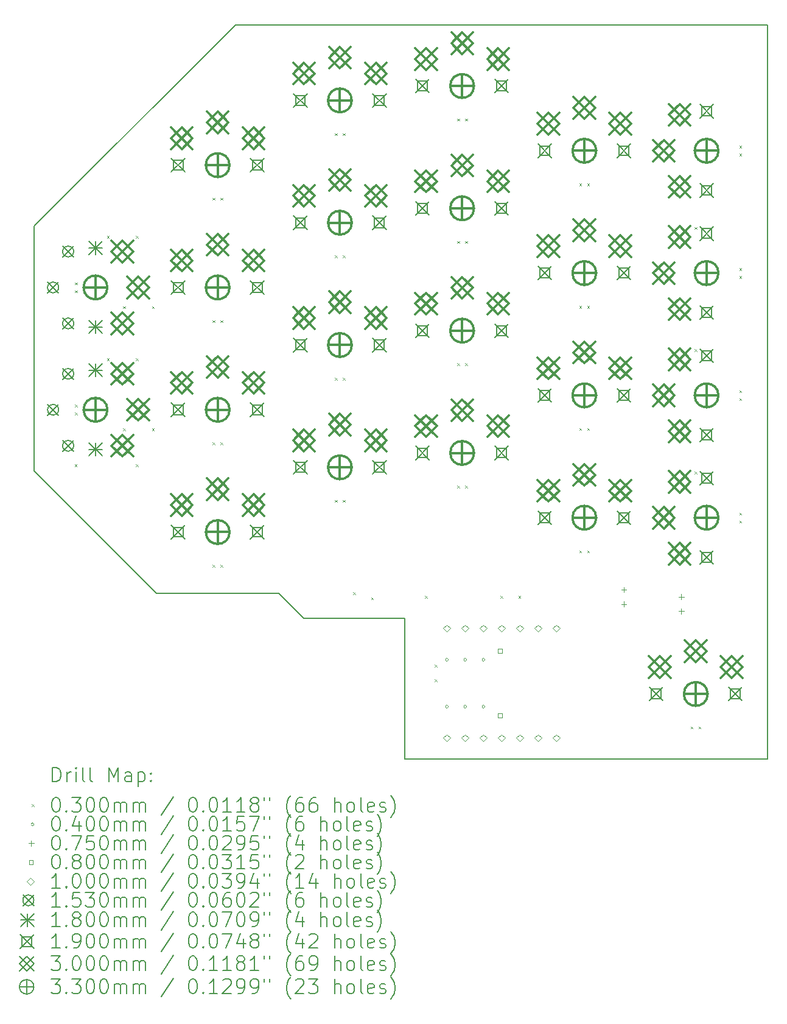
<source format=gbr>
%TF.GenerationSoftware,KiCad,Pcbnew,9.0.2*%
%TF.CreationDate,2025-06-22T12:36:16+02:00*%
%TF.ProjectId,kicad,6b696361-642e-46b6-9963-61645f706362,rev?*%
%TF.SameCoordinates,Original*%
%TF.FileFunction,Drillmap*%
%TF.FilePolarity,Positive*%
%FSLAX45Y45*%
G04 Gerber Fmt 4.5, Leading zero omitted, Abs format (unit mm)*
G04 Created by KiCad (PCBNEW 9.0.2) date 2025-06-22 12:36:16*
%MOMM*%
%LPD*%
G01*
G04 APERTURE LIST*
%ADD10C,0.150000*%
%ADD11C,0.200000*%
%ADD12C,0.100000*%
%ADD13C,0.153000*%
%ADD14C,0.180000*%
%ADD15C,0.190000*%
%ADD16C,0.300000*%
%ADD17C,0.330000*%
G04 APERTURE END LIST*
D10*
X11500000Y-11550000D02*
X11500000Y-1350000D01*
X11500000Y-11550000D02*
X6450000Y-11550000D01*
X6450000Y-11550000D02*
X6450000Y-9600000D01*
X5050000Y-9600000D02*
X6450000Y-9600000D01*
X5050000Y-9600000D02*
X4700000Y-9250000D01*
X4700000Y-9250000D02*
X3000000Y-9250000D01*
X3000000Y-9250000D02*
X1300000Y-7550000D01*
X1300000Y-7550000D02*
X1300000Y-4150000D01*
X1300000Y-4150000D02*
X4100000Y-1350000D01*
X4100000Y-1350000D02*
X11500000Y-1350000D01*
D11*
D12*
X1860000Y-7460000D02*
X1890000Y-7490000D01*
X1890000Y-7460000D02*
X1860000Y-7490000D01*
X1865000Y-4930000D02*
X1895000Y-4960000D01*
X1895000Y-4930000D02*
X1865000Y-4960000D01*
X1865000Y-5040000D02*
X1895000Y-5070000D01*
X1895000Y-5040000D02*
X1865000Y-5070000D01*
X1865000Y-6630000D02*
X1895000Y-6660000D01*
X1895000Y-6630000D02*
X1865000Y-6660000D01*
X1865000Y-6740000D02*
X1895000Y-6770000D01*
X1895000Y-6740000D02*
X1865000Y-6770000D01*
X2310000Y-4285000D02*
X2340000Y-4315000D01*
X2340000Y-4285000D02*
X2310000Y-4315000D01*
X2310000Y-5985000D02*
X2340000Y-6015000D01*
X2340000Y-5985000D02*
X2310000Y-6015000D01*
X2535000Y-5260000D02*
X2565000Y-5290000D01*
X2565000Y-5260000D02*
X2535000Y-5290000D01*
X2535000Y-6960000D02*
X2565000Y-6990000D01*
X2565000Y-6960000D02*
X2535000Y-6990000D01*
X2710000Y-4285000D02*
X2740000Y-4315000D01*
X2740000Y-4285000D02*
X2710000Y-4315000D01*
X2710000Y-5985000D02*
X2740000Y-6015000D01*
X2740000Y-5985000D02*
X2710000Y-6015000D01*
X2710000Y-7460000D02*
X2740000Y-7490000D01*
X2740000Y-7460000D02*
X2710000Y-7490000D01*
X2935000Y-5260000D02*
X2965000Y-5290000D01*
X2965000Y-5260000D02*
X2935000Y-5290000D01*
X2935000Y-6960000D02*
X2965000Y-6990000D01*
X2965000Y-6960000D02*
X2935000Y-6990000D01*
X3780000Y-3755000D02*
X3810000Y-3785000D01*
X3810000Y-3755000D02*
X3780000Y-3785000D01*
X3780000Y-5455000D02*
X3810000Y-5485000D01*
X3810000Y-5455000D02*
X3780000Y-5485000D01*
X3780000Y-7155000D02*
X3810000Y-7185000D01*
X3810000Y-7155000D02*
X3780000Y-7185000D01*
X3780000Y-8855000D02*
X3810000Y-8885000D01*
X3810000Y-8855000D02*
X3780000Y-8885000D01*
X3890000Y-3755000D02*
X3920000Y-3785000D01*
X3920000Y-3755000D02*
X3890000Y-3785000D01*
X3890000Y-5455000D02*
X3920000Y-5485000D01*
X3920000Y-5455000D02*
X3890000Y-5485000D01*
X3890000Y-7155000D02*
X3920000Y-7185000D01*
X3920000Y-7155000D02*
X3890000Y-7185000D01*
X3890000Y-8855000D02*
X3920000Y-8885000D01*
X3920000Y-8855000D02*
X3890000Y-8885000D01*
X5480000Y-2855000D02*
X5510000Y-2885000D01*
X5510000Y-2855000D02*
X5480000Y-2885000D01*
X5480000Y-4555000D02*
X5510000Y-4585000D01*
X5510000Y-4555000D02*
X5480000Y-4585000D01*
X5480000Y-6255000D02*
X5510000Y-6285000D01*
X5510000Y-6255000D02*
X5480000Y-6285000D01*
X5480000Y-7955000D02*
X5510000Y-7985000D01*
X5510000Y-7955000D02*
X5480000Y-7985000D01*
X5590000Y-2855000D02*
X5620000Y-2885000D01*
X5620000Y-2855000D02*
X5590000Y-2885000D01*
X5590000Y-4555000D02*
X5620000Y-4585000D01*
X5620000Y-4555000D02*
X5590000Y-4585000D01*
X5590000Y-6255000D02*
X5620000Y-6285000D01*
X5620000Y-6255000D02*
X5590000Y-6285000D01*
X5590000Y-7955000D02*
X5620000Y-7985000D01*
X5620000Y-7955000D02*
X5590000Y-7985000D01*
X5735000Y-9235000D02*
X5765000Y-9265000D01*
X5765000Y-9235000D02*
X5735000Y-9265000D01*
X5985000Y-9310000D02*
X6015000Y-9340000D01*
X6015000Y-9310000D02*
X5985000Y-9340000D01*
X6735000Y-9285000D02*
X6765000Y-9315000D01*
X6765000Y-9285000D02*
X6735000Y-9315000D01*
X6870000Y-10245000D02*
X6900000Y-10275000D01*
X6900000Y-10245000D02*
X6870000Y-10275000D01*
X6870000Y-10445000D02*
X6900000Y-10475000D01*
X6900000Y-10445000D02*
X6870000Y-10475000D01*
X7180000Y-2655000D02*
X7210000Y-2685000D01*
X7210000Y-2655000D02*
X7180000Y-2685000D01*
X7180000Y-4355000D02*
X7210000Y-4385000D01*
X7210000Y-4355000D02*
X7180000Y-4385000D01*
X7180000Y-6055000D02*
X7210000Y-6085000D01*
X7210000Y-6055000D02*
X7180000Y-6085000D01*
X7180000Y-7755000D02*
X7210000Y-7785000D01*
X7210000Y-7755000D02*
X7180000Y-7785000D01*
X7290000Y-2655000D02*
X7320000Y-2685000D01*
X7320000Y-2655000D02*
X7290000Y-2685000D01*
X7290000Y-4355000D02*
X7320000Y-4385000D01*
X7320000Y-4355000D02*
X7290000Y-4385000D01*
X7290000Y-6055000D02*
X7320000Y-6085000D01*
X7320000Y-6055000D02*
X7290000Y-6085000D01*
X7290000Y-7755000D02*
X7320000Y-7785000D01*
X7320000Y-7755000D02*
X7290000Y-7785000D01*
X7785000Y-9285000D02*
X7815000Y-9315000D01*
X7815000Y-9285000D02*
X7785000Y-9315000D01*
X8035000Y-9285000D02*
X8065000Y-9315000D01*
X8065000Y-9285000D02*
X8035000Y-9315000D01*
X8880000Y-3555000D02*
X8910000Y-3585000D01*
X8910000Y-3555000D02*
X8880000Y-3585000D01*
X8880000Y-5255000D02*
X8910000Y-5285000D01*
X8910000Y-5255000D02*
X8880000Y-5285000D01*
X8880000Y-6955000D02*
X8910000Y-6985000D01*
X8910000Y-6955000D02*
X8880000Y-6985000D01*
X8880000Y-8655000D02*
X8910000Y-8685000D01*
X8910000Y-8655000D02*
X8880000Y-8685000D01*
X8990000Y-3555000D02*
X9020000Y-3585000D01*
X9020000Y-3555000D02*
X8990000Y-3585000D01*
X8990000Y-5255000D02*
X9020000Y-5285000D01*
X9020000Y-5255000D02*
X8990000Y-5285000D01*
X8990000Y-6955000D02*
X9020000Y-6985000D01*
X9020000Y-6955000D02*
X8990000Y-6985000D01*
X8990000Y-8655000D02*
X9020000Y-8685000D01*
X9020000Y-8655000D02*
X8990000Y-8685000D01*
X10430000Y-11105000D02*
X10460000Y-11135000D01*
X10460000Y-11105000D02*
X10430000Y-11135000D01*
X10485000Y-4160000D02*
X10515000Y-4190000D01*
X10515000Y-4160000D02*
X10485000Y-4190000D01*
X10485000Y-5860000D02*
X10515000Y-5890000D01*
X10515000Y-5860000D02*
X10485000Y-5890000D01*
X10485000Y-7560000D02*
X10515000Y-7590000D01*
X10515000Y-7560000D02*
X10485000Y-7590000D01*
X10540000Y-11105000D02*
X10570000Y-11135000D01*
X10570000Y-11105000D02*
X10540000Y-11135000D01*
X11105000Y-3030000D02*
X11135000Y-3060000D01*
X11135000Y-3030000D02*
X11105000Y-3060000D01*
X11105000Y-3140000D02*
X11135000Y-3170000D01*
X11135000Y-3140000D02*
X11105000Y-3170000D01*
X11105000Y-4730000D02*
X11135000Y-4760000D01*
X11135000Y-4730000D02*
X11105000Y-4760000D01*
X11105000Y-4840000D02*
X11135000Y-4870000D01*
X11135000Y-4840000D02*
X11105000Y-4870000D01*
X11105000Y-6430000D02*
X11135000Y-6460000D01*
X11135000Y-6430000D02*
X11105000Y-6460000D01*
X11105000Y-6540000D02*
X11135000Y-6570000D01*
X11135000Y-6540000D02*
X11105000Y-6570000D01*
X11105000Y-8130000D02*
X11135000Y-8160000D01*
X11135000Y-8130000D02*
X11105000Y-8160000D01*
X11105000Y-8240000D02*
X11135000Y-8270000D01*
X11135000Y-8240000D02*
X11105000Y-8270000D01*
X7058000Y-10173800D02*
G75*
G02*
X7018000Y-10173800I-20000J0D01*
G01*
X7018000Y-10173800D02*
G75*
G02*
X7058000Y-10173800I20000J0D01*
G01*
X7058000Y-10826200D02*
G75*
G02*
X7018000Y-10826200I-20000J0D01*
G01*
X7018000Y-10826200D02*
G75*
G02*
X7058000Y-10826200I20000J0D01*
G01*
X7312000Y-10173800D02*
G75*
G02*
X7272000Y-10173800I-20000J0D01*
G01*
X7272000Y-10173800D02*
G75*
G02*
X7312000Y-10173800I20000J0D01*
G01*
X7312000Y-10826200D02*
G75*
G02*
X7272000Y-10826200I-20000J0D01*
G01*
X7272000Y-10826200D02*
G75*
G02*
X7312000Y-10826200I20000J0D01*
G01*
X7566000Y-10173800D02*
G75*
G02*
X7526000Y-10173800I-20000J0D01*
G01*
X7526000Y-10173800D02*
G75*
G02*
X7566000Y-10173800I20000J0D01*
G01*
X7566000Y-10826200D02*
G75*
G02*
X7526000Y-10826200I-20000J0D01*
G01*
X7526000Y-10826200D02*
G75*
G02*
X7566000Y-10826200I20000J0D01*
G01*
X9500000Y-9162500D02*
X9500000Y-9237500D01*
X9462500Y-9200000D02*
X9537500Y-9200000D01*
X9500000Y-9362500D02*
X9500000Y-9437500D01*
X9462500Y-9400000D02*
X9537500Y-9400000D01*
X10300000Y-9262500D02*
X10300000Y-9337500D01*
X10262500Y-9300000D02*
X10337500Y-9300000D01*
X10300000Y-9462500D02*
X10300000Y-9537500D01*
X10262500Y-9500000D02*
X10337500Y-9500000D01*
X7803284Y-10078285D02*
X7803284Y-10021716D01*
X7746715Y-10021716D01*
X7746715Y-10078285D01*
X7803284Y-10078285D01*
X7803284Y-10978285D02*
X7803284Y-10921716D01*
X7746715Y-10921716D01*
X7746715Y-10978285D01*
X7803284Y-10978285D01*
X7038000Y-9788000D02*
X7088000Y-9738000D01*
X7038000Y-9688000D01*
X6988000Y-9738000D01*
X7038000Y-9788000D01*
X7038000Y-11312000D02*
X7088000Y-11262000D01*
X7038000Y-11212000D01*
X6988000Y-11262000D01*
X7038000Y-11312000D01*
X7292000Y-9788000D02*
X7342000Y-9738000D01*
X7292000Y-9688000D01*
X7242000Y-9738000D01*
X7292000Y-9788000D01*
X7292000Y-11312000D02*
X7342000Y-11262000D01*
X7292000Y-11212000D01*
X7242000Y-11262000D01*
X7292000Y-11312000D01*
X7546000Y-9788000D02*
X7596000Y-9738000D01*
X7546000Y-9688000D01*
X7496000Y-9738000D01*
X7546000Y-9788000D01*
X7546000Y-11312000D02*
X7596000Y-11262000D01*
X7546000Y-11212000D01*
X7496000Y-11262000D01*
X7546000Y-11312000D01*
X7800000Y-9788000D02*
X7850000Y-9738000D01*
X7800000Y-9688000D01*
X7750000Y-9738000D01*
X7800000Y-9788000D01*
X7800000Y-11312000D02*
X7850000Y-11262000D01*
X7800000Y-11212000D01*
X7750000Y-11262000D01*
X7800000Y-11312000D01*
X8054000Y-9788000D02*
X8104000Y-9738000D01*
X8054000Y-9688000D01*
X8004000Y-9738000D01*
X8054000Y-9788000D01*
X8054000Y-11312000D02*
X8104000Y-11262000D01*
X8054000Y-11212000D01*
X8004000Y-11262000D01*
X8054000Y-11312000D01*
X8308000Y-9788000D02*
X8358000Y-9738000D01*
X8308000Y-9688000D01*
X8258000Y-9738000D01*
X8308000Y-9788000D01*
X8308000Y-11312000D02*
X8358000Y-11262000D01*
X8308000Y-11212000D01*
X8258000Y-11262000D01*
X8308000Y-11312000D01*
X8562000Y-9788000D02*
X8612000Y-9738000D01*
X8562000Y-9688000D01*
X8512000Y-9738000D01*
X8562000Y-9788000D01*
X8562000Y-11312000D02*
X8612000Y-11262000D01*
X8562000Y-11212000D01*
X8512000Y-11262000D01*
X8562000Y-11312000D01*
D13*
X1483500Y-4923500D02*
X1636500Y-5076500D01*
X1636500Y-4923500D02*
X1483500Y-5076500D01*
X1636500Y-5000000D02*
G75*
G02*
X1483500Y-5000000I-76500J0D01*
G01*
X1483500Y-5000000D02*
G75*
G02*
X1636500Y-5000000I76500J0D01*
G01*
X1483500Y-6623500D02*
X1636500Y-6776500D01*
X1636500Y-6623500D02*
X1483500Y-6776500D01*
X1636500Y-6700000D02*
G75*
G02*
X1483500Y-6700000I-76500J0D01*
G01*
X1483500Y-6700000D02*
G75*
G02*
X1636500Y-6700000I76500J0D01*
G01*
X1693500Y-4423500D02*
X1846500Y-4576500D01*
X1846500Y-4423500D02*
X1693500Y-4576500D01*
X1846500Y-4500000D02*
G75*
G02*
X1693500Y-4500000I-76500J0D01*
G01*
X1693500Y-4500000D02*
G75*
G02*
X1846500Y-4500000I76500J0D01*
G01*
X1693500Y-5423500D02*
X1846500Y-5576500D01*
X1846500Y-5423500D02*
X1693500Y-5576500D01*
X1846500Y-5500000D02*
G75*
G02*
X1693500Y-5500000I-76500J0D01*
G01*
X1693500Y-5500000D02*
G75*
G02*
X1846500Y-5500000I76500J0D01*
G01*
X1693500Y-6123500D02*
X1846500Y-6276500D01*
X1846500Y-6123500D02*
X1693500Y-6276500D01*
X1846500Y-6200000D02*
G75*
G02*
X1693500Y-6200000I-76500J0D01*
G01*
X1693500Y-6200000D02*
G75*
G02*
X1846500Y-6200000I76500J0D01*
G01*
X1693500Y-7123500D02*
X1846500Y-7276500D01*
X1846500Y-7123500D02*
X1693500Y-7276500D01*
X1846500Y-7200000D02*
G75*
G02*
X1693500Y-7200000I-76500J0D01*
G01*
X1693500Y-7200000D02*
G75*
G02*
X1846500Y-7200000I76500J0D01*
G01*
D14*
X2060000Y-4360000D02*
X2240000Y-4540000D01*
X2240000Y-4360000D02*
X2060000Y-4540000D01*
X2150000Y-4360000D02*
X2150000Y-4540000D01*
X2060000Y-4450000D02*
X2240000Y-4450000D01*
X2060000Y-5460000D02*
X2240000Y-5640000D01*
X2240000Y-5460000D02*
X2060000Y-5640000D01*
X2150000Y-5460000D02*
X2150000Y-5640000D01*
X2060000Y-5550000D02*
X2240000Y-5550000D01*
X2060000Y-6060000D02*
X2240000Y-6240000D01*
X2240000Y-6060000D02*
X2060000Y-6240000D01*
X2150000Y-6060000D02*
X2150000Y-6240000D01*
X2060000Y-6150000D02*
X2240000Y-6150000D01*
X2060000Y-7160000D02*
X2240000Y-7340000D01*
X2240000Y-7160000D02*
X2060000Y-7340000D01*
X2150000Y-7160000D02*
X2150000Y-7340000D01*
X2060000Y-7250000D02*
X2240000Y-7250000D01*
D15*
X3205000Y-3205000D02*
X3395000Y-3395000D01*
X3395000Y-3205000D02*
X3205000Y-3395000D01*
X3367176Y-3367176D02*
X3367176Y-3232824D01*
X3232824Y-3232824D01*
X3232824Y-3367176D01*
X3367176Y-3367176D01*
X3205000Y-4905000D02*
X3395000Y-5095000D01*
X3395000Y-4905000D02*
X3205000Y-5095000D01*
X3367176Y-5067176D02*
X3367176Y-4932824D01*
X3232824Y-4932824D01*
X3232824Y-5067176D01*
X3367176Y-5067176D01*
X3205000Y-6605000D02*
X3395000Y-6795000D01*
X3395000Y-6605000D02*
X3205000Y-6795000D01*
X3367176Y-6767176D02*
X3367176Y-6632824D01*
X3232824Y-6632824D01*
X3232824Y-6767176D01*
X3367176Y-6767176D01*
X3205000Y-8305000D02*
X3395000Y-8495000D01*
X3395000Y-8305000D02*
X3205000Y-8495000D01*
X3367176Y-8467176D02*
X3367176Y-8332824D01*
X3232824Y-8332824D01*
X3232824Y-8467176D01*
X3367176Y-8467176D01*
X4305000Y-3205000D02*
X4495000Y-3395000D01*
X4495000Y-3205000D02*
X4305000Y-3395000D01*
X4467176Y-3367176D02*
X4467176Y-3232824D01*
X4332824Y-3232824D01*
X4332824Y-3367176D01*
X4467176Y-3367176D01*
X4305000Y-4905000D02*
X4495000Y-5095000D01*
X4495000Y-4905000D02*
X4305000Y-5095000D01*
X4467176Y-5067176D02*
X4467176Y-4932824D01*
X4332824Y-4932824D01*
X4332824Y-5067176D01*
X4467176Y-5067176D01*
X4305000Y-6605000D02*
X4495000Y-6795000D01*
X4495000Y-6605000D02*
X4305000Y-6795000D01*
X4467176Y-6767176D02*
X4467176Y-6632824D01*
X4332824Y-6632824D01*
X4332824Y-6767176D01*
X4467176Y-6767176D01*
X4305000Y-8305000D02*
X4495000Y-8495000D01*
X4495000Y-8305000D02*
X4305000Y-8495000D01*
X4467176Y-8467176D02*
X4467176Y-8332824D01*
X4332824Y-8332824D01*
X4332824Y-8467176D01*
X4467176Y-8467176D01*
X4905000Y-2305000D02*
X5095000Y-2495000D01*
X5095000Y-2305000D02*
X4905000Y-2495000D01*
X5067176Y-2467176D02*
X5067176Y-2332824D01*
X4932824Y-2332824D01*
X4932824Y-2467176D01*
X5067176Y-2467176D01*
X4905000Y-4005000D02*
X5095000Y-4195000D01*
X5095000Y-4005000D02*
X4905000Y-4195000D01*
X5067176Y-4167176D02*
X5067176Y-4032824D01*
X4932824Y-4032824D01*
X4932824Y-4167176D01*
X5067176Y-4167176D01*
X4905000Y-5705000D02*
X5095000Y-5895000D01*
X5095000Y-5705000D02*
X4905000Y-5895000D01*
X5067176Y-5867176D02*
X5067176Y-5732824D01*
X4932824Y-5732824D01*
X4932824Y-5867176D01*
X5067176Y-5867176D01*
X4905000Y-7405000D02*
X5095000Y-7595000D01*
X5095000Y-7405000D02*
X4905000Y-7595000D01*
X5067176Y-7567176D02*
X5067176Y-7432824D01*
X4932824Y-7432824D01*
X4932824Y-7567176D01*
X5067176Y-7567176D01*
X6005000Y-2305000D02*
X6195000Y-2495000D01*
X6195000Y-2305000D02*
X6005000Y-2495000D01*
X6167176Y-2467176D02*
X6167176Y-2332824D01*
X6032824Y-2332824D01*
X6032824Y-2467176D01*
X6167176Y-2467176D01*
X6005000Y-4005000D02*
X6195000Y-4195000D01*
X6195000Y-4005000D02*
X6005000Y-4195000D01*
X6167176Y-4167176D02*
X6167176Y-4032824D01*
X6032824Y-4032824D01*
X6032824Y-4167176D01*
X6167176Y-4167176D01*
X6005000Y-5705000D02*
X6195000Y-5895000D01*
X6195000Y-5705000D02*
X6005000Y-5895000D01*
X6167176Y-5867176D02*
X6167176Y-5732824D01*
X6032824Y-5732824D01*
X6032824Y-5867176D01*
X6167176Y-5867176D01*
X6005000Y-7405000D02*
X6195000Y-7595000D01*
X6195000Y-7405000D02*
X6005000Y-7595000D01*
X6167176Y-7567176D02*
X6167176Y-7432824D01*
X6032824Y-7432824D01*
X6032824Y-7567176D01*
X6167176Y-7567176D01*
X6605000Y-2105000D02*
X6795000Y-2295000D01*
X6795000Y-2105000D02*
X6605000Y-2295000D01*
X6767176Y-2267176D02*
X6767176Y-2132824D01*
X6632824Y-2132824D01*
X6632824Y-2267176D01*
X6767176Y-2267176D01*
X6605000Y-3805000D02*
X6795000Y-3995000D01*
X6795000Y-3805000D02*
X6605000Y-3995000D01*
X6767176Y-3967176D02*
X6767176Y-3832824D01*
X6632824Y-3832824D01*
X6632824Y-3967176D01*
X6767176Y-3967176D01*
X6605000Y-5505000D02*
X6795000Y-5695000D01*
X6795000Y-5505000D02*
X6605000Y-5695000D01*
X6767176Y-5667176D02*
X6767176Y-5532824D01*
X6632824Y-5532824D01*
X6632824Y-5667176D01*
X6767176Y-5667176D01*
X6605000Y-7205000D02*
X6795000Y-7395000D01*
X6795000Y-7205000D02*
X6605000Y-7395000D01*
X6767176Y-7367176D02*
X6767176Y-7232824D01*
X6632824Y-7232824D01*
X6632824Y-7367176D01*
X6767176Y-7367176D01*
X7705000Y-2105000D02*
X7895000Y-2295000D01*
X7895000Y-2105000D02*
X7705000Y-2295000D01*
X7867176Y-2267176D02*
X7867176Y-2132824D01*
X7732824Y-2132824D01*
X7732824Y-2267176D01*
X7867176Y-2267176D01*
X7705000Y-3805000D02*
X7895000Y-3995000D01*
X7895000Y-3805000D02*
X7705000Y-3995000D01*
X7867176Y-3967176D02*
X7867176Y-3832824D01*
X7732824Y-3832824D01*
X7732824Y-3967176D01*
X7867176Y-3967176D01*
X7705000Y-5505000D02*
X7895000Y-5695000D01*
X7895000Y-5505000D02*
X7705000Y-5695000D01*
X7867176Y-5667176D02*
X7867176Y-5532824D01*
X7732824Y-5532824D01*
X7732824Y-5667176D01*
X7867176Y-5667176D01*
X7705000Y-7205000D02*
X7895000Y-7395000D01*
X7895000Y-7205000D02*
X7705000Y-7395000D01*
X7867176Y-7367176D02*
X7867176Y-7232824D01*
X7732824Y-7232824D01*
X7732824Y-7367176D01*
X7867176Y-7367176D01*
X8305000Y-3005000D02*
X8495000Y-3195000D01*
X8495000Y-3005000D02*
X8305000Y-3195000D01*
X8467176Y-3167176D02*
X8467176Y-3032824D01*
X8332824Y-3032824D01*
X8332824Y-3167176D01*
X8467176Y-3167176D01*
X8305000Y-4705000D02*
X8495000Y-4895000D01*
X8495000Y-4705000D02*
X8305000Y-4895000D01*
X8467176Y-4867176D02*
X8467176Y-4732824D01*
X8332824Y-4732824D01*
X8332824Y-4867176D01*
X8467176Y-4867176D01*
X8305000Y-6405000D02*
X8495000Y-6595000D01*
X8495000Y-6405000D02*
X8305000Y-6595000D01*
X8467176Y-6567176D02*
X8467176Y-6432824D01*
X8332824Y-6432824D01*
X8332824Y-6567176D01*
X8467176Y-6567176D01*
X8305000Y-8105000D02*
X8495000Y-8295000D01*
X8495000Y-8105000D02*
X8305000Y-8295000D01*
X8467176Y-8267176D02*
X8467176Y-8132824D01*
X8332824Y-8132824D01*
X8332824Y-8267176D01*
X8467176Y-8267176D01*
X9405000Y-3005000D02*
X9595000Y-3195000D01*
X9595000Y-3005000D02*
X9405000Y-3195000D01*
X9567176Y-3167176D02*
X9567176Y-3032824D01*
X9432824Y-3032824D01*
X9432824Y-3167176D01*
X9567176Y-3167176D01*
X9405000Y-4705000D02*
X9595000Y-4895000D01*
X9595000Y-4705000D02*
X9405000Y-4895000D01*
X9567176Y-4867176D02*
X9567176Y-4732824D01*
X9432824Y-4732824D01*
X9432824Y-4867176D01*
X9567176Y-4867176D01*
X9405000Y-6405000D02*
X9595000Y-6595000D01*
X9595000Y-6405000D02*
X9405000Y-6595000D01*
X9567176Y-6567176D02*
X9567176Y-6432824D01*
X9432824Y-6432824D01*
X9432824Y-6567176D01*
X9567176Y-6567176D01*
X9405000Y-8105000D02*
X9595000Y-8295000D01*
X9595000Y-8105000D02*
X9405000Y-8295000D01*
X9567176Y-8267176D02*
X9567176Y-8132824D01*
X9432824Y-8132824D01*
X9432824Y-8267176D01*
X9567176Y-8267176D01*
X9855000Y-10555000D02*
X10045000Y-10745000D01*
X10045000Y-10555000D02*
X9855000Y-10745000D01*
X10017176Y-10717176D02*
X10017176Y-10582824D01*
X9882824Y-10582824D01*
X9882824Y-10717176D01*
X10017176Y-10717176D01*
X10555000Y-2455000D02*
X10745000Y-2645000D01*
X10745000Y-2455000D02*
X10555000Y-2645000D01*
X10717176Y-2617176D02*
X10717176Y-2482824D01*
X10582824Y-2482824D01*
X10582824Y-2617176D01*
X10717176Y-2617176D01*
X10555000Y-3555000D02*
X10745000Y-3745000D01*
X10745000Y-3555000D02*
X10555000Y-3745000D01*
X10717176Y-3717176D02*
X10717176Y-3582824D01*
X10582824Y-3582824D01*
X10582824Y-3717176D01*
X10717176Y-3717176D01*
X10555000Y-4155000D02*
X10745000Y-4345000D01*
X10745000Y-4155000D02*
X10555000Y-4345000D01*
X10717176Y-4317176D02*
X10717176Y-4182824D01*
X10582824Y-4182824D01*
X10582824Y-4317176D01*
X10717176Y-4317176D01*
X10555000Y-5255000D02*
X10745000Y-5445000D01*
X10745000Y-5255000D02*
X10555000Y-5445000D01*
X10717176Y-5417176D02*
X10717176Y-5282824D01*
X10582824Y-5282824D01*
X10582824Y-5417176D01*
X10717176Y-5417176D01*
X10555000Y-5855000D02*
X10745000Y-6045000D01*
X10745000Y-5855000D02*
X10555000Y-6045000D01*
X10717176Y-6017176D02*
X10717176Y-5882824D01*
X10582824Y-5882824D01*
X10582824Y-6017176D01*
X10717176Y-6017176D01*
X10555000Y-6955000D02*
X10745000Y-7145000D01*
X10745000Y-6955000D02*
X10555000Y-7145000D01*
X10717176Y-7117176D02*
X10717176Y-6982824D01*
X10582824Y-6982824D01*
X10582824Y-7117176D01*
X10717176Y-7117176D01*
X10555000Y-7555000D02*
X10745000Y-7745000D01*
X10745000Y-7555000D02*
X10555000Y-7745000D01*
X10717176Y-7717176D02*
X10717176Y-7582824D01*
X10582824Y-7582824D01*
X10582824Y-7717176D01*
X10717176Y-7717176D01*
X10555000Y-8655000D02*
X10745000Y-8845000D01*
X10745000Y-8655000D02*
X10555000Y-8845000D01*
X10717176Y-8817176D02*
X10717176Y-8682824D01*
X10582824Y-8682824D01*
X10582824Y-8817176D01*
X10717176Y-8817176D01*
X10955000Y-10555000D02*
X11145000Y-10745000D01*
X11145000Y-10555000D02*
X10955000Y-10745000D01*
X11117176Y-10717176D02*
X11117176Y-10582824D01*
X10982824Y-10582824D01*
X10982824Y-10717176D01*
X11117176Y-10717176D01*
D16*
X2375000Y-4350000D02*
X2675000Y-4650000D01*
X2675000Y-4350000D02*
X2375000Y-4650000D01*
X2525000Y-4650000D02*
X2675000Y-4500000D01*
X2525000Y-4350000D01*
X2375000Y-4500000D01*
X2525000Y-4650000D01*
X2375000Y-5350000D02*
X2675000Y-5650000D01*
X2675000Y-5350000D02*
X2375000Y-5650000D01*
X2525000Y-5650000D02*
X2675000Y-5500000D01*
X2525000Y-5350000D01*
X2375000Y-5500000D01*
X2525000Y-5650000D01*
X2375000Y-6050000D02*
X2675000Y-6350000D01*
X2675000Y-6050000D02*
X2375000Y-6350000D01*
X2525000Y-6350000D02*
X2675000Y-6200000D01*
X2525000Y-6050000D01*
X2375000Y-6200000D01*
X2525000Y-6350000D01*
X2375000Y-7050000D02*
X2675000Y-7350000D01*
X2675000Y-7050000D02*
X2375000Y-7350000D01*
X2525000Y-7350000D02*
X2675000Y-7200000D01*
X2525000Y-7050000D01*
X2375000Y-7200000D01*
X2525000Y-7350000D01*
X2595000Y-4850000D02*
X2895000Y-5150000D01*
X2895000Y-4850000D02*
X2595000Y-5150000D01*
X2745000Y-5150000D02*
X2895000Y-5000000D01*
X2745000Y-4850000D01*
X2595000Y-5000000D01*
X2745000Y-5150000D01*
X2595000Y-6550000D02*
X2895000Y-6850000D01*
X2895000Y-6550000D02*
X2595000Y-6850000D01*
X2745000Y-6850000D02*
X2895000Y-6700000D01*
X2745000Y-6550000D01*
X2595000Y-6700000D01*
X2745000Y-6850000D01*
X3200000Y-2775000D02*
X3500000Y-3075000D01*
X3500000Y-2775000D02*
X3200000Y-3075000D01*
X3350000Y-3075000D02*
X3500000Y-2925000D01*
X3350000Y-2775000D01*
X3200000Y-2925000D01*
X3350000Y-3075000D01*
X3200000Y-4475000D02*
X3500000Y-4775000D01*
X3500000Y-4475000D02*
X3200000Y-4775000D01*
X3350000Y-4775000D02*
X3500000Y-4625000D01*
X3350000Y-4475000D01*
X3200000Y-4625000D01*
X3350000Y-4775000D01*
X3200000Y-6175000D02*
X3500000Y-6475000D01*
X3500000Y-6175000D02*
X3200000Y-6475000D01*
X3350000Y-6475000D02*
X3500000Y-6325000D01*
X3350000Y-6175000D01*
X3200000Y-6325000D01*
X3350000Y-6475000D01*
X3200000Y-7875000D02*
X3500000Y-8175000D01*
X3500000Y-7875000D02*
X3200000Y-8175000D01*
X3350000Y-8175000D02*
X3500000Y-8025000D01*
X3350000Y-7875000D01*
X3200000Y-8025000D01*
X3350000Y-8175000D01*
X3700000Y-2555000D02*
X4000000Y-2855000D01*
X4000000Y-2555000D02*
X3700000Y-2855000D01*
X3850000Y-2855000D02*
X4000000Y-2705000D01*
X3850000Y-2555000D01*
X3700000Y-2705000D01*
X3850000Y-2855000D01*
X3700000Y-4255000D02*
X4000000Y-4555000D01*
X4000000Y-4255000D02*
X3700000Y-4555000D01*
X3850000Y-4555000D02*
X4000000Y-4405000D01*
X3850000Y-4255000D01*
X3700000Y-4405000D01*
X3850000Y-4555000D01*
X3700000Y-5955000D02*
X4000000Y-6255000D01*
X4000000Y-5955000D02*
X3700000Y-6255000D01*
X3850000Y-6255000D02*
X4000000Y-6105000D01*
X3850000Y-5955000D01*
X3700000Y-6105000D01*
X3850000Y-6255000D01*
X3700000Y-7655000D02*
X4000000Y-7955000D01*
X4000000Y-7655000D02*
X3700000Y-7955000D01*
X3850000Y-7955000D02*
X4000000Y-7805000D01*
X3850000Y-7655000D01*
X3700000Y-7805000D01*
X3850000Y-7955000D01*
X4200000Y-2775000D02*
X4500000Y-3075000D01*
X4500000Y-2775000D02*
X4200000Y-3075000D01*
X4350000Y-3075000D02*
X4500000Y-2925000D01*
X4350000Y-2775000D01*
X4200000Y-2925000D01*
X4350000Y-3075000D01*
X4200000Y-4475000D02*
X4500000Y-4775000D01*
X4500000Y-4475000D02*
X4200000Y-4775000D01*
X4350000Y-4775000D02*
X4500000Y-4625000D01*
X4350000Y-4475000D01*
X4200000Y-4625000D01*
X4350000Y-4775000D01*
X4200000Y-6175000D02*
X4500000Y-6475000D01*
X4500000Y-6175000D02*
X4200000Y-6475000D01*
X4350000Y-6475000D02*
X4500000Y-6325000D01*
X4350000Y-6175000D01*
X4200000Y-6325000D01*
X4350000Y-6475000D01*
X4200000Y-7875000D02*
X4500000Y-8175000D01*
X4500000Y-7875000D02*
X4200000Y-8175000D01*
X4350000Y-8175000D02*
X4500000Y-8025000D01*
X4350000Y-7875000D01*
X4200000Y-8025000D01*
X4350000Y-8175000D01*
X4900000Y-1875000D02*
X5200000Y-2175000D01*
X5200000Y-1875000D02*
X4900000Y-2175000D01*
X5050000Y-2175000D02*
X5200000Y-2025000D01*
X5050000Y-1875000D01*
X4900000Y-2025000D01*
X5050000Y-2175000D01*
X4900000Y-3575000D02*
X5200000Y-3875000D01*
X5200000Y-3575000D02*
X4900000Y-3875000D01*
X5050000Y-3875000D02*
X5200000Y-3725000D01*
X5050000Y-3575000D01*
X4900000Y-3725000D01*
X5050000Y-3875000D01*
X4900000Y-5275000D02*
X5200000Y-5575000D01*
X5200000Y-5275000D02*
X4900000Y-5575000D01*
X5050000Y-5575000D02*
X5200000Y-5425000D01*
X5050000Y-5275000D01*
X4900000Y-5425000D01*
X5050000Y-5575000D01*
X4900000Y-6975000D02*
X5200000Y-7275000D01*
X5200000Y-6975000D02*
X4900000Y-7275000D01*
X5050000Y-7275000D02*
X5200000Y-7125000D01*
X5050000Y-6975000D01*
X4900000Y-7125000D01*
X5050000Y-7275000D01*
X5400000Y-1655000D02*
X5700000Y-1955000D01*
X5700000Y-1655000D02*
X5400000Y-1955000D01*
X5550000Y-1955000D02*
X5700000Y-1805000D01*
X5550000Y-1655000D01*
X5400000Y-1805000D01*
X5550000Y-1955000D01*
X5400000Y-3355000D02*
X5700000Y-3655000D01*
X5700000Y-3355000D02*
X5400000Y-3655000D01*
X5550000Y-3655000D02*
X5700000Y-3505000D01*
X5550000Y-3355000D01*
X5400000Y-3505000D01*
X5550000Y-3655000D01*
X5400000Y-5055000D02*
X5700000Y-5355000D01*
X5700000Y-5055000D02*
X5400000Y-5355000D01*
X5550000Y-5355000D02*
X5700000Y-5205000D01*
X5550000Y-5055000D01*
X5400000Y-5205000D01*
X5550000Y-5355000D01*
X5400000Y-6755000D02*
X5700000Y-7055000D01*
X5700000Y-6755000D02*
X5400000Y-7055000D01*
X5550000Y-7055000D02*
X5700000Y-6905000D01*
X5550000Y-6755000D01*
X5400000Y-6905000D01*
X5550000Y-7055000D01*
X5900000Y-1875000D02*
X6200000Y-2175000D01*
X6200000Y-1875000D02*
X5900000Y-2175000D01*
X6050000Y-2175000D02*
X6200000Y-2025000D01*
X6050000Y-1875000D01*
X5900000Y-2025000D01*
X6050000Y-2175000D01*
X5900000Y-3575000D02*
X6200000Y-3875000D01*
X6200000Y-3575000D02*
X5900000Y-3875000D01*
X6050000Y-3875000D02*
X6200000Y-3725000D01*
X6050000Y-3575000D01*
X5900000Y-3725000D01*
X6050000Y-3875000D01*
X5900000Y-5275000D02*
X6200000Y-5575000D01*
X6200000Y-5275000D02*
X5900000Y-5575000D01*
X6050000Y-5575000D02*
X6200000Y-5425000D01*
X6050000Y-5275000D01*
X5900000Y-5425000D01*
X6050000Y-5575000D01*
X5900000Y-6975000D02*
X6200000Y-7275000D01*
X6200000Y-6975000D02*
X5900000Y-7275000D01*
X6050000Y-7275000D02*
X6200000Y-7125000D01*
X6050000Y-6975000D01*
X5900000Y-7125000D01*
X6050000Y-7275000D01*
X6600000Y-1675000D02*
X6900000Y-1975000D01*
X6900000Y-1675000D02*
X6600000Y-1975000D01*
X6750000Y-1975000D02*
X6900000Y-1825000D01*
X6750000Y-1675000D01*
X6600000Y-1825000D01*
X6750000Y-1975000D01*
X6600000Y-3375000D02*
X6900000Y-3675000D01*
X6900000Y-3375000D02*
X6600000Y-3675000D01*
X6750000Y-3675000D02*
X6900000Y-3525000D01*
X6750000Y-3375000D01*
X6600000Y-3525000D01*
X6750000Y-3675000D01*
X6600000Y-5075000D02*
X6900000Y-5375000D01*
X6900000Y-5075000D02*
X6600000Y-5375000D01*
X6750000Y-5375000D02*
X6900000Y-5225000D01*
X6750000Y-5075000D01*
X6600000Y-5225000D01*
X6750000Y-5375000D01*
X6600000Y-6775000D02*
X6900000Y-7075000D01*
X6900000Y-6775000D02*
X6600000Y-7075000D01*
X6750000Y-7075000D02*
X6900000Y-6925000D01*
X6750000Y-6775000D01*
X6600000Y-6925000D01*
X6750000Y-7075000D01*
X7100000Y-1455000D02*
X7400000Y-1755000D01*
X7400000Y-1455000D02*
X7100000Y-1755000D01*
X7250000Y-1755000D02*
X7400000Y-1605000D01*
X7250000Y-1455000D01*
X7100000Y-1605000D01*
X7250000Y-1755000D01*
X7100000Y-3155000D02*
X7400000Y-3455000D01*
X7400000Y-3155000D02*
X7100000Y-3455000D01*
X7250000Y-3455000D02*
X7400000Y-3305000D01*
X7250000Y-3155000D01*
X7100000Y-3305000D01*
X7250000Y-3455000D01*
X7100000Y-4855000D02*
X7400000Y-5155000D01*
X7400000Y-4855000D02*
X7100000Y-5155000D01*
X7250000Y-5155000D02*
X7400000Y-5005000D01*
X7250000Y-4855000D01*
X7100000Y-5005000D01*
X7250000Y-5155000D01*
X7100000Y-6555000D02*
X7400000Y-6855000D01*
X7400000Y-6555000D02*
X7100000Y-6855000D01*
X7250000Y-6855000D02*
X7400000Y-6705000D01*
X7250000Y-6555000D01*
X7100000Y-6705000D01*
X7250000Y-6855000D01*
X7600000Y-1675000D02*
X7900000Y-1975000D01*
X7900000Y-1675000D02*
X7600000Y-1975000D01*
X7750000Y-1975000D02*
X7900000Y-1825000D01*
X7750000Y-1675000D01*
X7600000Y-1825000D01*
X7750000Y-1975000D01*
X7600000Y-3375000D02*
X7900000Y-3675000D01*
X7900000Y-3375000D02*
X7600000Y-3675000D01*
X7750000Y-3675000D02*
X7900000Y-3525000D01*
X7750000Y-3375000D01*
X7600000Y-3525000D01*
X7750000Y-3675000D01*
X7600000Y-5075000D02*
X7900000Y-5375000D01*
X7900000Y-5075000D02*
X7600000Y-5375000D01*
X7750000Y-5375000D02*
X7900000Y-5225000D01*
X7750000Y-5075000D01*
X7600000Y-5225000D01*
X7750000Y-5375000D01*
X7600000Y-6775000D02*
X7900000Y-7075000D01*
X7900000Y-6775000D02*
X7600000Y-7075000D01*
X7750000Y-7075000D02*
X7900000Y-6925000D01*
X7750000Y-6775000D01*
X7600000Y-6925000D01*
X7750000Y-7075000D01*
X8300000Y-2575000D02*
X8600000Y-2875000D01*
X8600000Y-2575000D02*
X8300000Y-2875000D01*
X8450000Y-2875000D02*
X8600000Y-2725000D01*
X8450000Y-2575000D01*
X8300000Y-2725000D01*
X8450000Y-2875000D01*
X8300000Y-4275000D02*
X8600000Y-4575000D01*
X8600000Y-4275000D02*
X8300000Y-4575000D01*
X8450000Y-4575000D02*
X8600000Y-4425000D01*
X8450000Y-4275000D01*
X8300000Y-4425000D01*
X8450000Y-4575000D01*
X8300000Y-5975000D02*
X8600000Y-6275000D01*
X8600000Y-5975000D02*
X8300000Y-6275000D01*
X8450000Y-6275000D02*
X8600000Y-6125000D01*
X8450000Y-5975000D01*
X8300000Y-6125000D01*
X8450000Y-6275000D01*
X8300000Y-7675000D02*
X8600000Y-7975000D01*
X8600000Y-7675000D02*
X8300000Y-7975000D01*
X8450000Y-7975000D02*
X8600000Y-7825000D01*
X8450000Y-7675000D01*
X8300000Y-7825000D01*
X8450000Y-7975000D01*
X8800000Y-2355000D02*
X9100000Y-2655000D01*
X9100000Y-2355000D02*
X8800000Y-2655000D01*
X8950000Y-2655000D02*
X9100000Y-2505000D01*
X8950000Y-2355000D01*
X8800000Y-2505000D01*
X8950000Y-2655000D01*
X8800000Y-4055000D02*
X9100000Y-4355000D01*
X9100000Y-4055000D02*
X8800000Y-4355000D01*
X8950000Y-4355000D02*
X9100000Y-4205000D01*
X8950000Y-4055000D01*
X8800000Y-4205000D01*
X8950000Y-4355000D01*
X8800000Y-5755000D02*
X9100000Y-6055000D01*
X9100000Y-5755000D02*
X8800000Y-6055000D01*
X8950000Y-6055000D02*
X9100000Y-5905000D01*
X8950000Y-5755000D01*
X8800000Y-5905000D01*
X8950000Y-6055000D01*
X8800000Y-7455000D02*
X9100000Y-7755000D01*
X9100000Y-7455000D02*
X8800000Y-7755000D01*
X8950000Y-7755000D02*
X9100000Y-7605000D01*
X8950000Y-7455000D01*
X8800000Y-7605000D01*
X8950000Y-7755000D01*
X9300000Y-2575000D02*
X9600000Y-2875000D01*
X9600000Y-2575000D02*
X9300000Y-2875000D01*
X9450000Y-2875000D02*
X9600000Y-2725000D01*
X9450000Y-2575000D01*
X9300000Y-2725000D01*
X9450000Y-2875000D01*
X9300000Y-4275000D02*
X9600000Y-4575000D01*
X9600000Y-4275000D02*
X9300000Y-4575000D01*
X9450000Y-4575000D02*
X9600000Y-4425000D01*
X9450000Y-4275000D01*
X9300000Y-4425000D01*
X9450000Y-4575000D01*
X9300000Y-5975000D02*
X9600000Y-6275000D01*
X9600000Y-5975000D02*
X9300000Y-6275000D01*
X9450000Y-6275000D02*
X9600000Y-6125000D01*
X9450000Y-5975000D01*
X9300000Y-6125000D01*
X9450000Y-6275000D01*
X9300000Y-7675000D02*
X9600000Y-7975000D01*
X9600000Y-7675000D02*
X9300000Y-7975000D01*
X9450000Y-7975000D02*
X9600000Y-7825000D01*
X9450000Y-7675000D01*
X9300000Y-7825000D01*
X9450000Y-7975000D01*
X9850000Y-10125000D02*
X10150000Y-10425000D01*
X10150000Y-10125000D02*
X9850000Y-10425000D01*
X10000000Y-10425000D02*
X10150000Y-10275000D01*
X10000000Y-10125000D01*
X9850000Y-10275000D01*
X10000000Y-10425000D01*
X9905000Y-2950000D02*
X10205000Y-3250000D01*
X10205000Y-2950000D02*
X9905000Y-3250000D01*
X10055000Y-3250000D02*
X10205000Y-3100000D01*
X10055000Y-2950000D01*
X9905000Y-3100000D01*
X10055000Y-3250000D01*
X9905000Y-4650000D02*
X10205000Y-4950000D01*
X10205000Y-4650000D02*
X9905000Y-4950000D01*
X10055000Y-4950000D02*
X10205000Y-4800000D01*
X10055000Y-4650000D01*
X9905000Y-4800000D01*
X10055000Y-4950000D01*
X9905000Y-6350000D02*
X10205000Y-6650000D01*
X10205000Y-6350000D02*
X9905000Y-6650000D01*
X10055000Y-6650000D02*
X10205000Y-6500000D01*
X10055000Y-6350000D01*
X9905000Y-6500000D01*
X10055000Y-6650000D01*
X9905000Y-8050000D02*
X10205000Y-8350000D01*
X10205000Y-8050000D02*
X9905000Y-8350000D01*
X10055000Y-8350000D02*
X10205000Y-8200000D01*
X10055000Y-8050000D01*
X9905000Y-8200000D01*
X10055000Y-8350000D01*
X10125000Y-2450000D02*
X10425000Y-2750000D01*
X10425000Y-2450000D02*
X10125000Y-2750000D01*
X10275000Y-2750000D02*
X10425000Y-2600000D01*
X10275000Y-2450000D01*
X10125000Y-2600000D01*
X10275000Y-2750000D01*
X10125000Y-3450000D02*
X10425000Y-3750000D01*
X10425000Y-3450000D02*
X10125000Y-3750000D01*
X10275000Y-3750000D02*
X10425000Y-3600000D01*
X10275000Y-3450000D01*
X10125000Y-3600000D01*
X10275000Y-3750000D01*
X10125000Y-4150000D02*
X10425000Y-4450000D01*
X10425000Y-4150000D02*
X10125000Y-4450000D01*
X10275000Y-4450000D02*
X10425000Y-4300000D01*
X10275000Y-4150000D01*
X10125000Y-4300000D01*
X10275000Y-4450000D01*
X10125000Y-5150000D02*
X10425000Y-5450000D01*
X10425000Y-5150000D02*
X10125000Y-5450000D01*
X10275000Y-5450000D02*
X10425000Y-5300000D01*
X10275000Y-5150000D01*
X10125000Y-5300000D01*
X10275000Y-5450000D01*
X10125000Y-5850000D02*
X10425000Y-6150000D01*
X10425000Y-5850000D02*
X10125000Y-6150000D01*
X10275000Y-6150000D02*
X10425000Y-6000000D01*
X10275000Y-5850000D01*
X10125000Y-6000000D01*
X10275000Y-6150000D01*
X10125000Y-6850000D02*
X10425000Y-7150000D01*
X10425000Y-6850000D02*
X10125000Y-7150000D01*
X10275000Y-7150000D02*
X10425000Y-7000000D01*
X10275000Y-6850000D01*
X10125000Y-7000000D01*
X10275000Y-7150000D01*
X10125000Y-7550000D02*
X10425000Y-7850000D01*
X10425000Y-7550000D02*
X10125000Y-7850000D01*
X10275000Y-7850000D02*
X10425000Y-7700000D01*
X10275000Y-7550000D01*
X10125000Y-7700000D01*
X10275000Y-7850000D01*
X10125000Y-8550000D02*
X10425000Y-8850000D01*
X10425000Y-8550000D02*
X10125000Y-8850000D01*
X10275000Y-8850000D02*
X10425000Y-8700000D01*
X10275000Y-8550000D01*
X10125000Y-8700000D01*
X10275000Y-8850000D01*
X10350000Y-9905000D02*
X10650000Y-10205000D01*
X10650000Y-9905000D02*
X10350000Y-10205000D01*
X10500000Y-10205000D02*
X10650000Y-10055000D01*
X10500000Y-9905000D01*
X10350000Y-10055000D01*
X10500000Y-10205000D01*
X10850000Y-10125000D02*
X11150000Y-10425000D01*
X11150000Y-10125000D02*
X10850000Y-10425000D01*
X11000000Y-10425000D02*
X11150000Y-10275000D01*
X11000000Y-10125000D01*
X10850000Y-10275000D01*
X11000000Y-10425000D01*
D17*
X2150000Y-4835000D02*
X2150000Y-5165000D01*
X1985000Y-5000000D02*
X2315000Y-5000000D01*
X2315000Y-5000000D02*
G75*
G02*
X1985000Y-5000000I-165000J0D01*
G01*
X1985000Y-5000000D02*
G75*
G02*
X2315000Y-5000000I165000J0D01*
G01*
X2150000Y-6535000D02*
X2150000Y-6865000D01*
X1985000Y-6700000D02*
X2315000Y-6700000D01*
X2315000Y-6700000D02*
G75*
G02*
X1985000Y-6700000I-165000J0D01*
G01*
X1985000Y-6700000D02*
G75*
G02*
X2315000Y-6700000I165000J0D01*
G01*
X3850000Y-3135000D02*
X3850000Y-3465000D01*
X3685000Y-3300000D02*
X4015000Y-3300000D01*
X4015000Y-3300000D02*
G75*
G02*
X3685000Y-3300000I-165000J0D01*
G01*
X3685000Y-3300000D02*
G75*
G02*
X4015000Y-3300000I165000J0D01*
G01*
X3850000Y-4835000D02*
X3850000Y-5165000D01*
X3685000Y-5000000D02*
X4015000Y-5000000D01*
X4015000Y-5000000D02*
G75*
G02*
X3685000Y-5000000I-165000J0D01*
G01*
X3685000Y-5000000D02*
G75*
G02*
X4015000Y-5000000I165000J0D01*
G01*
X3850000Y-6535000D02*
X3850000Y-6865000D01*
X3685000Y-6700000D02*
X4015000Y-6700000D01*
X4015000Y-6700000D02*
G75*
G02*
X3685000Y-6700000I-165000J0D01*
G01*
X3685000Y-6700000D02*
G75*
G02*
X4015000Y-6700000I165000J0D01*
G01*
X3850000Y-8235000D02*
X3850000Y-8565000D01*
X3685000Y-8400000D02*
X4015000Y-8400000D01*
X4015000Y-8400000D02*
G75*
G02*
X3685000Y-8400000I-165000J0D01*
G01*
X3685000Y-8400000D02*
G75*
G02*
X4015000Y-8400000I165000J0D01*
G01*
X5550000Y-2235000D02*
X5550000Y-2565000D01*
X5385000Y-2400000D02*
X5715000Y-2400000D01*
X5715000Y-2400000D02*
G75*
G02*
X5385000Y-2400000I-165000J0D01*
G01*
X5385000Y-2400000D02*
G75*
G02*
X5715000Y-2400000I165000J0D01*
G01*
X5550000Y-3935000D02*
X5550000Y-4265000D01*
X5385000Y-4100000D02*
X5715000Y-4100000D01*
X5715000Y-4100000D02*
G75*
G02*
X5385000Y-4100000I-165000J0D01*
G01*
X5385000Y-4100000D02*
G75*
G02*
X5715000Y-4100000I165000J0D01*
G01*
X5550000Y-5635000D02*
X5550000Y-5965000D01*
X5385000Y-5800000D02*
X5715000Y-5800000D01*
X5715000Y-5800000D02*
G75*
G02*
X5385000Y-5800000I-165000J0D01*
G01*
X5385000Y-5800000D02*
G75*
G02*
X5715000Y-5800000I165000J0D01*
G01*
X5550000Y-7335000D02*
X5550000Y-7665000D01*
X5385000Y-7500000D02*
X5715000Y-7500000D01*
X5715000Y-7500000D02*
G75*
G02*
X5385000Y-7500000I-165000J0D01*
G01*
X5385000Y-7500000D02*
G75*
G02*
X5715000Y-7500000I165000J0D01*
G01*
X7250000Y-2035000D02*
X7250000Y-2365000D01*
X7085000Y-2200000D02*
X7415000Y-2200000D01*
X7415000Y-2200000D02*
G75*
G02*
X7085000Y-2200000I-165000J0D01*
G01*
X7085000Y-2200000D02*
G75*
G02*
X7415000Y-2200000I165000J0D01*
G01*
X7250000Y-3735000D02*
X7250000Y-4065000D01*
X7085000Y-3900000D02*
X7415000Y-3900000D01*
X7415000Y-3900000D02*
G75*
G02*
X7085000Y-3900000I-165000J0D01*
G01*
X7085000Y-3900000D02*
G75*
G02*
X7415000Y-3900000I165000J0D01*
G01*
X7250000Y-5435000D02*
X7250000Y-5765000D01*
X7085000Y-5600000D02*
X7415000Y-5600000D01*
X7415000Y-5600000D02*
G75*
G02*
X7085000Y-5600000I-165000J0D01*
G01*
X7085000Y-5600000D02*
G75*
G02*
X7415000Y-5600000I165000J0D01*
G01*
X7250000Y-7135000D02*
X7250000Y-7465000D01*
X7085000Y-7300000D02*
X7415000Y-7300000D01*
X7415000Y-7300000D02*
G75*
G02*
X7085000Y-7300000I-165000J0D01*
G01*
X7085000Y-7300000D02*
G75*
G02*
X7415000Y-7300000I165000J0D01*
G01*
X8950000Y-2935000D02*
X8950000Y-3265000D01*
X8785000Y-3100000D02*
X9115000Y-3100000D01*
X9115000Y-3100000D02*
G75*
G02*
X8785000Y-3100000I-165000J0D01*
G01*
X8785000Y-3100000D02*
G75*
G02*
X9115000Y-3100000I165000J0D01*
G01*
X8950000Y-4635000D02*
X8950000Y-4965000D01*
X8785000Y-4800000D02*
X9115000Y-4800000D01*
X9115000Y-4800000D02*
G75*
G02*
X8785000Y-4800000I-165000J0D01*
G01*
X8785000Y-4800000D02*
G75*
G02*
X9115000Y-4800000I165000J0D01*
G01*
X8950000Y-6335000D02*
X8950000Y-6665000D01*
X8785000Y-6500000D02*
X9115000Y-6500000D01*
X9115000Y-6500000D02*
G75*
G02*
X8785000Y-6500000I-165000J0D01*
G01*
X8785000Y-6500000D02*
G75*
G02*
X9115000Y-6500000I165000J0D01*
G01*
X8950000Y-8035000D02*
X8950000Y-8365000D01*
X8785000Y-8200000D02*
X9115000Y-8200000D01*
X9115000Y-8200000D02*
G75*
G02*
X8785000Y-8200000I-165000J0D01*
G01*
X8785000Y-8200000D02*
G75*
G02*
X9115000Y-8200000I165000J0D01*
G01*
X10500000Y-10485000D02*
X10500000Y-10815000D01*
X10335000Y-10650000D02*
X10665000Y-10650000D01*
X10665000Y-10650000D02*
G75*
G02*
X10335000Y-10650000I-165000J0D01*
G01*
X10335000Y-10650000D02*
G75*
G02*
X10665000Y-10650000I165000J0D01*
G01*
X10650000Y-2935000D02*
X10650000Y-3265000D01*
X10485000Y-3100000D02*
X10815000Y-3100000D01*
X10815000Y-3100000D02*
G75*
G02*
X10485000Y-3100000I-165000J0D01*
G01*
X10485000Y-3100000D02*
G75*
G02*
X10815000Y-3100000I165000J0D01*
G01*
X10650000Y-4635000D02*
X10650000Y-4965000D01*
X10485000Y-4800000D02*
X10815000Y-4800000D01*
X10815000Y-4800000D02*
G75*
G02*
X10485000Y-4800000I-165000J0D01*
G01*
X10485000Y-4800000D02*
G75*
G02*
X10815000Y-4800000I165000J0D01*
G01*
X10650000Y-6335000D02*
X10650000Y-6665000D01*
X10485000Y-6500000D02*
X10815000Y-6500000D01*
X10815000Y-6500000D02*
G75*
G02*
X10485000Y-6500000I-165000J0D01*
G01*
X10485000Y-6500000D02*
G75*
G02*
X10815000Y-6500000I165000J0D01*
G01*
X10650000Y-8035000D02*
X10650000Y-8365000D01*
X10485000Y-8200000D02*
X10815000Y-8200000D01*
X10815000Y-8200000D02*
G75*
G02*
X10485000Y-8200000I-165000J0D01*
G01*
X10485000Y-8200000D02*
G75*
G02*
X10815000Y-8200000I165000J0D01*
G01*
D11*
X1553277Y-11868984D02*
X1553277Y-11668984D01*
X1553277Y-11668984D02*
X1600896Y-11668984D01*
X1600896Y-11668984D02*
X1629467Y-11678508D01*
X1629467Y-11678508D02*
X1648515Y-11697555D01*
X1648515Y-11697555D02*
X1658039Y-11716603D01*
X1658039Y-11716603D02*
X1667562Y-11754698D01*
X1667562Y-11754698D02*
X1667562Y-11783269D01*
X1667562Y-11783269D02*
X1658039Y-11821365D01*
X1658039Y-11821365D02*
X1648515Y-11840412D01*
X1648515Y-11840412D02*
X1629467Y-11859460D01*
X1629467Y-11859460D02*
X1600896Y-11868984D01*
X1600896Y-11868984D02*
X1553277Y-11868984D01*
X1753277Y-11868984D02*
X1753277Y-11735650D01*
X1753277Y-11773746D02*
X1762801Y-11754698D01*
X1762801Y-11754698D02*
X1772324Y-11745174D01*
X1772324Y-11745174D02*
X1791372Y-11735650D01*
X1791372Y-11735650D02*
X1810420Y-11735650D01*
X1877086Y-11868984D02*
X1877086Y-11735650D01*
X1877086Y-11668984D02*
X1867562Y-11678508D01*
X1867562Y-11678508D02*
X1877086Y-11688031D01*
X1877086Y-11688031D02*
X1886610Y-11678508D01*
X1886610Y-11678508D02*
X1877086Y-11668984D01*
X1877086Y-11668984D02*
X1877086Y-11688031D01*
X2000896Y-11868984D02*
X1981848Y-11859460D01*
X1981848Y-11859460D02*
X1972324Y-11840412D01*
X1972324Y-11840412D02*
X1972324Y-11668984D01*
X2105658Y-11868984D02*
X2086610Y-11859460D01*
X2086610Y-11859460D02*
X2077086Y-11840412D01*
X2077086Y-11840412D02*
X2077086Y-11668984D01*
X2334229Y-11868984D02*
X2334229Y-11668984D01*
X2334229Y-11668984D02*
X2400896Y-11811841D01*
X2400896Y-11811841D02*
X2467563Y-11668984D01*
X2467563Y-11668984D02*
X2467563Y-11868984D01*
X2648515Y-11868984D02*
X2648515Y-11764222D01*
X2648515Y-11764222D02*
X2638991Y-11745174D01*
X2638991Y-11745174D02*
X2619944Y-11735650D01*
X2619944Y-11735650D02*
X2581848Y-11735650D01*
X2581848Y-11735650D02*
X2562801Y-11745174D01*
X2648515Y-11859460D02*
X2629467Y-11868984D01*
X2629467Y-11868984D02*
X2581848Y-11868984D01*
X2581848Y-11868984D02*
X2562801Y-11859460D01*
X2562801Y-11859460D02*
X2553277Y-11840412D01*
X2553277Y-11840412D02*
X2553277Y-11821365D01*
X2553277Y-11821365D02*
X2562801Y-11802317D01*
X2562801Y-11802317D02*
X2581848Y-11792793D01*
X2581848Y-11792793D02*
X2629467Y-11792793D01*
X2629467Y-11792793D02*
X2648515Y-11783269D01*
X2743753Y-11735650D02*
X2743753Y-11935650D01*
X2743753Y-11745174D02*
X2762801Y-11735650D01*
X2762801Y-11735650D02*
X2800896Y-11735650D01*
X2800896Y-11735650D02*
X2819943Y-11745174D01*
X2819943Y-11745174D02*
X2829467Y-11754698D01*
X2829467Y-11754698D02*
X2838991Y-11773746D01*
X2838991Y-11773746D02*
X2838991Y-11830888D01*
X2838991Y-11830888D02*
X2829467Y-11849936D01*
X2829467Y-11849936D02*
X2819943Y-11859460D01*
X2819943Y-11859460D02*
X2800896Y-11868984D01*
X2800896Y-11868984D02*
X2762801Y-11868984D01*
X2762801Y-11868984D02*
X2743753Y-11859460D01*
X2924705Y-11849936D02*
X2934229Y-11859460D01*
X2934229Y-11859460D02*
X2924705Y-11868984D01*
X2924705Y-11868984D02*
X2915182Y-11859460D01*
X2915182Y-11859460D02*
X2924705Y-11849936D01*
X2924705Y-11849936D02*
X2924705Y-11868984D01*
X2924705Y-11745174D02*
X2934229Y-11754698D01*
X2934229Y-11754698D02*
X2924705Y-11764222D01*
X2924705Y-11764222D02*
X2915182Y-11754698D01*
X2915182Y-11754698D02*
X2924705Y-11745174D01*
X2924705Y-11745174D02*
X2924705Y-11764222D01*
D12*
X1262500Y-12182500D02*
X1292500Y-12212500D01*
X1292500Y-12182500D02*
X1262500Y-12212500D01*
D11*
X1591372Y-12088984D02*
X1610420Y-12088984D01*
X1610420Y-12088984D02*
X1629467Y-12098508D01*
X1629467Y-12098508D02*
X1638991Y-12108031D01*
X1638991Y-12108031D02*
X1648515Y-12127079D01*
X1648515Y-12127079D02*
X1658039Y-12165174D01*
X1658039Y-12165174D02*
X1658039Y-12212793D01*
X1658039Y-12212793D02*
X1648515Y-12250888D01*
X1648515Y-12250888D02*
X1638991Y-12269936D01*
X1638991Y-12269936D02*
X1629467Y-12279460D01*
X1629467Y-12279460D02*
X1610420Y-12288984D01*
X1610420Y-12288984D02*
X1591372Y-12288984D01*
X1591372Y-12288984D02*
X1572324Y-12279460D01*
X1572324Y-12279460D02*
X1562801Y-12269936D01*
X1562801Y-12269936D02*
X1553277Y-12250888D01*
X1553277Y-12250888D02*
X1543753Y-12212793D01*
X1543753Y-12212793D02*
X1543753Y-12165174D01*
X1543753Y-12165174D02*
X1553277Y-12127079D01*
X1553277Y-12127079D02*
X1562801Y-12108031D01*
X1562801Y-12108031D02*
X1572324Y-12098508D01*
X1572324Y-12098508D02*
X1591372Y-12088984D01*
X1743753Y-12269936D02*
X1753277Y-12279460D01*
X1753277Y-12279460D02*
X1743753Y-12288984D01*
X1743753Y-12288984D02*
X1734229Y-12279460D01*
X1734229Y-12279460D02*
X1743753Y-12269936D01*
X1743753Y-12269936D02*
X1743753Y-12288984D01*
X1819943Y-12088984D02*
X1943753Y-12088984D01*
X1943753Y-12088984D02*
X1877086Y-12165174D01*
X1877086Y-12165174D02*
X1905658Y-12165174D01*
X1905658Y-12165174D02*
X1924705Y-12174698D01*
X1924705Y-12174698D02*
X1934229Y-12184222D01*
X1934229Y-12184222D02*
X1943753Y-12203269D01*
X1943753Y-12203269D02*
X1943753Y-12250888D01*
X1943753Y-12250888D02*
X1934229Y-12269936D01*
X1934229Y-12269936D02*
X1924705Y-12279460D01*
X1924705Y-12279460D02*
X1905658Y-12288984D01*
X1905658Y-12288984D02*
X1848515Y-12288984D01*
X1848515Y-12288984D02*
X1829467Y-12279460D01*
X1829467Y-12279460D02*
X1819943Y-12269936D01*
X2067562Y-12088984D02*
X2086610Y-12088984D01*
X2086610Y-12088984D02*
X2105658Y-12098508D01*
X2105658Y-12098508D02*
X2115182Y-12108031D01*
X2115182Y-12108031D02*
X2124705Y-12127079D01*
X2124705Y-12127079D02*
X2134229Y-12165174D01*
X2134229Y-12165174D02*
X2134229Y-12212793D01*
X2134229Y-12212793D02*
X2124705Y-12250888D01*
X2124705Y-12250888D02*
X2115182Y-12269936D01*
X2115182Y-12269936D02*
X2105658Y-12279460D01*
X2105658Y-12279460D02*
X2086610Y-12288984D01*
X2086610Y-12288984D02*
X2067562Y-12288984D01*
X2067562Y-12288984D02*
X2048515Y-12279460D01*
X2048515Y-12279460D02*
X2038991Y-12269936D01*
X2038991Y-12269936D02*
X2029467Y-12250888D01*
X2029467Y-12250888D02*
X2019943Y-12212793D01*
X2019943Y-12212793D02*
X2019943Y-12165174D01*
X2019943Y-12165174D02*
X2029467Y-12127079D01*
X2029467Y-12127079D02*
X2038991Y-12108031D01*
X2038991Y-12108031D02*
X2048515Y-12098508D01*
X2048515Y-12098508D02*
X2067562Y-12088984D01*
X2258039Y-12088984D02*
X2277086Y-12088984D01*
X2277086Y-12088984D02*
X2296134Y-12098508D01*
X2296134Y-12098508D02*
X2305658Y-12108031D01*
X2305658Y-12108031D02*
X2315182Y-12127079D01*
X2315182Y-12127079D02*
X2324705Y-12165174D01*
X2324705Y-12165174D02*
X2324705Y-12212793D01*
X2324705Y-12212793D02*
X2315182Y-12250888D01*
X2315182Y-12250888D02*
X2305658Y-12269936D01*
X2305658Y-12269936D02*
X2296134Y-12279460D01*
X2296134Y-12279460D02*
X2277086Y-12288984D01*
X2277086Y-12288984D02*
X2258039Y-12288984D01*
X2258039Y-12288984D02*
X2238991Y-12279460D01*
X2238991Y-12279460D02*
X2229467Y-12269936D01*
X2229467Y-12269936D02*
X2219944Y-12250888D01*
X2219944Y-12250888D02*
X2210420Y-12212793D01*
X2210420Y-12212793D02*
X2210420Y-12165174D01*
X2210420Y-12165174D02*
X2219944Y-12127079D01*
X2219944Y-12127079D02*
X2229467Y-12108031D01*
X2229467Y-12108031D02*
X2238991Y-12098508D01*
X2238991Y-12098508D02*
X2258039Y-12088984D01*
X2410420Y-12288984D02*
X2410420Y-12155650D01*
X2410420Y-12174698D02*
X2419944Y-12165174D01*
X2419944Y-12165174D02*
X2438991Y-12155650D01*
X2438991Y-12155650D02*
X2467563Y-12155650D01*
X2467563Y-12155650D02*
X2486610Y-12165174D01*
X2486610Y-12165174D02*
X2496134Y-12184222D01*
X2496134Y-12184222D02*
X2496134Y-12288984D01*
X2496134Y-12184222D02*
X2505658Y-12165174D01*
X2505658Y-12165174D02*
X2524705Y-12155650D01*
X2524705Y-12155650D02*
X2553277Y-12155650D01*
X2553277Y-12155650D02*
X2572325Y-12165174D01*
X2572325Y-12165174D02*
X2581848Y-12184222D01*
X2581848Y-12184222D02*
X2581848Y-12288984D01*
X2677086Y-12288984D02*
X2677086Y-12155650D01*
X2677086Y-12174698D02*
X2686610Y-12165174D01*
X2686610Y-12165174D02*
X2705658Y-12155650D01*
X2705658Y-12155650D02*
X2734229Y-12155650D01*
X2734229Y-12155650D02*
X2753277Y-12165174D01*
X2753277Y-12165174D02*
X2762801Y-12184222D01*
X2762801Y-12184222D02*
X2762801Y-12288984D01*
X2762801Y-12184222D02*
X2772325Y-12165174D01*
X2772325Y-12165174D02*
X2791372Y-12155650D01*
X2791372Y-12155650D02*
X2819943Y-12155650D01*
X2819943Y-12155650D02*
X2838991Y-12165174D01*
X2838991Y-12165174D02*
X2848515Y-12184222D01*
X2848515Y-12184222D02*
X2848515Y-12288984D01*
X3238991Y-12079460D02*
X3067563Y-12336603D01*
X3496134Y-12088984D02*
X3515182Y-12088984D01*
X3515182Y-12088984D02*
X3534229Y-12098508D01*
X3534229Y-12098508D02*
X3543753Y-12108031D01*
X3543753Y-12108031D02*
X3553277Y-12127079D01*
X3553277Y-12127079D02*
X3562801Y-12165174D01*
X3562801Y-12165174D02*
X3562801Y-12212793D01*
X3562801Y-12212793D02*
X3553277Y-12250888D01*
X3553277Y-12250888D02*
X3543753Y-12269936D01*
X3543753Y-12269936D02*
X3534229Y-12279460D01*
X3534229Y-12279460D02*
X3515182Y-12288984D01*
X3515182Y-12288984D02*
X3496134Y-12288984D01*
X3496134Y-12288984D02*
X3477086Y-12279460D01*
X3477086Y-12279460D02*
X3467563Y-12269936D01*
X3467563Y-12269936D02*
X3458039Y-12250888D01*
X3458039Y-12250888D02*
X3448515Y-12212793D01*
X3448515Y-12212793D02*
X3448515Y-12165174D01*
X3448515Y-12165174D02*
X3458039Y-12127079D01*
X3458039Y-12127079D02*
X3467563Y-12108031D01*
X3467563Y-12108031D02*
X3477086Y-12098508D01*
X3477086Y-12098508D02*
X3496134Y-12088984D01*
X3648515Y-12269936D02*
X3658039Y-12279460D01*
X3658039Y-12279460D02*
X3648515Y-12288984D01*
X3648515Y-12288984D02*
X3638991Y-12279460D01*
X3638991Y-12279460D02*
X3648515Y-12269936D01*
X3648515Y-12269936D02*
X3648515Y-12288984D01*
X3781848Y-12088984D02*
X3800896Y-12088984D01*
X3800896Y-12088984D02*
X3819944Y-12098508D01*
X3819944Y-12098508D02*
X3829467Y-12108031D01*
X3829467Y-12108031D02*
X3838991Y-12127079D01*
X3838991Y-12127079D02*
X3848515Y-12165174D01*
X3848515Y-12165174D02*
X3848515Y-12212793D01*
X3848515Y-12212793D02*
X3838991Y-12250888D01*
X3838991Y-12250888D02*
X3829467Y-12269936D01*
X3829467Y-12269936D02*
X3819944Y-12279460D01*
X3819944Y-12279460D02*
X3800896Y-12288984D01*
X3800896Y-12288984D02*
X3781848Y-12288984D01*
X3781848Y-12288984D02*
X3762801Y-12279460D01*
X3762801Y-12279460D02*
X3753277Y-12269936D01*
X3753277Y-12269936D02*
X3743753Y-12250888D01*
X3743753Y-12250888D02*
X3734229Y-12212793D01*
X3734229Y-12212793D02*
X3734229Y-12165174D01*
X3734229Y-12165174D02*
X3743753Y-12127079D01*
X3743753Y-12127079D02*
X3753277Y-12108031D01*
X3753277Y-12108031D02*
X3762801Y-12098508D01*
X3762801Y-12098508D02*
X3781848Y-12088984D01*
X4038991Y-12288984D02*
X3924706Y-12288984D01*
X3981848Y-12288984D02*
X3981848Y-12088984D01*
X3981848Y-12088984D02*
X3962801Y-12117555D01*
X3962801Y-12117555D02*
X3943753Y-12136603D01*
X3943753Y-12136603D02*
X3924706Y-12146127D01*
X4229468Y-12288984D02*
X4115182Y-12288984D01*
X4172325Y-12288984D02*
X4172325Y-12088984D01*
X4172325Y-12088984D02*
X4153277Y-12117555D01*
X4153277Y-12117555D02*
X4134229Y-12136603D01*
X4134229Y-12136603D02*
X4115182Y-12146127D01*
X4343753Y-12174698D02*
X4324706Y-12165174D01*
X4324706Y-12165174D02*
X4315182Y-12155650D01*
X4315182Y-12155650D02*
X4305658Y-12136603D01*
X4305658Y-12136603D02*
X4305658Y-12127079D01*
X4305658Y-12127079D02*
X4315182Y-12108031D01*
X4315182Y-12108031D02*
X4324706Y-12098508D01*
X4324706Y-12098508D02*
X4343753Y-12088984D01*
X4343753Y-12088984D02*
X4381849Y-12088984D01*
X4381849Y-12088984D02*
X4400896Y-12098508D01*
X4400896Y-12098508D02*
X4410420Y-12108031D01*
X4410420Y-12108031D02*
X4419944Y-12127079D01*
X4419944Y-12127079D02*
X4419944Y-12136603D01*
X4419944Y-12136603D02*
X4410420Y-12155650D01*
X4410420Y-12155650D02*
X4400896Y-12165174D01*
X4400896Y-12165174D02*
X4381849Y-12174698D01*
X4381849Y-12174698D02*
X4343753Y-12174698D01*
X4343753Y-12174698D02*
X4324706Y-12184222D01*
X4324706Y-12184222D02*
X4315182Y-12193746D01*
X4315182Y-12193746D02*
X4305658Y-12212793D01*
X4305658Y-12212793D02*
X4305658Y-12250888D01*
X4305658Y-12250888D02*
X4315182Y-12269936D01*
X4315182Y-12269936D02*
X4324706Y-12279460D01*
X4324706Y-12279460D02*
X4343753Y-12288984D01*
X4343753Y-12288984D02*
X4381849Y-12288984D01*
X4381849Y-12288984D02*
X4400896Y-12279460D01*
X4400896Y-12279460D02*
X4410420Y-12269936D01*
X4410420Y-12269936D02*
X4419944Y-12250888D01*
X4419944Y-12250888D02*
X4419944Y-12212793D01*
X4419944Y-12212793D02*
X4410420Y-12193746D01*
X4410420Y-12193746D02*
X4400896Y-12184222D01*
X4400896Y-12184222D02*
X4381849Y-12174698D01*
X4496134Y-12088984D02*
X4496134Y-12127079D01*
X4572325Y-12088984D02*
X4572325Y-12127079D01*
X4867563Y-12365174D02*
X4858039Y-12355650D01*
X4858039Y-12355650D02*
X4838991Y-12327079D01*
X4838991Y-12327079D02*
X4829468Y-12308031D01*
X4829468Y-12308031D02*
X4819944Y-12279460D01*
X4819944Y-12279460D02*
X4810420Y-12231841D01*
X4810420Y-12231841D02*
X4810420Y-12193746D01*
X4810420Y-12193746D02*
X4819944Y-12146127D01*
X4819944Y-12146127D02*
X4829468Y-12117555D01*
X4829468Y-12117555D02*
X4838991Y-12098508D01*
X4838991Y-12098508D02*
X4858039Y-12069936D01*
X4858039Y-12069936D02*
X4867563Y-12060412D01*
X5029468Y-12088984D02*
X4991372Y-12088984D01*
X4991372Y-12088984D02*
X4972325Y-12098508D01*
X4972325Y-12098508D02*
X4962801Y-12108031D01*
X4962801Y-12108031D02*
X4943753Y-12136603D01*
X4943753Y-12136603D02*
X4934230Y-12174698D01*
X4934230Y-12174698D02*
X4934230Y-12250888D01*
X4934230Y-12250888D02*
X4943753Y-12269936D01*
X4943753Y-12269936D02*
X4953277Y-12279460D01*
X4953277Y-12279460D02*
X4972325Y-12288984D01*
X4972325Y-12288984D02*
X5010420Y-12288984D01*
X5010420Y-12288984D02*
X5029468Y-12279460D01*
X5029468Y-12279460D02*
X5038991Y-12269936D01*
X5038991Y-12269936D02*
X5048515Y-12250888D01*
X5048515Y-12250888D02*
X5048515Y-12203269D01*
X5048515Y-12203269D02*
X5038991Y-12184222D01*
X5038991Y-12184222D02*
X5029468Y-12174698D01*
X5029468Y-12174698D02*
X5010420Y-12165174D01*
X5010420Y-12165174D02*
X4972325Y-12165174D01*
X4972325Y-12165174D02*
X4953277Y-12174698D01*
X4953277Y-12174698D02*
X4943753Y-12184222D01*
X4943753Y-12184222D02*
X4934230Y-12203269D01*
X5219944Y-12088984D02*
X5181849Y-12088984D01*
X5181849Y-12088984D02*
X5162801Y-12098508D01*
X5162801Y-12098508D02*
X5153277Y-12108031D01*
X5153277Y-12108031D02*
X5134230Y-12136603D01*
X5134230Y-12136603D02*
X5124706Y-12174698D01*
X5124706Y-12174698D02*
X5124706Y-12250888D01*
X5124706Y-12250888D02*
X5134230Y-12269936D01*
X5134230Y-12269936D02*
X5143753Y-12279460D01*
X5143753Y-12279460D02*
X5162801Y-12288984D01*
X5162801Y-12288984D02*
X5200896Y-12288984D01*
X5200896Y-12288984D02*
X5219944Y-12279460D01*
X5219944Y-12279460D02*
X5229468Y-12269936D01*
X5229468Y-12269936D02*
X5238991Y-12250888D01*
X5238991Y-12250888D02*
X5238991Y-12203269D01*
X5238991Y-12203269D02*
X5229468Y-12184222D01*
X5229468Y-12184222D02*
X5219944Y-12174698D01*
X5219944Y-12174698D02*
X5200896Y-12165174D01*
X5200896Y-12165174D02*
X5162801Y-12165174D01*
X5162801Y-12165174D02*
X5143753Y-12174698D01*
X5143753Y-12174698D02*
X5134230Y-12184222D01*
X5134230Y-12184222D02*
X5124706Y-12203269D01*
X5477087Y-12288984D02*
X5477087Y-12088984D01*
X5562801Y-12288984D02*
X5562801Y-12184222D01*
X5562801Y-12184222D02*
X5553277Y-12165174D01*
X5553277Y-12165174D02*
X5534230Y-12155650D01*
X5534230Y-12155650D02*
X5505658Y-12155650D01*
X5505658Y-12155650D02*
X5486611Y-12165174D01*
X5486611Y-12165174D02*
X5477087Y-12174698D01*
X5686610Y-12288984D02*
X5667563Y-12279460D01*
X5667563Y-12279460D02*
X5658039Y-12269936D01*
X5658039Y-12269936D02*
X5648515Y-12250888D01*
X5648515Y-12250888D02*
X5648515Y-12193746D01*
X5648515Y-12193746D02*
X5658039Y-12174698D01*
X5658039Y-12174698D02*
X5667563Y-12165174D01*
X5667563Y-12165174D02*
X5686610Y-12155650D01*
X5686610Y-12155650D02*
X5715182Y-12155650D01*
X5715182Y-12155650D02*
X5734230Y-12165174D01*
X5734230Y-12165174D02*
X5743753Y-12174698D01*
X5743753Y-12174698D02*
X5753277Y-12193746D01*
X5753277Y-12193746D02*
X5753277Y-12250888D01*
X5753277Y-12250888D02*
X5743753Y-12269936D01*
X5743753Y-12269936D02*
X5734230Y-12279460D01*
X5734230Y-12279460D02*
X5715182Y-12288984D01*
X5715182Y-12288984D02*
X5686610Y-12288984D01*
X5867563Y-12288984D02*
X5848515Y-12279460D01*
X5848515Y-12279460D02*
X5838991Y-12260412D01*
X5838991Y-12260412D02*
X5838991Y-12088984D01*
X6019944Y-12279460D02*
X6000896Y-12288984D01*
X6000896Y-12288984D02*
X5962801Y-12288984D01*
X5962801Y-12288984D02*
X5943753Y-12279460D01*
X5943753Y-12279460D02*
X5934230Y-12260412D01*
X5934230Y-12260412D02*
X5934230Y-12184222D01*
X5934230Y-12184222D02*
X5943753Y-12165174D01*
X5943753Y-12165174D02*
X5962801Y-12155650D01*
X5962801Y-12155650D02*
X6000896Y-12155650D01*
X6000896Y-12155650D02*
X6019944Y-12165174D01*
X6019944Y-12165174D02*
X6029468Y-12184222D01*
X6029468Y-12184222D02*
X6029468Y-12203269D01*
X6029468Y-12203269D02*
X5934230Y-12222317D01*
X6105658Y-12279460D02*
X6124706Y-12288984D01*
X6124706Y-12288984D02*
X6162801Y-12288984D01*
X6162801Y-12288984D02*
X6181849Y-12279460D01*
X6181849Y-12279460D02*
X6191372Y-12260412D01*
X6191372Y-12260412D02*
X6191372Y-12250888D01*
X6191372Y-12250888D02*
X6181849Y-12231841D01*
X6181849Y-12231841D02*
X6162801Y-12222317D01*
X6162801Y-12222317D02*
X6134230Y-12222317D01*
X6134230Y-12222317D02*
X6115182Y-12212793D01*
X6115182Y-12212793D02*
X6105658Y-12193746D01*
X6105658Y-12193746D02*
X6105658Y-12184222D01*
X6105658Y-12184222D02*
X6115182Y-12165174D01*
X6115182Y-12165174D02*
X6134230Y-12155650D01*
X6134230Y-12155650D02*
X6162801Y-12155650D01*
X6162801Y-12155650D02*
X6181849Y-12165174D01*
X6258039Y-12365174D02*
X6267563Y-12355650D01*
X6267563Y-12355650D02*
X6286611Y-12327079D01*
X6286611Y-12327079D02*
X6296134Y-12308031D01*
X6296134Y-12308031D02*
X6305658Y-12279460D01*
X6305658Y-12279460D02*
X6315182Y-12231841D01*
X6315182Y-12231841D02*
X6315182Y-12193746D01*
X6315182Y-12193746D02*
X6305658Y-12146127D01*
X6305658Y-12146127D02*
X6296134Y-12117555D01*
X6296134Y-12117555D02*
X6286611Y-12098508D01*
X6286611Y-12098508D02*
X6267563Y-12069936D01*
X6267563Y-12069936D02*
X6258039Y-12060412D01*
D12*
X1292500Y-12461500D02*
G75*
G02*
X1252500Y-12461500I-20000J0D01*
G01*
X1252500Y-12461500D02*
G75*
G02*
X1292500Y-12461500I20000J0D01*
G01*
D11*
X1591372Y-12352984D02*
X1610420Y-12352984D01*
X1610420Y-12352984D02*
X1629467Y-12362508D01*
X1629467Y-12362508D02*
X1638991Y-12372031D01*
X1638991Y-12372031D02*
X1648515Y-12391079D01*
X1648515Y-12391079D02*
X1658039Y-12429174D01*
X1658039Y-12429174D02*
X1658039Y-12476793D01*
X1658039Y-12476793D02*
X1648515Y-12514888D01*
X1648515Y-12514888D02*
X1638991Y-12533936D01*
X1638991Y-12533936D02*
X1629467Y-12543460D01*
X1629467Y-12543460D02*
X1610420Y-12552984D01*
X1610420Y-12552984D02*
X1591372Y-12552984D01*
X1591372Y-12552984D02*
X1572324Y-12543460D01*
X1572324Y-12543460D02*
X1562801Y-12533936D01*
X1562801Y-12533936D02*
X1553277Y-12514888D01*
X1553277Y-12514888D02*
X1543753Y-12476793D01*
X1543753Y-12476793D02*
X1543753Y-12429174D01*
X1543753Y-12429174D02*
X1553277Y-12391079D01*
X1553277Y-12391079D02*
X1562801Y-12372031D01*
X1562801Y-12372031D02*
X1572324Y-12362508D01*
X1572324Y-12362508D02*
X1591372Y-12352984D01*
X1743753Y-12533936D02*
X1753277Y-12543460D01*
X1753277Y-12543460D02*
X1743753Y-12552984D01*
X1743753Y-12552984D02*
X1734229Y-12543460D01*
X1734229Y-12543460D02*
X1743753Y-12533936D01*
X1743753Y-12533936D02*
X1743753Y-12552984D01*
X1924705Y-12419650D02*
X1924705Y-12552984D01*
X1877086Y-12343460D02*
X1829467Y-12486317D01*
X1829467Y-12486317D02*
X1953277Y-12486317D01*
X2067562Y-12352984D02*
X2086610Y-12352984D01*
X2086610Y-12352984D02*
X2105658Y-12362508D01*
X2105658Y-12362508D02*
X2115182Y-12372031D01*
X2115182Y-12372031D02*
X2124705Y-12391079D01*
X2124705Y-12391079D02*
X2134229Y-12429174D01*
X2134229Y-12429174D02*
X2134229Y-12476793D01*
X2134229Y-12476793D02*
X2124705Y-12514888D01*
X2124705Y-12514888D02*
X2115182Y-12533936D01*
X2115182Y-12533936D02*
X2105658Y-12543460D01*
X2105658Y-12543460D02*
X2086610Y-12552984D01*
X2086610Y-12552984D02*
X2067562Y-12552984D01*
X2067562Y-12552984D02*
X2048515Y-12543460D01*
X2048515Y-12543460D02*
X2038991Y-12533936D01*
X2038991Y-12533936D02*
X2029467Y-12514888D01*
X2029467Y-12514888D02*
X2019943Y-12476793D01*
X2019943Y-12476793D02*
X2019943Y-12429174D01*
X2019943Y-12429174D02*
X2029467Y-12391079D01*
X2029467Y-12391079D02*
X2038991Y-12372031D01*
X2038991Y-12372031D02*
X2048515Y-12362508D01*
X2048515Y-12362508D02*
X2067562Y-12352984D01*
X2258039Y-12352984D02*
X2277086Y-12352984D01*
X2277086Y-12352984D02*
X2296134Y-12362508D01*
X2296134Y-12362508D02*
X2305658Y-12372031D01*
X2305658Y-12372031D02*
X2315182Y-12391079D01*
X2315182Y-12391079D02*
X2324705Y-12429174D01*
X2324705Y-12429174D02*
X2324705Y-12476793D01*
X2324705Y-12476793D02*
X2315182Y-12514888D01*
X2315182Y-12514888D02*
X2305658Y-12533936D01*
X2305658Y-12533936D02*
X2296134Y-12543460D01*
X2296134Y-12543460D02*
X2277086Y-12552984D01*
X2277086Y-12552984D02*
X2258039Y-12552984D01*
X2258039Y-12552984D02*
X2238991Y-12543460D01*
X2238991Y-12543460D02*
X2229467Y-12533936D01*
X2229467Y-12533936D02*
X2219944Y-12514888D01*
X2219944Y-12514888D02*
X2210420Y-12476793D01*
X2210420Y-12476793D02*
X2210420Y-12429174D01*
X2210420Y-12429174D02*
X2219944Y-12391079D01*
X2219944Y-12391079D02*
X2229467Y-12372031D01*
X2229467Y-12372031D02*
X2238991Y-12362508D01*
X2238991Y-12362508D02*
X2258039Y-12352984D01*
X2410420Y-12552984D02*
X2410420Y-12419650D01*
X2410420Y-12438698D02*
X2419944Y-12429174D01*
X2419944Y-12429174D02*
X2438991Y-12419650D01*
X2438991Y-12419650D02*
X2467563Y-12419650D01*
X2467563Y-12419650D02*
X2486610Y-12429174D01*
X2486610Y-12429174D02*
X2496134Y-12448222D01*
X2496134Y-12448222D02*
X2496134Y-12552984D01*
X2496134Y-12448222D02*
X2505658Y-12429174D01*
X2505658Y-12429174D02*
X2524705Y-12419650D01*
X2524705Y-12419650D02*
X2553277Y-12419650D01*
X2553277Y-12419650D02*
X2572325Y-12429174D01*
X2572325Y-12429174D02*
X2581848Y-12448222D01*
X2581848Y-12448222D02*
X2581848Y-12552984D01*
X2677086Y-12552984D02*
X2677086Y-12419650D01*
X2677086Y-12438698D02*
X2686610Y-12429174D01*
X2686610Y-12429174D02*
X2705658Y-12419650D01*
X2705658Y-12419650D02*
X2734229Y-12419650D01*
X2734229Y-12419650D02*
X2753277Y-12429174D01*
X2753277Y-12429174D02*
X2762801Y-12448222D01*
X2762801Y-12448222D02*
X2762801Y-12552984D01*
X2762801Y-12448222D02*
X2772325Y-12429174D01*
X2772325Y-12429174D02*
X2791372Y-12419650D01*
X2791372Y-12419650D02*
X2819943Y-12419650D01*
X2819943Y-12419650D02*
X2838991Y-12429174D01*
X2838991Y-12429174D02*
X2848515Y-12448222D01*
X2848515Y-12448222D02*
X2848515Y-12552984D01*
X3238991Y-12343460D02*
X3067563Y-12600603D01*
X3496134Y-12352984D02*
X3515182Y-12352984D01*
X3515182Y-12352984D02*
X3534229Y-12362508D01*
X3534229Y-12362508D02*
X3543753Y-12372031D01*
X3543753Y-12372031D02*
X3553277Y-12391079D01*
X3553277Y-12391079D02*
X3562801Y-12429174D01*
X3562801Y-12429174D02*
X3562801Y-12476793D01*
X3562801Y-12476793D02*
X3553277Y-12514888D01*
X3553277Y-12514888D02*
X3543753Y-12533936D01*
X3543753Y-12533936D02*
X3534229Y-12543460D01*
X3534229Y-12543460D02*
X3515182Y-12552984D01*
X3515182Y-12552984D02*
X3496134Y-12552984D01*
X3496134Y-12552984D02*
X3477086Y-12543460D01*
X3477086Y-12543460D02*
X3467563Y-12533936D01*
X3467563Y-12533936D02*
X3458039Y-12514888D01*
X3458039Y-12514888D02*
X3448515Y-12476793D01*
X3448515Y-12476793D02*
X3448515Y-12429174D01*
X3448515Y-12429174D02*
X3458039Y-12391079D01*
X3458039Y-12391079D02*
X3467563Y-12372031D01*
X3467563Y-12372031D02*
X3477086Y-12362508D01*
X3477086Y-12362508D02*
X3496134Y-12352984D01*
X3648515Y-12533936D02*
X3658039Y-12543460D01*
X3658039Y-12543460D02*
X3648515Y-12552984D01*
X3648515Y-12552984D02*
X3638991Y-12543460D01*
X3638991Y-12543460D02*
X3648515Y-12533936D01*
X3648515Y-12533936D02*
X3648515Y-12552984D01*
X3781848Y-12352984D02*
X3800896Y-12352984D01*
X3800896Y-12352984D02*
X3819944Y-12362508D01*
X3819944Y-12362508D02*
X3829467Y-12372031D01*
X3829467Y-12372031D02*
X3838991Y-12391079D01*
X3838991Y-12391079D02*
X3848515Y-12429174D01*
X3848515Y-12429174D02*
X3848515Y-12476793D01*
X3848515Y-12476793D02*
X3838991Y-12514888D01*
X3838991Y-12514888D02*
X3829467Y-12533936D01*
X3829467Y-12533936D02*
X3819944Y-12543460D01*
X3819944Y-12543460D02*
X3800896Y-12552984D01*
X3800896Y-12552984D02*
X3781848Y-12552984D01*
X3781848Y-12552984D02*
X3762801Y-12543460D01*
X3762801Y-12543460D02*
X3753277Y-12533936D01*
X3753277Y-12533936D02*
X3743753Y-12514888D01*
X3743753Y-12514888D02*
X3734229Y-12476793D01*
X3734229Y-12476793D02*
X3734229Y-12429174D01*
X3734229Y-12429174D02*
X3743753Y-12391079D01*
X3743753Y-12391079D02*
X3753277Y-12372031D01*
X3753277Y-12372031D02*
X3762801Y-12362508D01*
X3762801Y-12362508D02*
X3781848Y-12352984D01*
X4038991Y-12552984D02*
X3924706Y-12552984D01*
X3981848Y-12552984D02*
X3981848Y-12352984D01*
X3981848Y-12352984D02*
X3962801Y-12381555D01*
X3962801Y-12381555D02*
X3943753Y-12400603D01*
X3943753Y-12400603D02*
X3924706Y-12410127D01*
X4219944Y-12352984D02*
X4124706Y-12352984D01*
X4124706Y-12352984D02*
X4115182Y-12448222D01*
X4115182Y-12448222D02*
X4124706Y-12438698D01*
X4124706Y-12438698D02*
X4143753Y-12429174D01*
X4143753Y-12429174D02*
X4191372Y-12429174D01*
X4191372Y-12429174D02*
X4210420Y-12438698D01*
X4210420Y-12438698D02*
X4219944Y-12448222D01*
X4219944Y-12448222D02*
X4229468Y-12467269D01*
X4229468Y-12467269D02*
X4229468Y-12514888D01*
X4229468Y-12514888D02*
X4219944Y-12533936D01*
X4219944Y-12533936D02*
X4210420Y-12543460D01*
X4210420Y-12543460D02*
X4191372Y-12552984D01*
X4191372Y-12552984D02*
X4143753Y-12552984D01*
X4143753Y-12552984D02*
X4124706Y-12543460D01*
X4124706Y-12543460D02*
X4115182Y-12533936D01*
X4296134Y-12352984D02*
X4429468Y-12352984D01*
X4429468Y-12352984D02*
X4343753Y-12552984D01*
X4496134Y-12352984D02*
X4496134Y-12391079D01*
X4572325Y-12352984D02*
X4572325Y-12391079D01*
X4867563Y-12629174D02*
X4858039Y-12619650D01*
X4858039Y-12619650D02*
X4838991Y-12591079D01*
X4838991Y-12591079D02*
X4829468Y-12572031D01*
X4829468Y-12572031D02*
X4819944Y-12543460D01*
X4819944Y-12543460D02*
X4810420Y-12495841D01*
X4810420Y-12495841D02*
X4810420Y-12457746D01*
X4810420Y-12457746D02*
X4819944Y-12410127D01*
X4819944Y-12410127D02*
X4829468Y-12381555D01*
X4829468Y-12381555D02*
X4838991Y-12362508D01*
X4838991Y-12362508D02*
X4858039Y-12333936D01*
X4858039Y-12333936D02*
X4867563Y-12324412D01*
X5029468Y-12352984D02*
X4991372Y-12352984D01*
X4991372Y-12352984D02*
X4972325Y-12362508D01*
X4972325Y-12362508D02*
X4962801Y-12372031D01*
X4962801Y-12372031D02*
X4943753Y-12400603D01*
X4943753Y-12400603D02*
X4934230Y-12438698D01*
X4934230Y-12438698D02*
X4934230Y-12514888D01*
X4934230Y-12514888D02*
X4943753Y-12533936D01*
X4943753Y-12533936D02*
X4953277Y-12543460D01*
X4953277Y-12543460D02*
X4972325Y-12552984D01*
X4972325Y-12552984D02*
X5010420Y-12552984D01*
X5010420Y-12552984D02*
X5029468Y-12543460D01*
X5029468Y-12543460D02*
X5038991Y-12533936D01*
X5038991Y-12533936D02*
X5048515Y-12514888D01*
X5048515Y-12514888D02*
X5048515Y-12467269D01*
X5048515Y-12467269D02*
X5038991Y-12448222D01*
X5038991Y-12448222D02*
X5029468Y-12438698D01*
X5029468Y-12438698D02*
X5010420Y-12429174D01*
X5010420Y-12429174D02*
X4972325Y-12429174D01*
X4972325Y-12429174D02*
X4953277Y-12438698D01*
X4953277Y-12438698D02*
X4943753Y-12448222D01*
X4943753Y-12448222D02*
X4934230Y-12467269D01*
X5286611Y-12552984D02*
X5286611Y-12352984D01*
X5372325Y-12552984D02*
X5372325Y-12448222D01*
X5372325Y-12448222D02*
X5362801Y-12429174D01*
X5362801Y-12429174D02*
X5343753Y-12419650D01*
X5343753Y-12419650D02*
X5315182Y-12419650D01*
X5315182Y-12419650D02*
X5296134Y-12429174D01*
X5296134Y-12429174D02*
X5286611Y-12438698D01*
X5496134Y-12552984D02*
X5477087Y-12543460D01*
X5477087Y-12543460D02*
X5467563Y-12533936D01*
X5467563Y-12533936D02*
X5458039Y-12514888D01*
X5458039Y-12514888D02*
X5458039Y-12457746D01*
X5458039Y-12457746D02*
X5467563Y-12438698D01*
X5467563Y-12438698D02*
X5477087Y-12429174D01*
X5477087Y-12429174D02*
X5496134Y-12419650D01*
X5496134Y-12419650D02*
X5524706Y-12419650D01*
X5524706Y-12419650D02*
X5543753Y-12429174D01*
X5543753Y-12429174D02*
X5553277Y-12438698D01*
X5553277Y-12438698D02*
X5562801Y-12457746D01*
X5562801Y-12457746D02*
X5562801Y-12514888D01*
X5562801Y-12514888D02*
X5553277Y-12533936D01*
X5553277Y-12533936D02*
X5543753Y-12543460D01*
X5543753Y-12543460D02*
X5524706Y-12552984D01*
X5524706Y-12552984D02*
X5496134Y-12552984D01*
X5677087Y-12552984D02*
X5658039Y-12543460D01*
X5658039Y-12543460D02*
X5648515Y-12524412D01*
X5648515Y-12524412D02*
X5648515Y-12352984D01*
X5829468Y-12543460D02*
X5810420Y-12552984D01*
X5810420Y-12552984D02*
X5772325Y-12552984D01*
X5772325Y-12552984D02*
X5753277Y-12543460D01*
X5753277Y-12543460D02*
X5743753Y-12524412D01*
X5743753Y-12524412D02*
X5743753Y-12448222D01*
X5743753Y-12448222D02*
X5753277Y-12429174D01*
X5753277Y-12429174D02*
X5772325Y-12419650D01*
X5772325Y-12419650D02*
X5810420Y-12419650D01*
X5810420Y-12419650D02*
X5829468Y-12429174D01*
X5829468Y-12429174D02*
X5838991Y-12448222D01*
X5838991Y-12448222D02*
X5838991Y-12467269D01*
X5838991Y-12467269D02*
X5743753Y-12486317D01*
X5915182Y-12543460D02*
X5934230Y-12552984D01*
X5934230Y-12552984D02*
X5972325Y-12552984D01*
X5972325Y-12552984D02*
X5991372Y-12543460D01*
X5991372Y-12543460D02*
X6000896Y-12524412D01*
X6000896Y-12524412D02*
X6000896Y-12514888D01*
X6000896Y-12514888D02*
X5991372Y-12495841D01*
X5991372Y-12495841D02*
X5972325Y-12486317D01*
X5972325Y-12486317D02*
X5943753Y-12486317D01*
X5943753Y-12486317D02*
X5924706Y-12476793D01*
X5924706Y-12476793D02*
X5915182Y-12457746D01*
X5915182Y-12457746D02*
X5915182Y-12448222D01*
X5915182Y-12448222D02*
X5924706Y-12429174D01*
X5924706Y-12429174D02*
X5943753Y-12419650D01*
X5943753Y-12419650D02*
X5972325Y-12419650D01*
X5972325Y-12419650D02*
X5991372Y-12429174D01*
X6067563Y-12629174D02*
X6077087Y-12619650D01*
X6077087Y-12619650D02*
X6096134Y-12591079D01*
X6096134Y-12591079D02*
X6105658Y-12572031D01*
X6105658Y-12572031D02*
X6115182Y-12543460D01*
X6115182Y-12543460D02*
X6124706Y-12495841D01*
X6124706Y-12495841D02*
X6124706Y-12457746D01*
X6124706Y-12457746D02*
X6115182Y-12410127D01*
X6115182Y-12410127D02*
X6105658Y-12381555D01*
X6105658Y-12381555D02*
X6096134Y-12362508D01*
X6096134Y-12362508D02*
X6077087Y-12333936D01*
X6077087Y-12333936D02*
X6067563Y-12324412D01*
D12*
X1255000Y-12688000D02*
X1255000Y-12763000D01*
X1217500Y-12725500D02*
X1292500Y-12725500D01*
D11*
X1591372Y-12616984D02*
X1610420Y-12616984D01*
X1610420Y-12616984D02*
X1629467Y-12626508D01*
X1629467Y-12626508D02*
X1638991Y-12636031D01*
X1638991Y-12636031D02*
X1648515Y-12655079D01*
X1648515Y-12655079D02*
X1658039Y-12693174D01*
X1658039Y-12693174D02*
X1658039Y-12740793D01*
X1658039Y-12740793D02*
X1648515Y-12778888D01*
X1648515Y-12778888D02*
X1638991Y-12797936D01*
X1638991Y-12797936D02*
X1629467Y-12807460D01*
X1629467Y-12807460D02*
X1610420Y-12816984D01*
X1610420Y-12816984D02*
X1591372Y-12816984D01*
X1591372Y-12816984D02*
X1572324Y-12807460D01*
X1572324Y-12807460D02*
X1562801Y-12797936D01*
X1562801Y-12797936D02*
X1553277Y-12778888D01*
X1553277Y-12778888D02*
X1543753Y-12740793D01*
X1543753Y-12740793D02*
X1543753Y-12693174D01*
X1543753Y-12693174D02*
X1553277Y-12655079D01*
X1553277Y-12655079D02*
X1562801Y-12636031D01*
X1562801Y-12636031D02*
X1572324Y-12626508D01*
X1572324Y-12626508D02*
X1591372Y-12616984D01*
X1743753Y-12797936D02*
X1753277Y-12807460D01*
X1753277Y-12807460D02*
X1743753Y-12816984D01*
X1743753Y-12816984D02*
X1734229Y-12807460D01*
X1734229Y-12807460D02*
X1743753Y-12797936D01*
X1743753Y-12797936D02*
X1743753Y-12816984D01*
X1819943Y-12616984D02*
X1953277Y-12616984D01*
X1953277Y-12616984D02*
X1867562Y-12816984D01*
X2124705Y-12616984D02*
X2029467Y-12616984D01*
X2029467Y-12616984D02*
X2019943Y-12712222D01*
X2019943Y-12712222D02*
X2029467Y-12702698D01*
X2029467Y-12702698D02*
X2048515Y-12693174D01*
X2048515Y-12693174D02*
X2096134Y-12693174D01*
X2096134Y-12693174D02*
X2115182Y-12702698D01*
X2115182Y-12702698D02*
X2124705Y-12712222D01*
X2124705Y-12712222D02*
X2134229Y-12731269D01*
X2134229Y-12731269D02*
X2134229Y-12778888D01*
X2134229Y-12778888D02*
X2124705Y-12797936D01*
X2124705Y-12797936D02*
X2115182Y-12807460D01*
X2115182Y-12807460D02*
X2096134Y-12816984D01*
X2096134Y-12816984D02*
X2048515Y-12816984D01*
X2048515Y-12816984D02*
X2029467Y-12807460D01*
X2029467Y-12807460D02*
X2019943Y-12797936D01*
X2258039Y-12616984D02*
X2277086Y-12616984D01*
X2277086Y-12616984D02*
X2296134Y-12626508D01*
X2296134Y-12626508D02*
X2305658Y-12636031D01*
X2305658Y-12636031D02*
X2315182Y-12655079D01*
X2315182Y-12655079D02*
X2324705Y-12693174D01*
X2324705Y-12693174D02*
X2324705Y-12740793D01*
X2324705Y-12740793D02*
X2315182Y-12778888D01*
X2315182Y-12778888D02*
X2305658Y-12797936D01*
X2305658Y-12797936D02*
X2296134Y-12807460D01*
X2296134Y-12807460D02*
X2277086Y-12816984D01*
X2277086Y-12816984D02*
X2258039Y-12816984D01*
X2258039Y-12816984D02*
X2238991Y-12807460D01*
X2238991Y-12807460D02*
X2229467Y-12797936D01*
X2229467Y-12797936D02*
X2219944Y-12778888D01*
X2219944Y-12778888D02*
X2210420Y-12740793D01*
X2210420Y-12740793D02*
X2210420Y-12693174D01*
X2210420Y-12693174D02*
X2219944Y-12655079D01*
X2219944Y-12655079D02*
X2229467Y-12636031D01*
X2229467Y-12636031D02*
X2238991Y-12626508D01*
X2238991Y-12626508D02*
X2258039Y-12616984D01*
X2410420Y-12816984D02*
X2410420Y-12683650D01*
X2410420Y-12702698D02*
X2419944Y-12693174D01*
X2419944Y-12693174D02*
X2438991Y-12683650D01*
X2438991Y-12683650D02*
X2467563Y-12683650D01*
X2467563Y-12683650D02*
X2486610Y-12693174D01*
X2486610Y-12693174D02*
X2496134Y-12712222D01*
X2496134Y-12712222D02*
X2496134Y-12816984D01*
X2496134Y-12712222D02*
X2505658Y-12693174D01*
X2505658Y-12693174D02*
X2524705Y-12683650D01*
X2524705Y-12683650D02*
X2553277Y-12683650D01*
X2553277Y-12683650D02*
X2572325Y-12693174D01*
X2572325Y-12693174D02*
X2581848Y-12712222D01*
X2581848Y-12712222D02*
X2581848Y-12816984D01*
X2677086Y-12816984D02*
X2677086Y-12683650D01*
X2677086Y-12702698D02*
X2686610Y-12693174D01*
X2686610Y-12693174D02*
X2705658Y-12683650D01*
X2705658Y-12683650D02*
X2734229Y-12683650D01*
X2734229Y-12683650D02*
X2753277Y-12693174D01*
X2753277Y-12693174D02*
X2762801Y-12712222D01*
X2762801Y-12712222D02*
X2762801Y-12816984D01*
X2762801Y-12712222D02*
X2772325Y-12693174D01*
X2772325Y-12693174D02*
X2791372Y-12683650D01*
X2791372Y-12683650D02*
X2819943Y-12683650D01*
X2819943Y-12683650D02*
X2838991Y-12693174D01*
X2838991Y-12693174D02*
X2848515Y-12712222D01*
X2848515Y-12712222D02*
X2848515Y-12816984D01*
X3238991Y-12607460D02*
X3067563Y-12864603D01*
X3496134Y-12616984D02*
X3515182Y-12616984D01*
X3515182Y-12616984D02*
X3534229Y-12626508D01*
X3534229Y-12626508D02*
X3543753Y-12636031D01*
X3543753Y-12636031D02*
X3553277Y-12655079D01*
X3553277Y-12655079D02*
X3562801Y-12693174D01*
X3562801Y-12693174D02*
X3562801Y-12740793D01*
X3562801Y-12740793D02*
X3553277Y-12778888D01*
X3553277Y-12778888D02*
X3543753Y-12797936D01*
X3543753Y-12797936D02*
X3534229Y-12807460D01*
X3534229Y-12807460D02*
X3515182Y-12816984D01*
X3515182Y-12816984D02*
X3496134Y-12816984D01*
X3496134Y-12816984D02*
X3477086Y-12807460D01*
X3477086Y-12807460D02*
X3467563Y-12797936D01*
X3467563Y-12797936D02*
X3458039Y-12778888D01*
X3458039Y-12778888D02*
X3448515Y-12740793D01*
X3448515Y-12740793D02*
X3448515Y-12693174D01*
X3448515Y-12693174D02*
X3458039Y-12655079D01*
X3458039Y-12655079D02*
X3467563Y-12636031D01*
X3467563Y-12636031D02*
X3477086Y-12626508D01*
X3477086Y-12626508D02*
X3496134Y-12616984D01*
X3648515Y-12797936D02*
X3658039Y-12807460D01*
X3658039Y-12807460D02*
X3648515Y-12816984D01*
X3648515Y-12816984D02*
X3638991Y-12807460D01*
X3638991Y-12807460D02*
X3648515Y-12797936D01*
X3648515Y-12797936D02*
X3648515Y-12816984D01*
X3781848Y-12616984D02*
X3800896Y-12616984D01*
X3800896Y-12616984D02*
X3819944Y-12626508D01*
X3819944Y-12626508D02*
X3829467Y-12636031D01*
X3829467Y-12636031D02*
X3838991Y-12655079D01*
X3838991Y-12655079D02*
X3848515Y-12693174D01*
X3848515Y-12693174D02*
X3848515Y-12740793D01*
X3848515Y-12740793D02*
X3838991Y-12778888D01*
X3838991Y-12778888D02*
X3829467Y-12797936D01*
X3829467Y-12797936D02*
X3819944Y-12807460D01*
X3819944Y-12807460D02*
X3800896Y-12816984D01*
X3800896Y-12816984D02*
X3781848Y-12816984D01*
X3781848Y-12816984D02*
X3762801Y-12807460D01*
X3762801Y-12807460D02*
X3753277Y-12797936D01*
X3753277Y-12797936D02*
X3743753Y-12778888D01*
X3743753Y-12778888D02*
X3734229Y-12740793D01*
X3734229Y-12740793D02*
X3734229Y-12693174D01*
X3734229Y-12693174D02*
X3743753Y-12655079D01*
X3743753Y-12655079D02*
X3753277Y-12636031D01*
X3753277Y-12636031D02*
X3762801Y-12626508D01*
X3762801Y-12626508D02*
X3781848Y-12616984D01*
X3924706Y-12636031D02*
X3934229Y-12626508D01*
X3934229Y-12626508D02*
X3953277Y-12616984D01*
X3953277Y-12616984D02*
X4000896Y-12616984D01*
X4000896Y-12616984D02*
X4019944Y-12626508D01*
X4019944Y-12626508D02*
X4029467Y-12636031D01*
X4029467Y-12636031D02*
X4038991Y-12655079D01*
X4038991Y-12655079D02*
X4038991Y-12674127D01*
X4038991Y-12674127D02*
X4029467Y-12702698D01*
X4029467Y-12702698D02*
X3915182Y-12816984D01*
X3915182Y-12816984D02*
X4038991Y-12816984D01*
X4134229Y-12816984D02*
X4172325Y-12816984D01*
X4172325Y-12816984D02*
X4191372Y-12807460D01*
X4191372Y-12807460D02*
X4200896Y-12797936D01*
X4200896Y-12797936D02*
X4219944Y-12769365D01*
X4219944Y-12769365D02*
X4229468Y-12731269D01*
X4229468Y-12731269D02*
X4229468Y-12655079D01*
X4229468Y-12655079D02*
X4219944Y-12636031D01*
X4219944Y-12636031D02*
X4210420Y-12626508D01*
X4210420Y-12626508D02*
X4191372Y-12616984D01*
X4191372Y-12616984D02*
X4153277Y-12616984D01*
X4153277Y-12616984D02*
X4134229Y-12626508D01*
X4134229Y-12626508D02*
X4124706Y-12636031D01*
X4124706Y-12636031D02*
X4115182Y-12655079D01*
X4115182Y-12655079D02*
X4115182Y-12702698D01*
X4115182Y-12702698D02*
X4124706Y-12721746D01*
X4124706Y-12721746D02*
X4134229Y-12731269D01*
X4134229Y-12731269D02*
X4153277Y-12740793D01*
X4153277Y-12740793D02*
X4191372Y-12740793D01*
X4191372Y-12740793D02*
X4210420Y-12731269D01*
X4210420Y-12731269D02*
X4219944Y-12721746D01*
X4219944Y-12721746D02*
X4229468Y-12702698D01*
X4410420Y-12616984D02*
X4315182Y-12616984D01*
X4315182Y-12616984D02*
X4305658Y-12712222D01*
X4305658Y-12712222D02*
X4315182Y-12702698D01*
X4315182Y-12702698D02*
X4334229Y-12693174D01*
X4334229Y-12693174D02*
X4381849Y-12693174D01*
X4381849Y-12693174D02*
X4400896Y-12702698D01*
X4400896Y-12702698D02*
X4410420Y-12712222D01*
X4410420Y-12712222D02*
X4419944Y-12731269D01*
X4419944Y-12731269D02*
X4419944Y-12778888D01*
X4419944Y-12778888D02*
X4410420Y-12797936D01*
X4410420Y-12797936D02*
X4400896Y-12807460D01*
X4400896Y-12807460D02*
X4381849Y-12816984D01*
X4381849Y-12816984D02*
X4334229Y-12816984D01*
X4334229Y-12816984D02*
X4315182Y-12807460D01*
X4315182Y-12807460D02*
X4305658Y-12797936D01*
X4496134Y-12616984D02*
X4496134Y-12655079D01*
X4572325Y-12616984D02*
X4572325Y-12655079D01*
X4867563Y-12893174D02*
X4858039Y-12883650D01*
X4858039Y-12883650D02*
X4838991Y-12855079D01*
X4838991Y-12855079D02*
X4829468Y-12836031D01*
X4829468Y-12836031D02*
X4819944Y-12807460D01*
X4819944Y-12807460D02*
X4810420Y-12759841D01*
X4810420Y-12759841D02*
X4810420Y-12721746D01*
X4810420Y-12721746D02*
X4819944Y-12674127D01*
X4819944Y-12674127D02*
X4829468Y-12645555D01*
X4829468Y-12645555D02*
X4838991Y-12626508D01*
X4838991Y-12626508D02*
X4858039Y-12597936D01*
X4858039Y-12597936D02*
X4867563Y-12588412D01*
X5029468Y-12683650D02*
X5029468Y-12816984D01*
X4981849Y-12607460D02*
X4934230Y-12750317D01*
X4934230Y-12750317D02*
X5058039Y-12750317D01*
X5286611Y-12816984D02*
X5286611Y-12616984D01*
X5372325Y-12816984D02*
X5372325Y-12712222D01*
X5372325Y-12712222D02*
X5362801Y-12693174D01*
X5362801Y-12693174D02*
X5343753Y-12683650D01*
X5343753Y-12683650D02*
X5315182Y-12683650D01*
X5315182Y-12683650D02*
X5296134Y-12693174D01*
X5296134Y-12693174D02*
X5286611Y-12702698D01*
X5496134Y-12816984D02*
X5477087Y-12807460D01*
X5477087Y-12807460D02*
X5467563Y-12797936D01*
X5467563Y-12797936D02*
X5458039Y-12778888D01*
X5458039Y-12778888D02*
X5458039Y-12721746D01*
X5458039Y-12721746D02*
X5467563Y-12702698D01*
X5467563Y-12702698D02*
X5477087Y-12693174D01*
X5477087Y-12693174D02*
X5496134Y-12683650D01*
X5496134Y-12683650D02*
X5524706Y-12683650D01*
X5524706Y-12683650D02*
X5543753Y-12693174D01*
X5543753Y-12693174D02*
X5553277Y-12702698D01*
X5553277Y-12702698D02*
X5562801Y-12721746D01*
X5562801Y-12721746D02*
X5562801Y-12778888D01*
X5562801Y-12778888D02*
X5553277Y-12797936D01*
X5553277Y-12797936D02*
X5543753Y-12807460D01*
X5543753Y-12807460D02*
X5524706Y-12816984D01*
X5524706Y-12816984D02*
X5496134Y-12816984D01*
X5677087Y-12816984D02*
X5658039Y-12807460D01*
X5658039Y-12807460D02*
X5648515Y-12788412D01*
X5648515Y-12788412D02*
X5648515Y-12616984D01*
X5829468Y-12807460D02*
X5810420Y-12816984D01*
X5810420Y-12816984D02*
X5772325Y-12816984D01*
X5772325Y-12816984D02*
X5753277Y-12807460D01*
X5753277Y-12807460D02*
X5743753Y-12788412D01*
X5743753Y-12788412D02*
X5743753Y-12712222D01*
X5743753Y-12712222D02*
X5753277Y-12693174D01*
X5753277Y-12693174D02*
X5772325Y-12683650D01*
X5772325Y-12683650D02*
X5810420Y-12683650D01*
X5810420Y-12683650D02*
X5829468Y-12693174D01*
X5829468Y-12693174D02*
X5838991Y-12712222D01*
X5838991Y-12712222D02*
X5838991Y-12731269D01*
X5838991Y-12731269D02*
X5743753Y-12750317D01*
X5915182Y-12807460D02*
X5934230Y-12816984D01*
X5934230Y-12816984D02*
X5972325Y-12816984D01*
X5972325Y-12816984D02*
X5991372Y-12807460D01*
X5991372Y-12807460D02*
X6000896Y-12788412D01*
X6000896Y-12788412D02*
X6000896Y-12778888D01*
X6000896Y-12778888D02*
X5991372Y-12759841D01*
X5991372Y-12759841D02*
X5972325Y-12750317D01*
X5972325Y-12750317D02*
X5943753Y-12750317D01*
X5943753Y-12750317D02*
X5924706Y-12740793D01*
X5924706Y-12740793D02*
X5915182Y-12721746D01*
X5915182Y-12721746D02*
X5915182Y-12712222D01*
X5915182Y-12712222D02*
X5924706Y-12693174D01*
X5924706Y-12693174D02*
X5943753Y-12683650D01*
X5943753Y-12683650D02*
X5972325Y-12683650D01*
X5972325Y-12683650D02*
X5991372Y-12693174D01*
X6067563Y-12893174D02*
X6077087Y-12883650D01*
X6077087Y-12883650D02*
X6096134Y-12855079D01*
X6096134Y-12855079D02*
X6105658Y-12836031D01*
X6105658Y-12836031D02*
X6115182Y-12807460D01*
X6115182Y-12807460D02*
X6124706Y-12759841D01*
X6124706Y-12759841D02*
X6124706Y-12721746D01*
X6124706Y-12721746D02*
X6115182Y-12674127D01*
X6115182Y-12674127D02*
X6105658Y-12645555D01*
X6105658Y-12645555D02*
X6096134Y-12626508D01*
X6096134Y-12626508D02*
X6077087Y-12597936D01*
X6077087Y-12597936D02*
X6067563Y-12588412D01*
D12*
X1280785Y-13017784D02*
X1280785Y-12961215D01*
X1224216Y-12961215D01*
X1224216Y-13017784D01*
X1280785Y-13017784D01*
D11*
X1591372Y-12880984D02*
X1610420Y-12880984D01*
X1610420Y-12880984D02*
X1629467Y-12890508D01*
X1629467Y-12890508D02*
X1638991Y-12900031D01*
X1638991Y-12900031D02*
X1648515Y-12919079D01*
X1648515Y-12919079D02*
X1658039Y-12957174D01*
X1658039Y-12957174D02*
X1658039Y-13004793D01*
X1658039Y-13004793D02*
X1648515Y-13042888D01*
X1648515Y-13042888D02*
X1638991Y-13061936D01*
X1638991Y-13061936D02*
X1629467Y-13071460D01*
X1629467Y-13071460D02*
X1610420Y-13080984D01*
X1610420Y-13080984D02*
X1591372Y-13080984D01*
X1591372Y-13080984D02*
X1572324Y-13071460D01*
X1572324Y-13071460D02*
X1562801Y-13061936D01*
X1562801Y-13061936D02*
X1553277Y-13042888D01*
X1553277Y-13042888D02*
X1543753Y-13004793D01*
X1543753Y-13004793D02*
X1543753Y-12957174D01*
X1543753Y-12957174D02*
X1553277Y-12919079D01*
X1553277Y-12919079D02*
X1562801Y-12900031D01*
X1562801Y-12900031D02*
X1572324Y-12890508D01*
X1572324Y-12890508D02*
X1591372Y-12880984D01*
X1743753Y-13061936D02*
X1753277Y-13071460D01*
X1753277Y-13071460D02*
X1743753Y-13080984D01*
X1743753Y-13080984D02*
X1734229Y-13071460D01*
X1734229Y-13071460D02*
X1743753Y-13061936D01*
X1743753Y-13061936D02*
X1743753Y-13080984D01*
X1867562Y-12966698D02*
X1848515Y-12957174D01*
X1848515Y-12957174D02*
X1838991Y-12947650D01*
X1838991Y-12947650D02*
X1829467Y-12928603D01*
X1829467Y-12928603D02*
X1829467Y-12919079D01*
X1829467Y-12919079D02*
X1838991Y-12900031D01*
X1838991Y-12900031D02*
X1848515Y-12890508D01*
X1848515Y-12890508D02*
X1867562Y-12880984D01*
X1867562Y-12880984D02*
X1905658Y-12880984D01*
X1905658Y-12880984D02*
X1924705Y-12890508D01*
X1924705Y-12890508D02*
X1934229Y-12900031D01*
X1934229Y-12900031D02*
X1943753Y-12919079D01*
X1943753Y-12919079D02*
X1943753Y-12928603D01*
X1943753Y-12928603D02*
X1934229Y-12947650D01*
X1934229Y-12947650D02*
X1924705Y-12957174D01*
X1924705Y-12957174D02*
X1905658Y-12966698D01*
X1905658Y-12966698D02*
X1867562Y-12966698D01*
X1867562Y-12966698D02*
X1848515Y-12976222D01*
X1848515Y-12976222D02*
X1838991Y-12985746D01*
X1838991Y-12985746D02*
X1829467Y-13004793D01*
X1829467Y-13004793D02*
X1829467Y-13042888D01*
X1829467Y-13042888D02*
X1838991Y-13061936D01*
X1838991Y-13061936D02*
X1848515Y-13071460D01*
X1848515Y-13071460D02*
X1867562Y-13080984D01*
X1867562Y-13080984D02*
X1905658Y-13080984D01*
X1905658Y-13080984D02*
X1924705Y-13071460D01*
X1924705Y-13071460D02*
X1934229Y-13061936D01*
X1934229Y-13061936D02*
X1943753Y-13042888D01*
X1943753Y-13042888D02*
X1943753Y-13004793D01*
X1943753Y-13004793D02*
X1934229Y-12985746D01*
X1934229Y-12985746D02*
X1924705Y-12976222D01*
X1924705Y-12976222D02*
X1905658Y-12966698D01*
X2067562Y-12880984D02*
X2086610Y-12880984D01*
X2086610Y-12880984D02*
X2105658Y-12890508D01*
X2105658Y-12890508D02*
X2115182Y-12900031D01*
X2115182Y-12900031D02*
X2124705Y-12919079D01*
X2124705Y-12919079D02*
X2134229Y-12957174D01*
X2134229Y-12957174D02*
X2134229Y-13004793D01*
X2134229Y-13004793D02*
X2124705Y-13042888D01*
X2124705Y-13042888D02*
X2115182Y-13061936D01*
X2115182Y-13061936D02*
X2105658Y-13071460D01*
X2105658Y-13071460D02*
X2086610Y-13080984D01*
X2086610Y-13080984D02*
X2067562Y-13080984D01*
X2067562Y-13080984D02*
X2048515Y-13071460D01*
X2048515Y-13071460D02*
X2038991Y-13061936D01*
X2038991Y-13061936D02*
X2029467Y-13042888D01*
X2029467Y-13042888D02*
X2019943Y-13004793D01*
X2019943Y-13004793D02*
X2019943Y-12957174D01*
X2019943Y-12957174D02*
X2029467Y-12919079D01*
X2029467Y-12919079D02*
X2038991Y-12900031D01*
X2038991Y-12900031D02*
X2048515Y-12890508D01*
X2048515Y-12890508D02*
X2067562Y-12880984D01*
X2258039Y-12880984D02*
X2277086Y-12880984D01*
X2277086Y-12880984D02*
X2296134Y-12890508D01*
X2296134Y-12890508D02*
X2305658Y-12900031D01*
X2305658Y-12900031D02*
X2315182Y-12919079D01*
X2315182Y-12919079D02*
X2324705Y-12957174D01*
X2324705Y-12957174D02*
X2324705Y-13004793D01*
X2324705Y-13004793D02*
X2315182Y-13042888D01*
X2315182Y-13042888D02*
X2305658Y-13061936D01*
X2305658Y-13061936D02*
X2296134Y-13071460D01*
X2296134Y-13071460D02*
X2277086Y-13080984D01*
X2277086Y-13080984D02*
X2258039Y-13080984D01*
X2258039Y-13080984D02*
X2238991Y-13071460D01*
X2238991Y-13071460D02*
X2229467Y-13061936D01*
X2229467Y-13061936D02*
X2219944Y-13042888D01*
X2219944Y-13042888D02*
X2210420Y-13004793D01*
X2210420Y-13004793D02*
X2210420Y-12957174D01*
X2210420Y-12957174D02*
X2219944Y-12919079D01*
X2219944Y-12919079D02*
X2229467Y-12900031D01*
X2229467Y-12900031D02*
X2238991Y-12890508D01*
X2238991Y-12890508D02*
X2258039Y-12880984D01*
X2410420Y-13080984D02*
X2410420Y-12947650D01*
X2410420Y-12966698D02*
X2419944Y-12957174D01*
X2419944Y-12957174D02*
X2438991Y-12947650D01*
X2438991Y-12947650D02*
X2467563Y-12947650D01*
X2467563Y-12947650D02*
X2486610Y-12957174D01*
X2486610Y-12957174D02*
X2496134Y-12976222D01*
X2496134Y-12976222D02*
X2496134Y-13080984D01*
X2496134Y-12976222D02*
X2505658Y-12957174D01*
X2505658Y-12957174D02*
X2524705Y-12947650D01*
X2524705Y-12947650D02*
X2553277Y-12947650D01*
X2553277Y-12947650D02*
X2572325Y-12957174D01*
X2572325Y-12957174D02*
X2581848Y-12976222D01*
X2581848Y-12976222D02*
X2581848Y-13080984D01*
X2677086Y-13080984D02*
X2677086Y-12947650D01*
X2677086Y-12966698D02*
X2686610Y-12957174D01*
X2686610Y-12957174D02*
X2705658Y-12947650D01*
X2705658Y-12947650D02*
X2734229Y-12947650D01*
X2734229Y-12947650D02*
X2753277Y-12957174D01*
X2753277Y-12957174D02*
X2762801Y-12976222D01*
X2762801Y-12976222D02*
X2762801Y-13080984D01*
X2762801Y-12976222D02*
X2772325Y-12957174D01*
X2772325Y-12957174D02*
X2791372Y-12947650D01*
X2791372Y-12947650D02*
X2819943Y-12947650D01*
X2819943Y-12947650D02*
X2838991Y-12957174D01*
X2838991Y-12957174D02*
X2848515Y-12976222D01*
X2848515Y-12976222D02*
X2848515Y-13080984D01*
X3238991Y-12871460D02*
X3067563Y-13128603D01*
X3496134Y-12880984D02*
X3515182Y-12880984D01*
X3515182Y-12880984D02*
X3534229Y-12890508D01*
X3534229Y-12890508D02*
X3543753Y-12900031D01*
X3543753Y-12900031D02*
X3553277Y-12919079D01*
X3553277Y-12919079D02*
X3562801Y-12957174D01*
X3562801Y-12957174D02*
X3562801Y-13004793D01*
X3562801Y-13004793D02*
X3553277Y-13042888D01*
X3553277Y-13042888D02*
X3543753Y-13061936D01*
X3543753Y-13061936D02*
X3534229Y-13071460D01*
X3534229Y-13071460D02*
X3515182Y-13080984D01*
X3515182Y-13080984D02*
X3496134Y-13080984D01*
X3496134Y-13080984D02*
X3477086Y-13071460D01*
X3477086Y-13071460D02*
X3467563Y-13061936D01*
X3467563Y-13061936D02*
X3458039Y-13042888D01*
X3458039Y-13042888D02*
X3448515Y-13004793D01*
X3448515Y-13004793D02*
X3448515Y-12957174D01*
X3448515Y-12957174D02*
X3458039Y-12919079D01*
X3458039Y-12919079D02*
X3467563Y-12900031D01*
X3467563Y-12900031D02*
X3477086Y-12890508D01*
X3477086Y-12890508D02*
X3496134Y-12880984D01*
X3648515Y-13061936D02*
X3658039Y-13071460D01*
X3658039Y-13071460D02*
X3648515Y-13080984D01*
X3648515Y-13080984D02*
X3638991Y-13071460D01*
X3638991Y-13071460D02*
X3648515Y-13061936D01*
X3648515Y-13061936D02*
X3648515Y-13080984D01*
X3781848Y-12880984D02*
X3800896Y-12880984D01*
X3800896Y-12880984D02*
X3819944Y-12890508D01*
X3819944Y-12890508D02*
X3829467Y-12900031D01*
X3829467Y-12900031D02*
X3838991Y-12919079D01*
X3838991Y-12919079D02*
X3848515Y-12957174D01*
X3848515Y-12957174D02*
X3848515Y-13004793D01*
X3848515Y-13004793D02*
X3838991Y-13042888D01*
X3838991Y-13042888D02*
X3829467Y-13061936D01*
X3829467Y-13061936D02*
X3819944Y-13071460D01*
X3819944Y-13071460D02*
X3800896Y-13080984D01*
X3800896Y-13080984D02*
X3781848Y-13080984D01*
X3781848Y-13080984D02*
X3762801Y-13071460D01*
X3762801Y-13071460D02*
X3753277Y-13061936D01*
X3753277Y-13061936D02*
X3743753Y-13042888D01*
X3743753Y-13042888D02*
X3734229Y-13004793D01*
X3734229Y-13004793D02*
X3734229Y-12957174D01*
X3734229Y-12957174D02*
X3743753Y-12919079D01*
X3743753Y-12919079D02*
X3753277Y-12900031D01*
X3753277Y-12900031D02*
X3762801Y-12890508D01*
X3762801Y-12890508D02*
X3781848Y-12880984D01*
X3915182Y-12880984D02*
X4038991Y-12880984D01*
X4038991Y-12880984D02*
X3972325Y-12957174D01*
X3972325Y-12957174D02*
X4000896Y-12957174D01*
X4000896Y-12957174D02*
X4019944Y-12966698D01*
X4019944Y-12966698D02*
X4029467Y-12976222D01*
X4029467Y-12976222D02*
X4038991Y-12995269D01*
X4038991Y-12995269D02*
X4038991Y-13042888D01*
X4038991Y-13042888D02*
X4029467Y-13061936D01*
X4029467Y-13061936D02*
X4019944Y-13071460D01*
X4019944Y-13071460D02*
X4000896Y-13080984D01*
X4000896Y-13080984D02*
X3943753Y-13080984D01*
X3943753Y-13080984D02*
X3924706Y-13071460D01*
X3924706Y-13071460D02*
X3915182Y-13061936D01*
X4229468Y-13080984D02*
X4115182Y-13080984D01*
X4172325Y-13080984D02*
X4172325Y-12880984D01*
X4172325Y-12880984D02*
X4153277Y-12909555D01*
X4153277Y-12909555D02*
X4134229Y-12928603D01*
X4134229Y-12928603D02*
X4115182Y-12938127D01*
X4410420Y-12880984D02*
X4315182Y-12880984D01*
X4315182Y-12880984D02*
X4305658Y-12976222D01*
X4305658Y-12976222D02*
X4315182Y-12966698D01*
X4315182Y-12966698D02*
X4334229Y-12957174D01*
X4334229Y-12957174D02*
X4381849Y-12957174D01*
X4381849Y-12957174D02*
X4400896Y-12966698D01*
X4400896Y-12966698D02*
X4410420Y-12976222D01*
X4410420Y-12976222D02*
X4419944Y-12995269D01*
X4419944Y-12995269D02*
X4419944Y-13042888D01*
X4419944Y-13042888D02*
X4410420Y-13061936D01*
X4410420Y-13061936D02*
X4400896Y-13071460D01*
X4400896Y-13071460D02*
X4381849Y-13080984D01*
X4381849Y-13080984D02*
X4334229Y-13080984D01*
X4334229Y-13080984D02*
X4315182Y-13071460D01*
X4315182Y-13071460D02*
X4305658Y-13061936D01*
X4496134Y-12880984D02*
X4496134Y-12919079D01*
X4572325Y-12880984D02*
X4572325Y-12919079D01*
X4867563Y-13157174D02*
X4858039Y-13147650D01*
X4858039Y-13147650D02*
X4838991Y-13119079D01*
X4838991Y-13119079D02*
X4829468Y-13100031D01*
X4829468Y-13100031D02*
X4819944Y-13071460D01*
X4819944Y-13071460D02*
X4810420Y-13023841D01*
X4810420Y-13023841D02*
X4810420Y-12985746D01*
X4810420Y-12985746D02*
X4819944Y-12938127D01*
X4819944Y-12938127D02*
X4829468Y-12909555D01*
X4829468Y-12909555D02*
X4838991Y-12890508D01*
X4838991Y-12890508D02*
X4858039Y-12861936D01*
X4858039Y-12861936D02*
X4867563Y-12852412D01*
X4934230Y-12900031D02*
X4943753Y-12890508D01*
X4943753Y-12890508D02*
X4962801Y-12880984D01*
X4962801Y-12880984D02*
X5010420Y-12880984D01*
X5010420Y-12880984D02*
X5029468Y-12890508D01*
X5029468Y-12890508D02*
X5038991Y-12900031D01*
X5038991Y-12900031D02*
X5048515Y-12919079D01*
X5048515Y-12919079D02*
X5048515Y-12938127D01*
X5048515Y-12938127D02*
X5038991Y-12966698D01*
X5038991Y-12966698D02*
X4924706Y-13080984D01*
X4924706Y-13080984D02*
X5048515Y-13080984D01*
X5286611Y-13080984D02*
X5286611Y-12880984D01*
X5372325Y-13080984D02*
X5372325Y-12976222D01*
X5372325Y-12976222D02*
X5362801Y-12957174D01*
X5362801Y-12957174D02*
X5343753Y-12947650D01*
X5343753Y-12947650D02*
X5315182Y-12947650D01*
X5315182Y-12947650D02*
X5296134Y-12957174D01*
X5296134Y-12957174D02*
X5286611Y-12966698D01*
X5496134Y-13080984D02*
X5477087Y-13071460D01*
X5477087Y-13071460D02*
X5467563Y-13061936D01*
X5467563Y-13061936D02*
X5458039Y-13042888D01*
X5458039Y-13042888D02*
X5458039Y-12985746D01*
X5458039Y-12985746D02*
X5467563Y-12966698D01*
X5467563Y-12966698D02*
X5477087Y-12957174D01*
X5477087Y-12957174D02*
X5496134Y-12947650D01*
X5496134Y-12947650D02*
X5524706Y-12947650D01*
X5524706Y-12947650D02*
X5543753Y-12957174D01*
X5543753Y-12957174D02*
X5553277Y-12966698D01*
X5553277Y-12966698D02*
X5562801Y-12985746D01*
X5562801Y-12985746D02*
X5562801Y-13042888D01*
X5562801Y-13042888D02*
X5553277Y-13061936D01*
X5553277Y-13061936D02*
X5543753Y-13071460D01*
X5543753Y-13071460D02*
X5524706Y-13080984D01*
X5524706Y-13080984D02*
X5496134Y-13080984D01*
X5677087Y-13080984D02*
X5658039Y-13071460D01*
X5658039Y-13071460D02*
X5648515Y-13052412D01*
X5648515Y-13052412D02*
X5648515Y-12880984D01*
X5829468Y-13071460D02*
X5810420Y-13080984D01*
X5810420Y-13080984D02*
X5772325Y-13080984D01*
X5772325Y-13080984D02*
X5753277Y-13071460D01*
X5753277Y-13071460D02*
X5743753Y-13052412D01*
X5743753Y-13052412D02*
X5743753Y-12976222D01*
X5743753Y-12976222D02*
X5753277Y-12957174D01*
X5753277Y-12957174D02*
X5772325Y-12947650D01*
X5772325Y-12947650D02*
X5810420Y-12947650D01*
X5810420Y-12947650D02*
X5829468Y-12957174D01*
X5829468Y-12957174D02*
X5838991Y-12976222D01*
X5838991Y-12976222D02*
X5838991Y-12995269D01*
X5838991Y-12995269D02*
X5743753Y-13014317D01*
X5915182Y-13071460D02*
X5934230Y-13080984D01*
X5934230Y-13080984D02*
X5972325Y-13080984D01*
X5972325Y-13080984D02*
X5991372Y-13071460D01*
X5991372Y-13071460D02*
X6000896Y-13052412D01*
X6000896Y-13052412D02*
X6000896Y-13042888D01*
X6000896Y-13042888D02*
X5991372Y-13023841D01*
X5991372Y-13023841D02*
X5972325Y-13014317D01*
X5972325Y-13014317D02*
X5943753Y-13014317D01*
X5943753Y-13014317D02*
X5924706Y-13004793D01*
X5924706Y-13004793D02*
X5915182Y-12985746D01*
X5915182Y-12985746D02*
X5915182Y-12976222D01*
X5915182Y-12976222D02*
X5924706Y-12957174D01*
X5924706Y-12957174D02*
X5943753Y-12947650D01*
X5943753Y-12947650D02*
X5972325Y-12947650D01*
X5972325Y-12947650D02*
X5991372Y-12957174D01*
X6067563Y-13157174D02*
X6077087Y-13147650D01*
X6077087Y-13147650D02*
X6096134Y-13119079D01*
X6096134Y-13119079D02*
X6105658Y-13100031D01*
X6105658Y-13100031D02*
X6115182Y-13071460D01*
X6115182Y-13071460D02*
X6124706Y-13023841D01*
X6124706Y-13023841D02*
X6124706Y-12985746D01*
X6124706Y-12985746D02*
X6115182Y-12938127D01*
X6115182Y-12938127D02*
X6105658Y-12909555D01*
X6105658Y-12909555D02*
X6096134Y-12890508D01*
X6096134Y-12890508D02*
X6077087Y-12861936D01*
X6077087Y-12861936D02*
X6067563Y-12852412D01*
D12*
X1242500Y-13303500D02*
X1292500Y-13253500D01*
X1242500Y-13203500D01*
X1192500Y-13253500D01*
X1242500Y-13303500D01*
D11*
X1658039Y-13344984D02*
X1543753Y-13344984D01*
X1600896Y-13344984D02*
X1600896Y-13144984D01*
X1600896Y-13144984D02*
X1581848Y-13173555D01*
X1581848Y-13173555D02*
X1562801Y-13192603D01*
X1562801Y-13192603D02*
X1543753Y-13202127D01*
X1743753Y-13325936D02*
X1753277Y-13335460D01*
X1753277Y-13335460D02*
X1743753Y-13344984D01*
X1743753Y-13344984D02*
X1734229Y-13335460D01*
X1734229Y-13335460D02*
X1743753Y-13325936D01*
X1743753Y-13325936D02*
X1743753Y-13344984D01*
X1877086Y-13144984D02*
X1896134Y-13144984D01*
X1896134Y-13144984D02*
X1915182Y-13154508D01*
X1915182Y-13154508D02*
X1924705Y-13164031D01*
X1924705Y-13164031D02*
X1934229Y-13183079D01*
X1934229Y-13183079D02*
X1943753Y-13221174D01*
X1943753Y-13221174D02*
X1943753Y-13268793D01*
X1943753Y-13268793D02*
X1934229Y-13306888D01*
X1934229Y-13306888D02*
X1924705Y-13325936D01*
X1924705Y-13325936D02*
X1915182Y-13335460D01*
X1915182Y-13335460D02*
X1896134Y-13344984D01*
X1896134Y-13344984D02*
X1877086Y-13344984D01*
X1877086Y-13344984D02*
X1858039Y-13335460D01*
X1858039Y-13335460D02*
X1848515Y-13325936D01*
X1848515Y-13325936D02*
X1838991Y-13306888D01*
X1838991Y-13306888D02*
X1829467Y-13268793D01*
X1829467Y-13268793D02*
X1829467Y-13221174D01*
X1829467Y-13221174D02*
X1838991Y-13183079D01*
X1838991Y-13183079D02*
X1848515Y-13164031D01*
X1848515Y-13164031D02*
X1858039Y-13154508D01*
X1858039Y-13154508D02*
X1877086Y-13144984D01*
X2067562Y-13144984D02*
X2086610Y-13144984D01*
X2086610Y-13144984D02*
X2105658Y-13154508D01*
X2105658Y-13154508D02*
X2115182Y-13164031D01*
X2115182Y-13164031D02*
X2124705Y-13183079D01*
X2124705Y-13183079D02*
X2134229Y-13221174D01*
X2134229Y-13221174D02*
X2134229Y-13268793D01*
X2134229Y-13268793D02*
X2124705Y-13306888D01*
X2124705Y-13306888D02*
X2115182Y-13325936D01*
X2115182Y-13325936D02*
X2105658Y-13335460D01*
X2105658Y-13335460D02*
X2086610Y-13344984D01*
X2086610Y-13344984D02*
X2067562Y-13344984D01*
X2067562Y-13344984D02*
X2048515Y-13335460D01*
X2048515Y-13335460D02*
X2038991Y-13325936D01*
X2038991Y-13325936D02*
X2029467Y-13306888D01*
X2029467Y-13306888D02*
X2019943Y-13268793D01*
X2019943Y-13268793D02*
X2019943Y-13221174D01*
X2019943Y-13221174D02*
X2029467Y-13183079D01*
X2029467Y-13183079D02*
X2038991Y-13164031D01*
X2038991Y-13164031D02*
X2048515Y-13154508D01*
X2048515Y-13154508D02*
X2067562Y-13144984D01*
X2258039Y-13144984D02*
X2277086Y-13144984D01*
X2277086Y-13144984D02*
X2296134Y-13154508D01*
X2296134Y-13154508D02*
X2305658Y-13164031D01*
X2305658Y-13164031D02*
X2315182Y-13183079D01*
X2315182Y-13183079D02*
X2324705Y-13221174D01*
X2324705Y-13221174D02*
X2324705Y-13268793D01*
X2324705Y-13268793D02*
X2315182Y-13306888D01*
X2315182Y-13306888D02*
X2305658Y-13325936D01*
X2305658Y-13325936D02*
X2296134Y-13335460D01*
X2296134Y-13335460D02*
X2277086Y-13344984D01*
X2277086Y-13344984D02*
X2258039Y-13344984D01*
X2258039Y-13344984D02*
X2238991Y-13335460D01*
X2238991Y-13335460D02*
X2229467Y-13325936D01*
X2229467Y-13325936D02*
X2219944Y-13306888D01*
X2219944Y-13306888D02*
X2210420Y-13268793D01*
X2210420Y-13268793D02*
X2210420Y-13221174D01*
X2210420Y-13221174D02*
X2219944Y-13183079D01*
X2219944Y-13183079D02*
X2229467Y-13164031D01*
X2229467Y-13164031D02*
X2238991Y-13154508D01*
X2238991Y-13154508D02*
X2258039Y-13144984D01*
X2410420Y-13344984D02*
X2410420Y-13211650D01*
X2410420Y-13230698D02*
X2419944Y-13221174D01*
X2419944Y-13221174D02*
X2438991Y-13211650D01*
X2438991Y-13211650D02*
X2467563Y-13211650D01*
X2467563Y-13211650D02*
X2486610Y-13221174D01*
X2486610Y-13221174D02*
X2496134Y-13240222D01*
X2496134Y-13240222D02*
X2496134Y-13344984D01*
X2496134Y-13240222D02*
X2505658Y-13221174D01*
X2505658Y-13221174D02*
X2524705Y-13211650D01*
X2524705Y-13211650D02*
X2553277Y-13211650D01*
X2553277Y-13211650D02*
X2572325Y-13221174D01*
X2572325Y-13221174D02*
X2581848Y-13240222D01*
X2581848Y-13240222D02*
X2581848Y-13344984D01*
X2677086Y-13344984D02*
X2677086Y-13211650D01*
X2677086Y-13230698D02*
X2686610Y-13221174D01*
X2686610Y-13221174D02*
X2705658Y-13211650D01*
X2705658Y-13211650D02*
X2734229Y-13211650D01*
X2734229Y-13211650D02*
X2753277Y-13221174D01*
X2753277Y-13221174D02*
X2762801Y-13240222D01*
X2762801Y-13240222D02*
X2762801Y-13344984D01*
X2762801Y-13240222D02*
X2772325Y-13221174D01*
X2772325Y-13221174D02*
X2791372Y-13211650D01*
X2791372Y-13211650D02*
X2819943Y-13211650D01*
X2819943Y-13211650D02*
X2838991Y-13221174D01*
X2838991Y-13221174D02*
X2848515Y-13240222D01*
X2848515Y-13240222D02*
X2848515Y-13344984D01*
X3238991Y-13135460D02*
X3067563Y-13392603D01*
X3496134Y-13144984D02*
X3515182Y-13144984D01*
X3515182Y-13144984D02*
X3534229Y-13154508D01*
X3534229Y-13154508D02*
X3543753Y-13164031D01*
X3543753Y-13164031D02*
X3553277Y-13183079D01*
X3553277Y-13183079D02*
X3562801Y-13221174D01*
X3562801Y-13221174D02*
X3562801Y-13268793D01*
X3562801Y-13268793D02*
X3553277Y-13306888D01*
X3553277Y-13306888D02*
X3543753Y-13325936D01*
X3543753Y-13325936D02*
X3534229Y-13335460D01*
X3534229Y-13335460D02*
X3515182Y-13344984D01*
X3515182Y-13344984D02*
X3496134Y-13344984D01*
X3496134Y-13344984D02*
X3477086Y-13335460D01*
X3477086Y-13335460D02*
X3467563Y-13325936D01*
X3467563Y-13325936D02*
X3458039Y-13306888D01*
X3458039Y-13306888D02*
X3448515Y-13268793D01*
X3448515Y-13268793D02*
X3448515Y-13221174D01*
X3448515Y-13221174D02*
X3458039Y-13183079D01*
X3458039Y-13183079D02*
X3467563Y-13164031D01*
X3467563Y-13164031D02*
X3477086Y-13154508D01*
X3477086Y-13154508D02*
X3496134Y-13144984D01*
X3648515Y-13325936D02*
X3658039Y-13335460D01*
X3658039Y-13335460D02*
X3648515Y-13344984D01*
X3648515Y-13344984D02*
X3638991Y-13335460D01*
X3638991Y-13335460D02*
X3648515Y-13325936D01*
X3648515Y-13325936D02*
X3648515Y-13344984D01*
X3781848Y-13144984D02*
X3800896Y-13144984D01*
X3800896Y-13144984D02*
X3819944Y-13154508D01*
X3819944Y-13154508D02*
X3829467Y-13164031D01*
X3829467Y-13164031D02*
X3838991Y-13183079D01*
X3838991Y-13183079D02*
X3848515Y-13221174D01*
X3848515Y-13221174D02*
X3848515Y-13268793D01*
X3848515Y-13268793D02*
X3838991Y-13306888D01*
X3838991Y-13306888D02*
X3829467Y-13325936D01*
X3829467Y-13325936D02*
X3819944Y-13335460D01*
X3819944Y-13335460D02*
X3800896Y-13344984D01*
X3800896Y-13344984D02*
X3781848Y-13344984D01*
X3781848Y-13344984D02*
X3762801Y-13335460D01*
X3762801Y-13335460D02*
X3753277Y-13325936D01*
X3753277Y-13325936D02*
X3743753Y-13306888D01*
X3743753Y-13306888D02*
X3734229Y-13268793D01*
X3734229Y-13268793D02*
X3734229Y-13221174D01*
X3734229Y-13221174D02*
X3743753Y-13183079D01*
X3743753Y-13183079D02*
X3753277Y-13164031D01*
X3753277Y-13164031D02*
X3762801Y-13154508D01*
X3762801Y-13154508D02*
X3781848Y-13144984D01*
X3915182Y-13144984D02*
X4038991Y-13144984D01*
X4038991Y-13144984D02*
X3972325Y-13221174D01*
X3972325Y-13221174D02*
X4000896Y-13221174D01*
X4000896Y-13221174D02*
X4019944Y-13230698D01*
X4019944Y-13230698D02*
X4029467Y-13240222D01*
X4029467Y-13240222D02*
X4038991Y-13259269D01*
X4038991Y-13259269D02*
X4038991Y-13306888D01*
X4038991Y-13306888D02*
X4029467Y-13325936D01*
X4029467Y-13325936D02*
X4019944Y-13335460D01*
X4019944Y-13335460D02*
X4000896Y-13344984D01*
X4000896Y-13344984D02*
X3943753Y-13344984D01*
X3943753Y-13344984D02*
X3924706Y-13335460D01*
X3924706Y-13335460D02*
X3915182Y-13325936D01*
X4134229Y-13344984D02*
X4172325Y-13344984D01*
X4172325Y-13344984D02*
X4191372Y-13335460D01*
X4191372Y-13335460D02*
X4200896Y-13325936D01*
X4200896Y-13325936D02*
X4219944Y-13297365D01*
X4219944Y-13297365D02*
X4229468Y-13259269D01*
X4229468Y-13259269D02*
X4229468Y-13183079D01*
X4229468Y-13183079D02*
X4219944Y-13164031D01*
X4219944Y-13164031D02*
X4210420Y-13154508D01*
X4210420Y-13154508D02*
X4191372Y-13144984D01*
X4191372Y-13144984D02*
X4153277Y-13144984D01*
X4153277Y-13144984D02*
X4134229Y-13154508D01*
X4134229Y-13154508D02*
X4124706Y-13164031D01*
X4124706Y-13164031D02*
X4115182Y-13183079D01*
X4115182Y-13183079D02*
X4115182Y-13230698D01*
X4115182Y-13230698D02*
X4124706Y-13249746D01*
X4124706Y-13249746D02*
X4134229Y-13259269D01*
X4134229Y-13259269D02*
X4153277Y-13268793D01*
X4153277Y-13268793D02*
X4191372Y-13268793D01*
X4191372Y-13268793D02*
X4210420Y-13259269D01*
X4210420Y-13259269D02*
X4219944Y-13249746D01*
X4219944Y-13249746D02*
X4229468Y-13230698D01*
X4400896Y-13211650D02*
X4400896Y-13344984D01*
X4353277Y-13135460D02*
X4305658Y-13278317D01*
X4305658Y-13278317D02*
X4429468Y-13278317D01*
X4496134Y-13144984D02*
X4496134Y-13183079D01*
X4572325Y-13144984D02*
X4572325Y-13183079D01*
X4867563Y-13421174D02*
X4858039Y-13411650D01*
X4858039Y-13411650D02*
X4838991Y-13383079D01*
X4838991Y-13383079D02*
X4829468Y-13364031D01*
X4829468Y-13364031D02*
X4819944Y-13335460D01*
X4819944Y-13335460D02*
X4810420Y-13287841D01*
X4810420Y-13287841D02*
X4810420Y-13249746D01*
X4810420Y-13249746D02*
X4819944Y-13202127D01*
X4819944Y-13202127D02*
X4829468Y-13173555D01*
X4829468Y-13173555D02*
X4838991Y-13154508D01*
X4838991Y-13154508D02*
X4858039Y-13125936D01*
X4858039Y-13125936D02*
X4867563Y-13116412D01*
X5048515Y-13344984D02*
X4934230Y-13344984D01*
X4991372Y-13344984D02*
X4991372Y-13144984D01*
X4991372Y-13144984D02*
X4972325Y-13173555D01*
X4972325Y-13173555D02*
X4953277Y-13192603D01*
X4953277Y-13192603D02*
X4934230Y-13202127D01*
X5219944Y-13211650D02*
X5219944Y-13344984D01*
X5172325Y-13135460D02*
X5124706Y-13278317D01*
X5124706Y-13278317D02*
X5248515Y-13278317D01*
X5477087Y-13344984D02*
X5477087Y-13144984D01*
X5562801Y-13344984D02*
X5562801Y-13240222D01*
X5562801Y-13240222D02*
X5553277Y-13221174D01*
X5553277Y-13221174D02*
X5534230Y-13211650D01*
X5534230Y-13211650D02*
X5505658Y-13211650D01*
X5505658Y-13211650D02*
X5486611Y-13221174D01*
X5486611Y-13221174D02*
X5477087Y-13230698D01*
X5686610Y-13344984D02*
X5667563Y-13335460D01*
X5667563Y-13335460D02*
X5658039Y-13325936D01*
X5658039Y-13325936D02*
X5648515Y-13306888D01*
X5648515Y-13306888D02*
X5648515Y-13249746D01*
X5648515Y-13249746D02*
X5658039Y-13230698D01*
X5658039Y-13230698D02*
X5667563Y-13221174D01*
X5667563Y-13221174D02*
X5686610Y-13211650D01*
X5686610Y-13211650D02*
X5715182Y-13211650D01*
X5715182Y-13211650D02*
X5734230Y-13221174D01*
X5734230Y-13221174D02*
X5743753Y-13230698D01*
X5743753Y-13230698D02*
X5753277Y-13249746D01*
X5753277Y-13249746D02*
X5753277Y-13306888D01*
X5753277Y-13306888D02*
X5743753Y-13325936D01*
X5743753Y-13325936D02*
X5734230Y-13335460D01*
X5734230Y-13335460D02*
X5715182Y-13344984D01*
X5715182Y-13344984D02*
X5686610Y-13344984D01*
X5867563Y-13344984D02*
X5848515Y-13335460D01*
X5848515Y-13335460D02*
X5838991Y-13316412D01*
X5838991Y-13316412D02*
X5838991Y-13144984D01*
X6019944Y-13335460D02*
X6000896Y-13344984D01*
X6000896Y-13344984D02*
X5962801Y-13344984D01*
X5962801Y-13344984D02*
X5943753Y-13335460D01*
X5943753Y-13335460D02*
X5934230Y-13316412D01*
X5934230Y-13316412D02*
X5934230Y-13240222D01*
X5934230Y-13240222D02*
X5943753Y-13221174D01*
X5943753Y-13221174D02*
X5962801Y-13211650D01*
X5962801Y-13211650D02*
X6000896Y-13211650D01*
X6000896Y-13211650D02*
X6019944Y-13221174D01*
X6019944Y-13221174D02*
X6029468Y-13240222D01*
X6029468Y-13240222D02*
X6029468Y-13259269D01*
X6029468Y-13259269D02*
X5934230Y-13278317D01*
X6105658Y-13335460D02*
X6124706Y-13344984D01*
X6124706Y-13344984D02*
X6162801Y-13344984D01*
X6162801Y-13344984D02*
X6181849Y-13335460D01*
X6181849Y-13335460D02*
X6191372Y-13316412D01*
X6191372Y-13316412D02*
X6191372Y-13306888D01*
X6191372Y-13306888D02*
X6181849Y-13287841D01*
X6181849Y-13287841D02*
X6162801Y-13278317D01*
X6162801Y-13278317D02*
X6134230Y-13278317D01*
X6134230Y-13278317D02*
X6115182Y-13268793D01*
X6115182Y-13268793D02*
X6105658Y-13249746D01*
X6105658Y-13249746D02*
X6105658Y-13240222D01*
X6105658Y-13240222D02*
X6115182Y-13221174D01*
X6115182Y-13221174D02*
X6134230Y-13211650D01*
X6134230Y-13211650D02*
X6162801Y-13211650D01*
X6162801Y-13211650D02*
X6181849Y-13221174D01*
X6258039Y-13421174D02*
X6267563Y-13411650D01*
X6267563Y-13411650D02*
X6286611Y-13383079D01*
X6286611Y-13383079D02*
X6296134Y-13364031D01*
X6296134Y-13364031D02*
X6305658Y-13335460D01*
X6305658Y-13335460D02*
X6315182Y-13287841D01*
X6315182Y-13287841D02*
X6315182Y-13249746D01*
X6315182Y-13249746D02*
X6305658Y-13202127D01*
X6305658Y-13202127D02*
X6296134Y-13173555D01*
X6296134Y-13173555D02*
X6286611Y-13154508D01*
X6286611Y-13154508D02*
X6267563Y-13125936D01*
X6267563Y-13125936D02*
X6258039Y-13116412D01*
D13*
X1139500Y-13441000D02*
X1292500Y-13594000D01*
X1292500Y-13441000D02*
X1139500Y-13594000D01*
X1292500Y-13517500D02*
G75*
G02*
X1139500Y-13517500I-76500J0D01*
G01*
X1139500Y-13517500D02*
G75*
G02*
X1292500Y-13517500I76500J0D01*
G01*
D11*
X1658039Y-13608984D02*
X1543753Y-13608984D01*
X1600896Y-13608984D02*
X1600896Y-13408984D01*
X1600896Y-13408984D02*
X1581848Y-13437555D01*
X1581848Y-13437555D02*
X1562801Y-13456603D01*
X1562801Y-13456603D02*
X1543753Y-13466127D01*
X1743753Y-13589936D02*
X1753277Y-13599460D01*
X1753277Y-13599460D02*
X1743753Y-13608984D01*
X1743753Y-13608984D02*
X1734229Y-13599460D01*
X1734229Y-13599460D02*
X1743753Y-13589936D01*
X1743753Y-13589936D02*
X1743753Y-13608984D01*
X1934229Y-13408984D02*
X1838991Y-13408984D01*
X1838991Y-13408984D02*
X1829467Y-13504222D01*
X1829467Y-13504222D02*
X1838991Y-13494698D01*
X1838991Y-13494698D02*
X1858039Y-13485174D01*
X1858039Y-13485174D02*
X1905658Y-13485174D01*
X1905658Y-13485174D02*
X1924705Y-13494698D01*
X1924705Y-13494698D02*
X1934229Y-13504222D01*
X1934229Y-13504222D02*
X1943753Y-13523269D01*
X1943753Y-13523269D02*
X1943753Y-13570888D01*
X1943753Y-13570888D02*
X1934229Y-13589936D01*
X1934229Y-13589936D02*
X1924705Y-13599460D01*
X1924705Y-13599460D02*
X1905658Y-13608984D01*
X1905658Y-13608984D02*
X1858039Y-13608984D01*
X1858039Y-13608984D02*
X1838991Y-13599460D01*
X1838991Y-13599460D02*
X1829467Y-13589936D01*
X2010420Y-13408984D02*
X2134229Y-13408984D01*
X2134229Y-13408984D02*
X2067562Y-13485174D01*
X2067562Y-13485174D02*
X2096134Y-13485174D01*
X2096134Y-13485174D02*
X2115182Y-13494698D01*
X2115182Y-13494698D02*
X2124705Y-13504222D01*
X2124705Y-13504222D02*
X2134229Y-13523269D01*
X2134229Y-13523269D02*
X2134229Y-13570888D01*
X2134229Y-13570888D02*
X2124705Y-13589936D01*
X2124705Y-13589936D02*
X2115182Y-13599460D01*
X2115182Y-13599460D02*
X2096134Y-13608984D01*
X2096134Y-13608984D02*
X2038991Y-13608984D01*
X2038991Y-13608984D02*
X2019943Y-13599460D01*
X2019943Y-13599460D02*
X2010420Y-13589936D01*
X2258039Y-13408984D02*
X2277086Y-13408984D01*
X2277086Y-13408984D02*
X2296134Y-13418508D01*
X2296134Y-13418508D02*
X2305658Y-13428031D01*
X2305658Y-13428031D02*
X2315182Y-13447079D01*
X2315182Y-13447079D02*
X2324705Y-13485174D01*
X2324705Y-13485174D02*
X2324705Y-13532793D01*
X2324705Y-13532793D02*
X2315182Y-13570888D01*
X2315182Y-13570888D02*
X2305658Y-13589936D01*
X2305658Y-13589936D02*
X2296134Y-13599460D01*
X2296134Y-13599460D02*
X2277086Y-13608984D01*
X2277086Y-13608984D02*
X2258039Y-13608984D01*
X2258039Y-13608984D02*
X2238991Y-13599460D01*
X2238991Y-13599460D02*
X2229467Y-13589936D01*
X2229467Y-13589936D02*
X2219944Y-13570888D01*
X2219944Y-13570888D02*
X2210420Y-13532793D01*
X2210420Y-13532793D02*
X2210420Y-13485174D01*
X2210420Y-13485174D02*
X2219944Y-13447079D01*
X2219944Y-13447079D02*
X2229467Y-13428031D01*
X2229467Y-13428031D02*
X2238991Y-13418508D01*
X2238991Y-13418508D02*
X2258039Y-13408984D01*
X2410420Y-13608984D02*
X2410420Y-13475650D01*
X2410420Y-13494698D02*
X2419944Y-13485174D01*
X2419944Y-13485174D02*
X2438991Y-13475650D01*
X2438991Y-13475650D02*
X2467563Y-13475650D01*
X2467563Y-13475650D02*
X2486610Y-13485174D01*
X2486610Y-13485174D02*
X2496134Y-13504222D01*
X2496134Y-13504222D02*
X2496134Y-13608984D01*
X2496134Y-13504222D02*
X2505658Y-13485174D01*
X2505658Y-13485174D02*
X2524705Y-13475650D01*
X2524705Y-13475650D02*
X2553277Y-13475650D01*
X2553277Y-13475650D02*
X2572325Y-13485174D01*
X2572325Y-13485174D02*
X2581848Y-13504222D01*
X2581848Y-13504222D02*
X2581848Y-13608984D01*
X2677086Y-13608984D02*
X2677086Y-13475650D01*
X2677086Y-13494698D02*
X2686610Y-13485174D01*
X2686610Y-13485174D02*
X2705658Y-13475650D01*
X2705658Y-13475650D02*
X2734229Y-13475650D01*
X2734229Y-13475650D02*
X2753277Y-13485174D01*
X2753277Y-13485174D02*
X2762801Y-13504222D01*
X2762801Y-13504222D02*
X2762801Y-13608984D01*
X2762801Y-13504222D02*
X2772325Y-13485174D01*
X2772325Y-13485174D02*
X2791372Y-13475650D01*
X2791372Y-13475650D02*
X2819943Y-13475650D01*
X2819943Y-13475650D02*
X2838991Y-13485174D01*
X2838991Y-13485174D02*
X2848515Y-13504222D01*
X2848515Y-13504222D02*
X2848515Y-13608984D01*
X3238991Y-13399460D02*
X3067563Y-13656603D01*
X3496134Y-13408984D02*
X3515182Y-13408984D01*
X3515182Y-13408984D02*
X3534229Y-13418508D01*
X3534229Y-13418508D02*
X3543753Y-13428031D01*
X3543753Y-13428031D02*
X3553277Y-13447079D01*
X3553277Y-13447079D02*
X3562801Y-13485174D01*
X3562801Y-13485174D02*
X3562801Y-13532793D01*
X3562801Y-13532793D02*
X3553277Y-13570888D01*
X3553277Y-13570888D02*
X3543753Y-13589936D01*
X3543753Y-13589936D02*
X3534229Y-13599460D01*
X3534229Y-13599460D02*
X3515182Y-13608984D01*
X3515182Y-13608984D02*
X3496134Y-13608984D01*
X3496134Y-13608984D02*
X3477086Y-13599460D01*
X3477086Y-13599460D02*
X3467563Y-13589936D01*
X3467563Y-13589936D02*
X3458039Y-13570888D01*
X3458039Y-13570888D02*
X3448515Y-13532793D01*
X3448515Y-13532793D02*
X3448515Y-13485174D01*
X3448515Y-13485174D02*
X3458039Y-13447079D01*
X3458039Y-13447079D02*
X3467563Y-13428031D01*
X3467563Y-13428031D02*
X3477086Y-13418508D01*
X3477086Y-13418508D02*
X3496134Y-13408984D01*
X3648515Y-13589936D02*
X3658039Y-13599460D01*
X3658039Y-13599460D02*
X3648515Y-13608984D01*
X3648515Y-13608984D02*
X3638991Y-13599460D01*
X3638991Y-13599460D02*
X3648515Y-13589936D01*
X3648515Y-13589936D02*
X3648515Y-13608984D01*
X3781848Y-13408984D02*
X3800896Y-13408984D01*
X3800896Y-13408984D02*
X3819944Y-13418508D01*
X3819944Y-13418508D02*
X3829467Y-13428031D01*
X3829467Y-13428031D02*
X3838991Y-13447079D01*
X3838991Y-13447079D02*
X3848515Y-13485174D01*
X3848515Y-13485174D02*
X3848515Y-13532793D01*
X3848515Y-13532793D02*
X3838991Y-13570888D01*
X3838991Y-13570888D02*
X3829467Y-13589936D01*
X3829467Y-13589936D02*
X3819944Y-13599460D01*
X3819944Y-13599460D02*
X3800896Y-13608984D01*
X3800896Y-13608984D02*
X3781848Y-13608984D01*
X3781848Y-13608984D02*
X3762801Y-13599460D01*
X3762801Y-13599460D02*
X3753277Y-13589936D01*
X3753277Y-13589936D02*
X3743753Y-13570888D01*
X3743753Y-13570888D02*
X3734229Y-13532793D01*
X3734229Y-13532793D02*
X3734229Y-13485174D01*
X3734229Y-13485174D02*
X3743753Y-13447079D01*
X3743753Y-13447079D02*
X3753277Y-13428031D01*
X3753277Y-13428031D02*
X3762801Y-13418508D01*
X3762801Y-13418508D02*
X3781848Y-13408984D01*
X4019944Y-13408984D02*
X3981848Y-13408984D01*
X3981848Y-13408984D02*
X3962801Y-13418508D01*
X3962801Y-13418508D02*
X3953277Y-13428031D01*
X3953277Y-13428031D02*
X3934229Y-13456603D01*
X3934229Y-13456603D02*
X3924706Y-13494698D01*
X3924706Y-13494698D02*
X3924706Y-13570888D01*
X3924706Y-13570888D02*
X3934229Y-13589936D01*
X3934229Y-13589936D02*
X3943753Y-13599460D01*
X3943753Y-13599460D02*
X3962801Y-13608984D01*
X3962801Y-13608984D02*
X4000896Y-13608984D01*
X4000896Y-13608984D02*
X4019944Y-13599460D01*
X4019944Y-13599460D02*
X4029467Y-13589936D01*
X4029467Y-13589936D02*
X4038991Y-13570888D01*
X4038991Y-13570888D02*
X4038991Y-13523269D01*
X4038991Y-13523269D02*
X4029467Y-13504222D01*
X4029467Y-13504222D02*
X4019944Y-13494698D01*
X4019944Y-13494698D02*
X4000896Y-13485174D01*
X4000896Y-13485174D02*
X3962801Y-13485174D01*
X3962801Y-13485174D02*
X3943753Y-13494698D01*
X3943753Y-13494698D02*
X3934229Y-13504222D01*
X3934229Y-13504222D02*
X3924706Y-13523269D01*
X4162801Y-13408984D02*
X4181848Y-13408984D01*
X4181848Y-13408984D02*
X4200896Y-13418508D01*
X4200896Y-13418508D02*
X4210420Y-13428031D01*
X4210420Y-13428031D02*
X4219944Y-13447079D01*
X4219944Y-13447079D02*
X4229468Y-13485174D01*
X4229468Y-13485174D02*
X4229468Y-13532793D01*
X4229468Y-13532793D02*
X4219944Y-13570888D01*
X4219944Y-13570888D02*
X4210420Y-13589936D01*
X4210420Y-13589936D02*
X4200896Y-13599460D01*
X4200896Y-13599460D02*
X4181848Y-13608984D01*
X4181848Y-13608984D02*
X4162801Y-13608984D01*
X4162801Y-13608984D02*
X4143753Y-13599460D01*
X4143753Y-13599460D02*
X4134229Y-13589936D01*
X4134229Y-13589936D02*
X4124706Y-13570888D01*
X4124706Y-13570888D02*
X4115182Y-13532793D01*
X4115182Y-13532793D02*
X4115182Y-13485174D01*
X4115182Y-13485174D02*
X4124706Y-13447079D01*
X4124706Y-13447079D02*
X4134229Y-13428031D01*
X4134229Y-13428031D02*
X4143753Y-13418508D01*
X4143753Y-13418508D02*
X4162801Y-13408984D01*
X4305658Y-13428031D02*
X4315182Y-13418508D01*
X4315182Y-13418508D02*
X4334229Y-13408984D01*
X4334229Y-13408984D02*
X4381849Y-13408984D01*
X4381849Y-13408984D02*
X4400896Y-13418508D01*
X4400896Y-13418508D02*
X4410420Y-13428031D01*
X4410420Y-13428031D02*
X4419944Y-13447079D01*
X4419944Y-13447079D02*
X4419944Y-13466127D01*
X4419944Y-13466127D02*
X4410420Y-13494698D01*
X4410420Y-13494698D02*
X4296134Y-13608984D01*
X4296134Y-13608984D02*
X4419944Y-13608984D01*
X4496134Y-13408984D02*
X4496134Y-13447079D01*
X4572325Y-13408984D02*
X4572325Y-13447079D01*
X4867563Y-13685174D02*
X4858039Y-13675650D01*
X4858039Y-13675650D02*
X4838991Y-13647079D01*
X4838991Y-13647079D02*
X4829468Y-13628031D01*
X4829468Y-13628031D02*
X4819944Y-13599460D01*
X4819944Y-13599460D02*
X4810420Y-13551841D01*
X4810420Y-13551841D02*
X4810420Y-13513746D01*
X4810420Y-13513746D02*
X4819944Y-13466127D01*
X4819944Y-13466127D02*
X4829468Y-13437555D01*
X4829468Y-13437555D02*
X4838991Y-13418508D01*
X4838991Y-13418508D02*
X4858039Y-13389936D01*
X4858039Y-13389936D02*
X4867563Y-13380412D01*
X5029468Y-13408984D02*
X4991372Y-13408984D01*
X4991372Y-13408984D02*
X4972325Y-13418508D01*
X4972325Y-13418508D02*
X4962801Y-13428031D01*
X4962801Y-13428031D02*
X4943753Y-13456603D01*
X4943753Y-13456603D02*
X4934230Y-13494698D01*
X4934230Y-13494698D02*
X4934230Y-13570888D01*
X4934230Y-13570888D02*
X4943753Y-13589936D01*
X4943753Y-13589936D02*
X4953277Y-13599460D01*
X4953277Y-13599460D02*
X4972325Y-13608984D01*
X4972325Y-13608984D02*
X5010420Y-13608984D01*
X5010420Y-13608984D02*
X5029468Y-13599460D01*
X5029468Y-13599460D02*
X5038991Y-13589936D01*
X5038991Y-13589936D02*
X5048515Y-13570888D01*
X5048515Y-13570888D02*
X5048515Y-13523269D01*
X5048515Y-13523269D02*
X5038991Y-13504222D01*
X5038991Y-13504222D02*
X5029468Y-13494698D01*
X5029468Y-13494698D02*
X5010420Y-13485174D01*
X5010420Y-13485174D02*
X4972325Y-13485174D01*
X4972325Y-13485174D02*
X4953277Y-13494698D01*
X4953277Y-13494698D02*
X4943753Y-13504222D01*
X4943753Y-13504222D02*
X4934230Y-13523269D01*
X5286611Y-13608984D02*
X5286611Y-13408984D01*
X5372325Y-13608984D02*
X5372325Y-13504222D01*
X5372325Y-13504222D02*
X5362801Y-13485174D01*
X5362801Y-13485174D02*
X5343753Y-13475650D01*
X5343753Y-13475650D02*
X5315182Y-13475650D01*
X5315182Y-13475650D02*
X5296134Y-13485174D01*
X5296134Y-13485174D02*
X5286611Y-13494698D01*
X5496134Y-13608984D02*
X5477087Y-13599460D01*
X5477087Y-13599460D02*
X5467563Y-13589936D01*
X5467563Y-13589936D02*
X5458039Y-13570888D01*
X5458039Y-13570888D02*
X5458039Y-13513746D01*
X5458039Y-13513746D02*
X5467563Y-13494698D01*
X5467563Y-13494698D02*
X5477087Y-13485174D01*
X5477087Y-13485174D02*
X5496134Y-13475650D01*
X5496134Y-13475650D02*
X5524706Y-13475650D01*
X5524706Y-13475650D02*
X5543753Y-13485174D01*
X5543753Y-13485174D02*
X5553277Y-13494698D01*
X5553277Y-13494698D02*
X5562801Y-13513746D01*
X5562801Y-13513746D02*
X5562801Y-13570888D01*
X5562801Y-13570888D02*
X5553277Y-13589936D01*
X5553277Y-13589936D02*
X5543753Y-13599460D01*
X5543753Y-13599460D02*
X5524706Y-13608984D01*
X5524706Y-13608984D02*
X5496134Y-13608984D01*
X5677087Y-13608984D02*
X5658039Y-13599460D01*
X5658039Y-13599460D02*
X5648515Y-13580412D01*
X5648515Y-13580412D02*
X5648515Y-13408984D01*
X5829468Y-13599460D02*
X5810420Y-13608984D01*
X5810420Y-13608984D02*
X5772325Y-13608984D01*
X5772325Y-13608984D02*
X5753277Y-13599460D01*
X5753277Y-13599460D02*
X5743753Y-13580412D01*
X5743753Y-13580412D02*
X5743753Y-13504222D01*
X5743753Y-13504222D02*
X5753277Y-13485174D01*
X5753277Y-13485174D02*
X5772325Y-13475650D01*
X5772325Y-13475650D02*
X5810420Y-13475650D01*
X5810420Y-13475650D02*
X5829468Y-13485174D01*
X5829468Y-13485174D02*
X5838991Y-13504222D01*
X5838991Y-13504222D02*
X5838991Y-13523269D01*
X5838991Y-13523269D02*
X5743753Y-13542317D01*
X5915182Y-13599460D02*
X5934230Y-13608984D01*
X5934230Y-13608984D02*
X5972325Y-13608984D01*
X5972325Y-13608984D02*
X5991372Y-13599460D01*
X5991372Y-13599460D02*
X6000896Y-13580412D01*
X6000896Y-13580412D02*
X6000896Y-13570888D01*
X6000896Y-13570888D02*
X5991372Y-13551841D01*
X5991372Y-13551841D02*
X5972325Y-13542317D01*
X5972325Y-13542317D02*
X5943753Y-13542317D01*
X5943753Y-13542317D02*
X5924706Y-13532793D01*
X5924706Y-13532793D02*
X5915182Y-13513746D01*
X5915182Y-13513746D02*
X5915182Y-13504222D01*
X5915182Y-13504222D02*
X5924706Y-13485174D01*
X5924706Y-13485174D02*
X5943753Y-13475650D01*
X5943753Y-13475650D02*
X5972325Y-13475650D01*
X5972325Y-13475650D02*
X5991372Y-13485174D01*
X6067563Y-13685174D02*
X6077087Y-13675650D01*
X6077087Y-13675650D02*
X6096134Y-13647079D01*
X6096134Y-13647079D02*
X6105658Y-13628031D01*
X6105658Y-13628031D02*
X6115182Y-13599460D01*
X6115182Y-13599460D02*
X6124706Y-13551841D01*
X6124706Y-13551841D02*
X6124706Y-13513746D01*
X6124706Y-13513746D02*
X6115182Y-13466127D01*
X6115182Y-13466127D02*
X6105658Y-13437555D01*
X6105658Y-13437555D02*
X6096134Y-13418508D01*
X6096134Y-13418508D02*
X6077087Y-13389936D01*
X6077087Y-13389936D02*
X6067563Y-13380412D01*
D14*
X1112500Y-13700500D02*
X1292500Y-13880500D01*
X1292500Y-13700500D02*
X1112500Y-13880500D01*
X1202500Y-13700500D02*
X1202500Y-13880500D01*
X1112500Y-13790500D02*
X1292500Y-13790500D01*
D11*
X1658039Y-13881984D02*
X1543753Y-13881984D01*
X1600896Y-13881984D02*
X1600896Y-13681984D01*
X1600896Y-13681984D02*
X1581848Y-13710555D01*
X1581848Y-13710555D02*
X1562801Y-13729603D01*
X1562801Y-13729603D02*
X1543753Y-13739127D01*
X1743753Y-13862936D02*
X1753277Y-13872460D01*
X1753277Y-13872460D02*
X1743753Y-13881984D01*
X1743753Y-13881984D02*
X1734229Y-13872460D01*
X1734229Y-13872460D02*
X1743753Y-13862936D01*
X1743753Y-13862936D02*
X1743753Y-13881984D01*
X1867562Y-13767698D02*
X1848515Y-13758174D01*
X1848515Y-13758174D02*
X1838991Y-13748650D01*
X1838991Y-13748650D02*
X1829467Y-13729603D01*
X1829467Y-13729603D02*
X1829467Y-13720079D01*
X1829467Y-13720079D02*
X1838991Y-13701031D01*
X1838991Y-13701031D02*
X1848515Y-13691508D01*
X1848515Y-13691508D02*
X1867562Y-13681984D01*
X1867562Y-13681984D02*
X1905658Y-13681984D01*
X1905658Y-13681984D02*
X1924705Y-13691508D01*
X1924705Y-13691508D02*
X1934229Y-13701031D01*
X1934229Y-13701031D02*
X1943753Y-13720079D01*
X1943753Y-13720079D02*
X1943753Y-13729603D01*
X1943753Y-13729603D02*
X1934229Y-13748650D01*
X1934229Y-13748650D02*
X1924705Y-13758174D01*
X1924705Y-13758174D02*
X1905658Y-13767698D01*
X1905658Y-13767698D02*
X1867562Y-13767698D01*
X1867562Y-13767698D02*
X1848515Y-13777222D01*
X1848515Y-13777222D02*
X1838991Y-13786746D01*
X1838991Y-13786746D02*
X1829467Y-13805793D01*
X1829467Y-13805793D02*
X1829467Y-13843888D01*
X1829467Y-13843888D02*
X1838991Y-13862936D01*
X1838991Y-13862936D02*
X1848515Y-13872460D01*
X1848515Y-13872460D02*
X1867562Y-13881984D01*
X1867562Y-13881984D02*
X1905658Y-13881984D01*
X1905658Y-13881984D02*
X1924705Y-13872460D01*
X1924705Y-13872460D02*
X1934229Y-13862936D01*
X1934229Y-13862936D02*
X1943753Y-13843888D01*
X1943753Y-13843888D02*
X1943753Y-13805793D01*
X1943753Y-13805793D02*
X1934229Y-13786746D01*
X1934229Y-13786746D02*
X1924705Y-13777222D01*
X1924705Y-13777222D02*
X1905658Y-13767698D01*
X2067562Y-13681984D02*
X2086610Y-13681984D01*
X2086610Y-13681984D02*
X2105658Y-13691508D01*
X2105658Y-13691508D02*
X2115182Y-13701031D01*
X2115182Y-13701031D02*
X2124705Y-13720079D01*
X2124705Y-13720079D02*
X2134229Y-13758174D01*
X2134229Y-13758174D02*
X2134229Y-13805793D01*
X2134229Y-13805793D02*
X2124705Y-13843888D01*
X2124705Y-13843888D02*
X2115182Y-13862936D01*
X2115182Y-13862936D02*
X2105658Y-13872460D01*
X2105658Y-13872460D02*
X2086610Y-13881984D01*
X2086610Y-13881984D02*
X2067562Y-13881984D01*
X2067562Y-13881984D02*
X2048515Y-13872460D01*
X2048515Y-13872460D02*
X2038991Y-13862936D01*
X2038991Y-13862936D02*
X2029467Y-13843888D01*
X2029467Y-13843888D02*
X2019943Y-13805793D01*
X2019943Y-13805793D02*
X2019943Y-13758174D01*
X2019943Y-13758174D02*
X2029467Y-13720079D01*
X2029467Y-13720079D02*
X2038991Y-13701031D01*
X2038991Y-13701031D02*
X2048515Y-13691508D01*
X2048515Y-13691508D02*
X2067562Y-13681984D01*
X2258039Y-13681984D02*
X2277086Y-13681984D01*
X2277086Y-13681984D02*
X2296134Y-13691508D01*
X2296134Y-13691508D02*
X2305658Y-13701031D01*
X2305658Y-13701031D02*
X2315182Y-13720079D01*
X2315182Y-13720079D02*
X2324705Y-13758174D01*
X2324705Y-13758174D02*
X2324705Y-13805793D01*
X2324705Y-13805793D02*
X2315182Y-13843888D01*
X2315182Y-13843888D02*
X2305658Y-13862936D01*
X2305658Y-13862936D02*
X2296134Y-13872460D01*
X2296134Y-13872460D02*
X2277086Y-13881984D01*
X2277086Y-13881984D02*
X2258039Y-13881984D01*
X2258039Y-13881984D02*
X2238991Y-13872460D01*
X2238991Y-13872460D02*
X2229467Y-13862936D01*
X2229467Y-13862936D02*
X2219944Y-13843888D01*
X2219944Y-13843888D02*
X2210420Y-13805793D01*
X2210420Y-13805793D02*
X2210420Y-13758174D01*
X2210420Y-13758174D02*
X2219944Y-13720079D01*
X2219944Y-13720079D02*
X2229467Y-13701031D01*
X2229467Y-13701031D02*
X2238991Y-13691508D01*
X2238991Y-13691508D02*
X2258039Y-13681984D01*
X2410420Y-13881984D02*
X2410420Y-13748650D01*
X2410420Y-13767698D02*
X2419944Y-13758174D01*
X2419944Y-13758174D02*
X2438991Y-13748650D01*
X2438991Y-13748650D02*
X2467563Y-13748650D01*
X2467563Y-13748650D02*
X2486610Y-13758174D01*
X2486610Y-13758174D02*
X2496134Y-13777222D01*
X2496134Y-13777222D02*
X2496134Y-13881984D01*
X2496134Y-13777222D02*
X2505658Y-13758174D01*
X2505658Y-13758174D02*
X2524705Y-13748650D01*
X2524705Y-13748650D02*
X2553277Y-13748650D01*
X2553277Y-13748650D02*
X2572325Y-13758174D01*
X2572325Y-13758174D02*
X2581848Y-13777222D01*
X2581848Y-13777222D02*
X2581848Y-13881984D01*
X2677086Y-13881984D02*
X2677086Y-13748650D01*
X2677086Y-13767698D02*
X2686610Y-13758174D01*
X2686610Y-13758174D02*
X2705658Y-13748650D01*
X2705658Y-13748650D02*
X2734229Y-13748650D01*
X2734229Y-13748650D02*
X2753277Y-13758174D01*
X2753277Y-13758174D02*
X2762801Y-13777222D01*
X2762801Y-13777222D02*
X2762801Y-13881984D01*
X2762801Y-13777222D02*
X2772325Y-13758174D01*
X2772325Y-13758174D02*
X2791372Y-13748650D01*
X2791372Y-13748650D02*
X2819943Y-13748650D01*
X2819943Y-13748650D02*
X2838991Y-13758174D01*
X2838991Y-13758174D02*
X2848515Y-13777222D01*
X2848515Y-13777222D02*
X2848515Y-13881984D01*
X3238991Y-13672460D02*
X3067563Y-13929603D01*
X3496134Y-13681984D02*
X3515182Y-13681984D01*
X3515182Y-13681984D02*
X3534229Y-13691508D01*
X3534229Y-13691508D02*
X3543753Y-13701031D01*
X3543753Y-13701031D02*
X3553277Y-13720079D01*
X3553277Y-13720079D02*
X3562801Y-13758174D01*
X3562801Y-13758174D02*
X3562801Y-13805793D01*
X3562801Y-13805793D02*
X3553277Y-13843888D01*
X3553277Y-13843888D02*
X3543753Y-13862936D01*
X3543753Y-13862936D02*
X3534229Y-13872460D01*
X3534229Y-13872460D02*
X3515182Y-13881984D01*
X3515182Y-13881984D02*
X3496134Y-13881984D01*
X3496134Y-13881984D02*
X3477086Y-13872460D01*
X3477086Y-13872460D02*
X3467563Y-13862936D01*
X3467563Y-13862936D02*
X3458039Y-13843888D01*
X3458039Y-13843888D02*
X3448515Y-13805793D01*
X3448515Y-13805793D02*
X3448515Y-13758174D01*
X3448515Y-13758174D02*
X3458039Y-13720079D01*
X3458039Y-13720079D02*
X3467563Y-13701031D01*
X3467563Y-13701031D02*
X3477086Y-13691508D01*
X3477086Y-13691508D02*
X3496134Y-13681984D01*
X3648515Y-13862936D02*
X3658039Y-13872460D01*
X3658039Y-13872460D02*
X3648515Y-13881984D01*
X3648515Y-13881984D02*
X3638991Y-13872460D01*
X3638991Y-13872460D02*
X3648515Y-13862936D01*
X3648515Y-13862936D02*
X3648515Y-13881984D01*
X3781848Y-13681984D02*
X3800896Y-13681984D01*
X3800896Y-13681984D02*
X3819944Y-13691508D01*
X3819944Y-13691508D02*
X3829467Y-13701031D01*
X3829467Y-13701031D02*
X3838991Y-13720079D01*
X3838991Y-13720079D02*
X3848515Y-13758174D01*
X3848515Y-13758174D02*
X3848515Y-13805793D01*
X3848515Y-13805793D02*
X3838991Y-13843888D01*
X3838991Y-13843888D02*
X3829467Y-13862936D01*
X3829467Y-13862936D02*
X3819944Y-13872460D01*
X3819944Y-13872460D02*
X3800896Y-13881984D01*
X3800896Y-13881984D02*
X3781848Y-13881984D01*
X3781848Y-13881984D02*
X3762801Y-13872460D01*
X3762801Y-13872460D02*
X3753277Y-13862936D01*
X3753277Y-13862936D02*
X3743753Y-13843888D01*
X3743753Y-13843888D02*
X3734229Y-13805793D01*
X3734229Y-13805793D02*
X3734229Y-13758174D01*
X3734229Y-13758174D02*
X3743753Y-13720079D01*
X3743753Y-13720079D02*
X3753277Y-13701031D01*
X3753277Y-13701031D02*
X3762801Y-13691508D01*
X3762801Y-13691508D02*
X3781848Y-13681984D01*
X3915182Y-13681984D02*
X4048515Y-13681984D01*
X4048515Y-13681984D02*
X3962801Y-13881984D01*
X4162801Y-13681984D02*
X4181848Y-13681984D01*
X4181848Y-13681984D02*
X4200896Y-13691508D01*
X4200896Y-13691508D02*
X4210420Y-13701031D01*
X4210420Y-13701031D02*
X4219944Y-13720079D01*
X4219944Y-13720079D02*
X4229468Y-13758174D01*
X4229468Y-13758174D02*
X4229468Y-13805793D01*
X4229468Y-13805793D02*
X4219944Y-13843888D01*
X4219944Y-13843888D02*
X4210420Y-13862936D01*
X4210420Y-13862936D02*
X4200896Y-13872460D01*
X4200896Y-13872460D02*
X4181848Y-13881984D01*
X4181848Y-13881984D02*
X4162801Y-13881984D01*
X4162801Y-13881984D02*
X4143753Y-13872460D01*
X4143753Y-13872460D02*
X4134229Y-13862936D01*
X4134229Y-13862936D02*
X4124706Y-13843888D01*
X4124706Y-13843888D02*
X4115182Y-13805793D01*
X4115182Y-13805793D02*
X4115182Y-13758174D01*
X4115182Y-13758174D02*
X4124706Y-13720079D01*
X4124706Y-13720079D02*
X4134229Y-13701031D01*
X4134229Y-13701031D02*
X4143753Y-13691508D01*
X4143753Y-13691508D02*
X4162801Y-13681984D01*
X4324706Y-13881984D02*
X4362801Y-13881984D01*
X4362801Y-13881984D02*
X4381849Y-13872460D01*
X4381849Y-13872460D02*
X4391372Y-13862936D01*
X4391372Y-13862936D02*
X4410420Y-13834365D01*
X4410420Y-13834365D02*
X4419944Y-13796269D01*
X4419944Y-13796269D02*
X4419944Y-13720079D01*
X4419944Y-13720079D02*
X4410420Y-13701031D01*
X4410420Y-13701031D02*
X4400896Y-13691508D01*
X4400896Y-13691508D02*
X4381849Y-13681984D01*
X4381849Y-13681984D02*
X4343753Y-13681984D01*
X4343753Y-13681984D02*
X4324706Y-13691508D01*
X4324706Y-13691508D02*
X4315182Y-13701031D01*
X4315182Y-13701031D02*
X4305658Y-13720079D01*
X4305658Y-13720079D02*
X4305658Y-13767698D01*
X4305658Y-13767698D02*
X4315182Y-13786746D01*
X4315182Y-13786746D02*
X4324706Y-13796269D01*
X4324706Y-13796269D02*
X4343753Y-13805793D01*
X4343753Y-13805793D02*
X4381849Y-13805793D01*
X4381849Y-13805793D02*
X4400896Y-13796269D01*
X4400896Y-13796269D02*
X4410420Y-13786746D01*
X4410420Y-13786746D02*
X4419944Y-13767698D01*
X4496134Y-13681984D02*
X4496134Y-13720079D01*
X4572325Y-13681984D02*
X4572325Y-13720079D01*
X4867563Y-13958174D02*
X4858039Y-13948650D01*
X4858039Y-13948650D02*
X4838991Y-13920079D01*
X4838991Y-13920079D02*
X4829468Y-13901031D01*
X4829468Y-13901031D02*
X4819944Y-13872460D01*
X4819944Y-13872460D02*
X4810420Y-13824841D01*
X4810420Y-13824841D02*
X4810420Y-13786746D01*
X4810420Y-13786746D02*
X4819944Y-13739127D01*
X4819944Y-13739127D02*
X4829468Y-13710555D01*
X4829468Y-13710555D02*
X4838991Y-13691508D01*
X4838991Y-13691508D02*
X4858039Y-13662936D01*
X4858039Y-13662936D02*
X4867563Y-13653412D01*
X5029468Y-13748650D02*
X5029468Y-13881984D01*
X4981849Y-13672460D02*
X4934230Y-13815317D01*
X4934230Y-13815317D02*
X5058039Y-13815317D01*
X5286611Y-13881984D02*
X5286611Y-13681984D01*
X5372325Y-13881984D02*
X5372325Y-13777222D01*
X5372325Y-13777222D02*
X5362801Y-13758174D01*
X5362801Y-13758174D02*
X5343753Y-13748650D01*
X5343753Y-13748650D02*
X5315182Y-13748650D01*
X5315182Y-13748650D02*
X5296134Y-13758174D01*
X5296134Y-13758174D02*
X5286611Y-13767698D01*
X5496134Y-13881984D02*
X5477087Y-13872460D01*
X5477087Y-13872460D02*
X5467563Y-13862936D01*
X5467563Y-13862936D02*
X5458039Y-13843888D01*
X5458039Y-13843888D02*
X5458039Y-13786746D01*
X5458039Y-13786746D02*
X5467563Y-13767698D01*
X5467563Y-13767698D02*
X5477087Y-13758174D01*
X5477087Y-13758174D02*
X5496134Y-13748650D01*
X5496134Y-13748650D02*
X5524706Y-13748650D01*
X5524706Y-13748650D02*
X5543753Y-13758174D01*
X5543753Y-13758174D02*
X5553277Y-13767698D01*
X5553277Y-13767698D02*
X5562801Y-13786746D01*
X5562801Y-13786746D02*
X5562801Y-13843888D01*
X5562801Y-13843888D02*
X5553277Y-13862936D01*
X5553277Y-13862936D02*
X5543753Y-13872460D01*
X5543753Y-13872460D02*
X5524706Y-13881984D01*
X5524706Y-13881984D02*
X5496134Y-13881984D01*
X5677087Y-13881984D02*
X5658039Y-13872460D01*
X5658039Y-13872460D02*
X5648515Y-13853412D01*
X5648515Y-13853412D02*
X5648515Y-13681984D01*
X5829468Y-13872460D02*
X5810420Y-13881984D01*
X5810420Y-13881984D02*
X5772325Y-13881984D01*
X5772325Y-13881984D02*
X5753277Y-13872460D01*
X5753277Y-13872460D02*
X5743753Y-13853412D01*
X5743753Y-13853412D02*
X5743753Y-13777222D01*
X5743753Y-13777222D02*
X5753277Y-13758174D01*
X5753277Y-13758174D02*
X5772325Y-13748650D01*
X5772325Y-13748650D02*
X5810420Y-13748650D01*
X5810420Y-13748650D02*
X5829468Y-13758174D01*
X5829468Y-13758174D02*
X5838991Y-13777222D01*
X5838991Y-13777222D02*
X5838991Y-13796269D01*
X5838991Y-13796269D02*
X5743753Y-13815317D01*
X5915182Y-13872460D02*
X5934230Y-13881984D01*
X5934230Y-13881984D02*
X5972325Y-13881984D01*
X5972325Y-13881984D02*
X5991372Y-13872460D01*
X5991372Y-13872460D02*
X6000896Y-13853412D01*
X6000896Y-13853412D02*
X6000896Y-13843888D01*
X6000896Y-13843888D02*
X5991372Y-13824841D01*
X5991372Y-13824841D02*
X5972325Y-13815317D01*
X5972325Y-13815317D02*
X5943753Y-13815317D01*
X5943753Y-13815317D02*
X5924706Y-13805793D01*
X5924706Y-13805793D02*
X5915182Y-13786746D01*
X5915182Y-13786746D02*
X5915182Y-13777222D01*
X5915182Y-13777222D02*
X5924706Y-13758174D01*
X5924706Y-13758174D02*
X5943753Y-13748650D01*
X5943753Y-13748650D02*
X5972325Y-13748650D01*
X5972325Y-13748650D02*
X5991372Y-13758174D01*
X6067563Y-13958174D02*
X6077087Y-13948650D01*
X6077087Y-13948650D02*
X6096134Y-13920079D01*
X6096134Y-13920079D02*
X6105658Y-13901031D01*
X6105658Y-13901031D02*
X6115182Y-13872460D01*
X6115182Y-13872460D02*
X6124706Y-13824841D01*
X6124706Y-13824841D02*
X6124706Y-13786746D01*
X6124706Y-13786746D02*
X6115182Y-13739127D01*
X6115182Y-13739127D02*
X6105658Y-13710555D01*
X6105658Y-13710555D02*
X6096134Y-13691508D01*
X6096134Y-13691508D02*
X6077087Y-13662936D01*
X6077087Y-13662936D02*
X6067563Y-13653412D01*
D15*
X1102500Y-13995500D02*
X1292500Y-14185500D01*
X1292500Y-13995500D02*
X1102500Y-14185500D01*
X1264676Y-14157676D02*
X1264676Y-14023324D01*
X1130324Y-14023324D01*
X1130324Y-14157676D01*
X1264676Y-14157676D01*
D11*
X1658039Y-14181984D02*
X1543753Y-14181984D01*
X1600896Y-14181984D02*
X1600896Y-13981984D01*
X1600896Y-13981984D02*
X1581848Y-14010555D01*
X1581848Y-14010555D02*
X1562801Y-14029603D01*
X1562801Y-14029603D02*
X1543753Y-14039127D01*
X1743753Y-14162936D02*
X1753277Y-14172460D01*
X1753277Y-14172460D02*
X1743753Y-14181984D01*
X1743753Y-14181984D02*
X1734229Y-14172460D01*
X1734229Y-14172460D02*
X1743753Y-14162936D01*
X1743753Y-14162936D02*
X1743753Y-14181984D01*
X1848515Y-14181984D02*
X1886610Y-14181984D01*
X1886610Y-14181984D02*
X1905658Y-14172460D01*
X1905658Y-14172460D02*
X1915182Y-14162936D01*
X1915182Y-14162936D02*
X1934229Y-14134365D01*
X1934229Y-14134365D02*
X1943753Y-14096269D01*
X1943753Y-14096269D02*
X1943753Y-14020079D01*
X1943753Y-14020079D02*
X1934229Y-14001031D01*
X1934229Y-14001031D02*
X1924705Y-13991508D01*
X1924705Y-13991508D02*
X1905658Y-13981984D01*
X1905658Y-13981984D02*
X1867562Y-13981984D01*
X1867562Y-13981984D02*
X1848515Y-13991508D01*
X1848515Y-13991508D02*
X1838991Y-14001031D01*
X1838991Y-14001031D02*
X1829467Y-14020079D01*
X1829467Y-14020079D02*
X1829467Y-14067698D01*
X1829467Y-14067698D02*
X1838991Y-14086746D01*
X1838991Y-14086746D02*
X1848515Y-14096269D01*
X1848515Y-14096269D02*
X1867562Y-14105793D01*
X1867562Y-14105793D02*
X1905658Y-14105793D01*
X1905658Y-14105793D02*
X1924705Y-14096269D01*
X1924705Y-14096269D02*
X1934229Y-14086746D01*
X1934229Y-14086746D02*
X1943753Y-14067698D01*
X2067562Y-13981984D02*
X2086610Y-13981984D01*
X2086610Y-13981984D02*
X2105658Y-13991508D01*
X2105658Y-13991508D02*
X2115182Y-14001031D01*
X2115182Y-14001031D02*
X2124705Y-14020079D01*
X2124705Y-14020079D02*
X2134229Y-14058174D01*
X2134229Y-14058174D02*
X2134229Y-14105793D01*
X2134229Y-14105793D02*
X2124705Y-14143888D01*
X2124705Y-14143888D02*
X2115182Y-14162936D01*
X2115182Y-14162936D02*
X2105658Y-14172460D01*
X2105658Y-14172460D02*
X2086610Y-14181984D01*
X2086610Y-14181984D02*
X2067562Y-14181984D01*
X2067562Y-14181984D02*
X2048515Y-14172460D01*
X2048515Y-14172460D02*
X2038991Y-14162936D01*
X2038991Y-14162936D02*
X2029467Y-14143888D01*
X2029467Y-14143888D02*
X2019943Y-14105793D01*
X2019943Y-14105793D02*
X2019943Y-14058174D01*
X2019943Y-14058174D02*
X2029467Y-14020079D01*
X2029467Y-14020079D02*
X2038991Y-14001031D01*
X2038991Y-14001031D02*
X2048515Y-13991508D01*
X2048515Y-13991508D02*
X2067562Y-13981984D01*
X2258039Y-13981984D02*
X2277086Y-13981984D01*
X2277086Y-13981984D02*
X2296134Y-13991508D01*
X2296134Y-13991508D02*
X2305658Y-14001031D01*
X2305658Y-14001031D02*
X2315182Y-14020079D01*
X2315182Y-14020079D02*
X2324705Y-14058174D01*
X2324705Y-14058174D02*
X2324705Y-14105793D01*
X2324705Y-14105793D02*
X2315182Y-14143888D01*
X2315182Y-14143888D02*
X2305658Y-14162936D01*
X2305658Y-14162936D02*
X2296134Y-14172460D01*
X2296134Y-14172460D02*
X2277086Y-14181984D01*
X2277086Y-14181984D02*
X2258039Y-14181984D01*
X2258039Y-14181984D02*
X2238991Y-14172460D01*
X2238991Y-14172460D02*
X2229467Y-14162936D01*
X2229467Y-14162936D02*
X2219944Y-14143888D01*
X2219944Y-14143888D02*
X2210420Y-14105793D01*
X2210420Y-14105793D02*
X2210420Y-14058174D01*
X2210420Y-14058174D02*
X2219944Y-14020079D01*
X2219944Y-14020079D02*
X2229467Y-14001031D01*
X2229467Y-14001031D02*
X2238991Y-13991508D01*
X2238991Y-13991508D02*
X2258039Y-13981984D01*
X2410420Y-14181984D02*
X2410420Y-14048650D01*
X2410420Y-14067698D02*
X2419944Y-14058174D01*
X2419944Y-14058174D02*
X2438991Y-14048650D01*
X2438991Y-14048650D02*
X2467563Y-14048650D01*
X2467563Y-14048650D02*
X2486610Y-14058174D01*
X2486610Y-14058174D02*
X2496134Y-14077222D01*
X2496134Y-14077222D02*
X2496134Y-14181984D01*
X2496134Y-14077222D02*
X2505658Y-14058174D01*
X2505658Y-14058174D02*
X2524705Y-14048650D01*
X2524705Y-14048650D02*
X2553277Y-14048650D01*
X2553277Y-14048650D02*
X2572325Y-14058174D01*
X2572325Y-14058174D02*
X2581848Y-14077222D01*
X2581848Y-14077222D02*
X2581848Y-14181984D01*
X2677086Y-14181984D02*
X2677086Y-14048650D01*
X2677086Y-14067698D02*
X2686610Y-14058174D01*
X2686610Y-14058174D02*
X2705658Y-14048650D01*
X2705658Y-14048650D02*
X2734229Y-14048650D01*
X2734229Y-14048650D02*
X2753277Y-14058174D01*
X2753277Y-14058174D02*
X2762801Y-14077222D01*
X2762801Y-14077222D02*
X2762801Y-14181984D01*
X2762801Y-14077222D02*
X2772325Y-14058174D01*
X2772325Y-14058174D02*
X2791372Y-14048650D01*
X2791372Y-14048650D02*
X2819943Y-14048650D01*
X2819943Y-14048650D02*
X2838991Y-14058174D01*
X2838991Y-14058174D02*
X2848515Y-14077222D01*
X2848515Y-14077222D02*
X2848515Y-14181984D01*
X3238991Y-13972460D02*
X3067563Y-14229603D01*
X3496134Y-13981984D02*
X3515182Y-13981984D01*
X3515182Y-13981984D02*
X3534229Y-13991508D01*
X3534229Y-13991508D02*
X3543753Y-14001031D01*
X3543753Y-14001031D02*
X3553277Y-14020079D01*
X3553277Y-14020079D02*
X3562801Y-14058174D01*
X3562801Y-14058174D02*
X3562801Y-14105793D01*
X3562801Y-14105793D02*
X3553277Y-14143888D01*
X3553277Y-14143888D02*
X3543753Y-14162936D01*
X3543753Y-14162936D02*
X3534229Y-14172460D01*
X3534229Y-14172460D02*
X3515182Y-14181984D01*
X3515182Y-14181984D02*
X3496134Y-14181984D01*
X3496134Y-14181984D02*
X3477086Y-14172460D01*
X3477086Y-14172460D02*
X3467563Y-14162936D01*
X3467563Y-14162936D02*
X3458039Y-14143888D01*
X3458039Y-14143888D02*
X3448515Y-14105793D01*
X3448515Y-14105793D02*
X3448515Y-14058174D01*
X3448515Y-14058174D02*
X3458039Y-14020079D01*
X3458039Y-14020079D02*
X3467563Y-14001031D01*
X3467563Y-14001031D02*
X3477086Y-13991508D01*
X3477086Y-13991508D02*
X3496134Y-13981984D01*
X3648515Y-14162936D02*
X3658039Y-14172460D01*
X3658039Y-14172460D02*
X3648515Y-14181984D01*
X3648515Y-14181984D02*
X3638991Y-14172460D01*
X3638991Y-14172460D02*
X3648515Y-14162936D01*
X3648515Y-14162936D02*
X3648515Y-14181984D01*
X3781848Y-13981984D02*
X3800896Y-13981984D01*
X3800896Y-13981984D02*
X3819944Y-13991508D01*
X3819944Y-13991508D02*
X3829467Y-14001031D01*
X3829467Y-14001031D02*
X3838991Y-14020079D01*
X3838991Y-14020079D02*
X3848515Y-14058174D01*
X3848515Y-14058174D02*
X3848515Y-14105793D01*
X3848515Y-14105793D02*
X3838991Y-14143888D01*
X3838991Y-14143888D02*
X3829467Y-14162936D01*
X3829467Y-14162936D02*
X3819944Y-14172460D01*
X3819944Y-14172460D02*
X3800896Y-14181984D01*
X3800896Y-14181984D02*
X3781848Y-14181984D01*
X3781848Y-14181984D02*
X3762801Y-14172460D01*
X3762801Y-14172460D02*
X3753277Y-14162936D01*
X3753277Y-14162936D02*
X3743753Y-14143888D01*
X3743753Y-14143888D02*
X3734229Y-14105793D01*
X3734229Y-14105793D02*
X3734229Y-14058174D01*
X3734229Y-14058174D02*
X3743753Y-14020079D01*
X3743753Y-14020079D02*
X3753277Y-14001031D01*
X3753277Y-14001031D02*
X3762801Y-13991508D01*
X3762801Y-13991508D02*
X3781848Y-13981984D01*
X3915182Y-13981984D02*
X4048515Y-13981984D01*
X4048515Y-13981984D02*
X3962801Y-14181984D01*
X4210420Y-14048650D02*
X4210420Y-14181984D01*
X4162801Y-13972460D02*
X4115182Y-14115317D01*
X4115182Y-14115317D02*
X4238991Y-14115317D01*
X4343753Y-14067698D02*
X4324706Y-14058174D01*
X4324706Y-14058174D02*
X4315182Y-14048650D01*
X4315182Y-14048650D02*
X4305658Y-14029603D01*
X4305658Y-14029603D02*
X4305658Y-14020079D01*
X4305658Y-14020079D02*
X4315182Y-14001031D01*
X4315182Y-14001031D02*
X4324706Y-13991508D01*
X4324706Y-13991508D02*
X4343753Y-13981984D01*
X4343753Y-13981984D02*
X4381849Y-13981984D01*
X4381849Y-13981984D02*
X4400896Y-13991508D01*
X4400896Y-13991508D02*
X4410420Y-14001031D01*
X4410420Y-14001031D02*
X4419944Y-14020079D01*
X4419944Y-14020079D02*
X4419944Y-14029603D01*
X4419944Y-14029603D02*
X4410420Y-14048650D01*
X4410420Y-14048650D02*
X4400896Y-14058174D01*
X4400896Y-14058174D02*
X4381849Y-14067698D01*
X4381849Y-14067698D02*
X4343753Y-14067698D01*
X4343753Y-14067698D02*
X4324706Y-14077222D01*
X4324706Y-14077222D02*
X4315182Y-14086746D01*
X4315182Y-14086746D02*
X4305658Y-14105793D01*
X4305658Y-14105793D02*
X4305658Y-14143888D01*
X4305658Y-14143888D02*
X4315182Y-14162936D01*
X4315182Y-14162936D02*
X4324706Y-14172460D01*
X4324706Y-14172460D02*
X4343753Y-14181984D01*
X4343753Y-14181984D02*
X4381849Y-14181984D01*
X4381849Y-14181984D02*
X4400896Y-14172460D01*
X4400896Y-14172460D02*
X4410420Y-14162936D01*
X4410420Y-14162936D02*
X4419944Y-14143888D01*
X4419944Y-14143888D02*
X4419944Y-14105793D01*
X4419944Y-14105793D02*
X4410420Y-14086746D01*
X4410420Y-14086746D02*
X4400896Y-14077222D01*
X4400896Y-14077222D02*
X4381849Y-14067698D01*
X4496134Y-13981984D02*
X4496134Y-14020079D01*
X4572325Y-13981984D02*
X4572325Y-14020079D01*
X4867563Y-14258174D02*
X4858039Y-14248650D01*
X4858039Y-14248650D02*
X4838991Y-14220079D01*
X4838991Y-14220079D02*
X4829468Y-14201031D01*
X4829468Y-14201031D02*
X4819944Y-14172460D01*
X4819944Y-14172460D02*
X4810420Y-14124841D01*
X4810420Y-14124841D02*
X4810420Y-14086746D01*
X4810420Y-14086746D02*
X4819944Y-14039127D01*
X4819944Y-14039127D02*
X4829468Y-14010555D01*
X4829468Y-14010555D02*
X4838991Y-13991508D01*
X4838991Y-13991508D02*
X4858039Y-13962936D01*
X4858039Y-13962936D02*
X4867563Y-13953412D01*
X5029468Y-14048650D02*
X5029468Y-14181984D01*
X4981849Y-13972460D02*
X4934230Y-14115317D01*
X4934230Y-14115317D02*
X5058039Y-14115317D01*
X5124706Y-14001031D02*
X5134230Y-13991508D01*
X5134230Y-13991508D02*
X5153277Y-13981984D01*
X5153277Y-13981984D02*
X5200896Y-13981984D01*
X5200896Y-13981984D02*
X5219944Y-13991508D01*
X5219944Y-13991508D02*
X5229468Y-14001031D01*
X5229468Y-14001031D02*
X5238991Y-14020079D01*
X5238991Y-14020079D02*
X5238991Y-14039127D01*
X5238991Y-14039127D02*
X5229468Y-14067698D01*
X5229468Y-14067698D02*
X5115182Y-14181984D01*
X5115182Y-14181984D02*
X5238991Y-14181984D01*
X5477087Y-14181984D02*
X5477087Y-13981984D01*
X5562801Y-14181984D02*
X5562801Y-14077222D01*
X5562801Y-14077222D02*
X5553277Y-14058174D01*
X5553277Y-14058174D02*
X5534230Y-14048650D01*
X5534230Y-14048650D02*
X5505658Y-14048650D01*
X5505658Y-14048650D02*
X5486611Y-14058174D01*
X5486611Y-14058174D02*
X5477087Y-14067698D01*
X5686610Y-14181984D02*
X5667563Y-14172460D01*
X5667563Y-14172460D02*
X5658039Y-14162936D01*
X5658039Y-14162936D02*
X5648515Y-14143888D01*
X5648515Y-14143888D02*
X5648515Y-14086746D01*
X5648515Y-14086746D02*
X5658039Y-14067698D01*
X5658039Y-14067698D02*
X5667563Y-14058174D01*
X5667563Y-14058174D02*
X5686610Y-14048650D01*
X5686610Y-14048650D02*
X5715182Y-14048650D01*
X5715182Y-14048650D02*
X5734230Y-14058174D01*
X5734230Y-14058174D02*
X5743753Y-14067698D01*
X5743753Y-14067698D02*
X5753277Y-14086746D01*
X5753277Y-14086746D02*
X5753277Y-14143888D01*
X5753277Y-14143888D02*
X5743753Y-14162936D01*
X5743753Y-14162936D02*
X5734230Y-14172460D01*
X5734230Y-14172460D02*
X5715182Y-14181984D01*
X5715182Y-14181984D02*
X5686610Y-14181984D01*
X5867563Y-14181984D02*
X5848515Y-14172460D01*
X5848515Y-14172460D02*
X5838991Y-14153412D01*
X5838991Y-14153412D02*
X5838991Y-13981984D01*
X6019944Y-14172460D02*
X6000896Y-14181984D01*
X6000896Y-14181984D02*
X5962801Y-14181984D01*
X5962801Y-14181984D02*
X5943753Y-14172460D01*
X5943753Y-14172460D02*
X5934230Y-14153412D01*
X5934230Y-14153412D02*
X5934230Y-14077222D01*
X5934230Y-14077222D02*
X5943753Y-14058174D01*
X5943753Y-14058174D02*
X5962801Y-14048650D01*
X5962801Y-14048650D02*
X6000896Y-14048650D01*
X6000896Y-14048650D02*
X6019944Y-14058174D01*
X6019944Y-14058174D02*
X6029468Y-14077222D01*
X6029468Y-14077222D02*
X6029468Y-14096269D01*
X6029468Y-14096269D02*
X5934230Y-14115317D01*
X6105658Y-14172460D02*
X6124706Y-14181984D01*
X6124706Y-14181984D02*
X6162801Y-14181984D01*
X6162801Y-14181984D02*
X6181849Y-14172460D01*
X6181849Y-14172460D02*
X6191372Y-14153412D01*
X6191372Y-14153412D02*
X6191372Y-14143888D01*
X6191372Y-14143888D02*
X6181849Y-14124841D01*
X6181849Y-14124841D02*
X6162801Y-14115317D01*
X6162801Y-14115317D02*
X6134230Y-14115317D01*
X6134230Y-14115317D02*
X6115182Y-14105793D01*
X6115182Y-14105793D02*
X6105658Y-14086746D01*
X6105658Y-14086746D02*
X6105658Y-14077222D01*
X6105658Y-14077222D02*
X6115182Y-14058174D01*
X6115182Y-14058174D02*
X6134230Y-14048650D01*
X6134230Y-14048650D02*
X6162801Y-14048650D01*
X6162801Y-14048650D02*
X6181849Y-14058174D01*
X6258039Y-14258174D02*
X6267563Y-14248650D01*
X6267563Y-14248650D02*
X6286611Y-14220079D01*
X6286611Y-14220079D02*
X6296134Y-14201031D01*
X6296134Y-14201031D02*
X6305658Y-14172460D01*
X6305658Y-14172460D02*
X6315182Y-14124841D01*
X6315182Y-14124841D02*
X6315182Y-14086746D01*
X6315182Y-14086746D02*
X6305658Y-14039127D01*
X6305658Y-14039127D02*
X6296134Y-14010555D01*
X6296134Y-14010555D02*
X6286611Y-13991508D01*
X6286611Y-13991508D02*
X6267563Y-13962936D01*
X6267563Y-13962936D02*
X6258039Y-13953412D01*
X1092500Y-14300500D02*
X1292500Y-14500500D01*
X1292500Y-14300500D02*
X1092500Y-14500500D01*
X1192500Y-14500500D02*
X1292500Y-14400500D01*
X1192500Y-14300500D01*
X1092500Y-14400500D01*
X1192500Y-14500500D01*
X1534229Y-14291984D02*
X1658039Y-14291984D01*
X1658039Y-14291984D02*
X1591372Y-14368174D01*
X1591372Y-14368174D02*
X1619943Y-14368174D01*
X1619943Y-14368174D02*
X1638991Y-14377698D01*
X1638991Y-14377698D02*
X1648515Y-14387222D01*
X1648515Y-14387222D02*
X1658039Y-14406269D01*
X1658039Y-14406269D02*
X1658039Y-14453888D01*
X1658039Y-14453888D02*
X1648515Y-14472936D01*
X1648515Y-14472936D02*
X1638991Y-14482460D01*
X1638991Y-14482460D02*
X1619943Y-14491984D01*
X1619943Y-14491984D02*
X1562801Y-14491984D01*
X1562801Y-14491984D02*
X1543753Y-14482460D01*
X1543753Y-14482460D02*
X1534229Y-14472936D01*
X1743753Y-14472936D02*
X1753277Y-14482460D01*
X1753277Y-14482460D02*
X1743753Y-14491984D01*
X1743753Y-14491984D02*
X1734229Y-14482460D01*
X1734229Y-14482460D02*
X1743753Y-14472936D01*
X1743753Y-14472936D02*
X1743753Y-14491984D01*
X1877086Y-14291984D02*
X1896134Y-14291984D01*
X1896134Y-14291984D02*
X1915182Y-14301508D01*
X1915182Y-14301508D02*
X1924705Y-14311031D01*
X1924705Y-14311031D02*
X1934229Y-14330079D01*
X1934229Y-14330079D02*
X1943753Y-14368174D01*
X1943753Y-14368174D02*
X1943753Y-14415793D01*
X1943753Y-14415793D02*
X1934229Y-14453888D01*
X1934229Y-14453888D02*
X1924705Y-14472936D01*
X1924705Y-14472936D02*
X1915182Y-14482460D01*
X1915182Y-14482460D02*
X1896134Y-14491984D01*
X1896134Y-14491984D02*
X1877086Y-14491984D01*
X1877086Y-14491984D02*
X1858039Y-14482460D01*
X1858039Y-14482460D02*
X1848515Y-14472936D01*
X1848515Y-14472936D02*
X1838991Y-14453888D01*
X1838991Y-14453888D02*
X1829467Y-14415793D01*
X1829467Y-14415793D02*
X1829467Y-14368174D01*
X1829467Y-14368174D02*
X1838991Y-14330079D01*
X1838991Y-14330079D02*
X1848515Y-14311031D01*
X1848515Y-14311031D02*
X1858039Y-14301508D01*
X1858039Y-14301508D02*
X1877086Y-14291984D01*
X2067562Y-14291984D02*
X2086610Y-14291984D01*
X2086610Y-14291984D02*
X2105658Y-14301508D01*
X2105658Y-14301508D02*
X2115182Y-14311031D01*
X2115182Y-14311031D02*
X2124705Y-14330079D01*
X2124705Y-14330079D02*
X2134229Y-14368174D01*
X2134229Y-14368174D02*
X2134229Y-14415793D01*
X2134229Y-14415793D02*
X2124705Y-14453888D01*
X2124705Y-14453888D02*
X2115182Y-14472936D01*
X2115182Y-14472936D02*
X2105658Y-14482460D01*
X2105658Y-14482460D02*
X2086610Y-14491984D01*
X2086610Y-14491984D02*
X2067562Y-14491984D01*
X2067562Y-14491984D02*
X2048515Y-14482460D01*
X2048515Y-14482460D02*
X2038991Y-14472936D01*
X2038991Y-14472936D02*
X2029467Y-14453888D01*
X2029467Y-14453888D02*
X2019943Y-14415793D01*
X2019943Y-14415793D02*
X2019943Y-14368174D01*
X2019943Y-14368174D02*
X2029467Y-14330079D01*
X2029467Y-14330079D02*
X2038991Y-14311031D01*
X2038991Y-14311031D02*
X2048515Y-14301508D01*
X2048515Y-14301508D02*
X2067562Y-14291984D01*
X2258039Y-14291984D02*
X2277086Y-14291984D01*
X2277086Y-14291984D02*
X2296134Y-14301508D01*
X2296134Y-14301508D02*
X2305658Y-14311031D01*
X2305658Y-14311031D02*
X2315182Y-14330079D01*
X2315182Y-14330079D02*
X2324705Y-14368174D01*
X2324705Y-14368174D02*
X2324705Y-14415793D01*
X2324705Y-14415793D02*
X2315182Y-14453888D01*
X2315182Y-14453888D02*
X2305658Y-14472936D01*
X2305658Y-14472936D02*
X2296134Y-14482460D01*
X2296134Y-14482460D02*
X2277086Y-14491984D01*
X2277086Y-14491984D02*
X2258039Y-14491984D01*
X2258039Y-14491984D02*
X2238991Y-14482460D01*
X2238991Y-14482460D02*
X2229467Y-14472936D01*
X2229467Y-14472936D02*
X2219944Y-14453888D01*
X2219944Y-14453888D02*
X2210420Y-14415793D01*
X2210420Y-14415793D02*
X2210420Y-14368174D01*
X2210420Y-14368174D02*
X2219944Y-14330079D01*
X2219944Y-14330079D02*
X2229467Y-14311031D01*
X2229467Y-14311031D02*
X2238991Y-14301508D01*
X2238991Y-14301508D02*
X2258039Y-14291984D01*
X2410420Y-14491984D02*
X2410420Y-14358650D01*
X2410420Y-14377698D02*
X2419944Y-14368174D01*
X2419944Y-14368174D02*
X2438991Y-14358650D01*
X2438991Y-14358650D02*
X2467563Y-14358650D01*
X2467563Y-14358650D02*
X2486610Y-14368174D01*
X2486610Y-14368174D02*
X2496134Y-14387222D01*
X2496134Y-14387222D02*
X2496134Y-14491984D01*
X2496134Y-14387222D02*
X2505658Y-14368174D01*
X2505658Y-14368174D02*
X2524705Y-14358650D01*
X2524705Y-14358650D02*
X2553277Y-14358650D01*
X2553277Y-14358650D02*
X2572325Y-14368174D01*
X2572325Y-14368174D02*
X2581848Y-14387222D01*
X2581848Y-14387222D02*
X2581848Y-14491984D01*
X2677086Y-14491984D02*
X2677086Y-14358650D01*
X2677086Y-14377698D02*
X2686610Y-14368174D01*
X2686610Y-14368174D02*
X2705658Y-14358650D01*
X2705658Y-14358650D02*
X2734229Y-14358650D01*
X2734229Y-14358650D02*
X2753277Y-14368174D01*
X2753277Y-14368174D02*
X2762801Y-14387222D01*
X2762801Y-14387222D02*
X2762801Y-14491984D01*
X2762801Y-14387222D02*
X2772325Y-14368174D01*
X2772325Y-14368174D02*
X2791372Y-14358650D01*
X2791372Y-14358650D02*
X2819943Y-14358650D01*
X2819943Y-14358650D02*
X2838991Y-14368174D01*
X2838991Y-14368174D02*
X2848515Y-14387222D01*
X2848515Y-14387222D02*
X2848515Y-14491984D01*
X3238991Y-14282460D02*
X3067563Y-14539603D01*
X3496134Y-14291984D02*
X3515182Y-14291984D01*
X3515182Y-14291984D02*
X3534229Y-14301508D01*
X3534229Y-14301508D02*
X3543753Y-14311031D01*
X3543753Y-14311031D02*
X3553277Y-14330079D01*
X3553277Y-14330079D02*
X3562801Y-14368174D01*
X3562801Y-14368174D02*
X3562801Y-14415793D01*
X3562801Y-14415793D02*
X3553277Y-14453888D01*
X3553277Y-14453888D02*
X3543753Y-14472936D01*
X3543753Y-14472936D02*
X3534229Y-14482460D01*
X3534229Y-14482460D02*
X3515182Y-14491984D01*
X3515182Y-14491984D02*
X3496134Y-14491984D01*
X3496134Y-14491984D02*
X3477086Y-14482460D01*
X3477086Y-14482460D02*
X3467563Y-14472936D01*
X3467563Y-14472936D02*
X3458039Y-14453888D01*
X3458039Y-14453888D02*
X3448515Y-14415793D01*
X3448515Y-14415793D02*
X3448515Y-14368174D01*
X3448515Y-14368174D02*
X3458039Y-14330079D01*
X3458039Y-14330079D02*
X3467563Y-14311031D01*
X3467563Y-14311031D02*
X3477086Y-14301508D01*
X3477086Y-14301508D02*
X3496134Y-14291984D01*
X3648515Y-14472936D02*
X3658039Y-14482460D01*
X3658039Y-14482460D02*
X3648515Y-14491984D01*
X3648515Y-14491984D02*
X3638991Y-14482460D01*
X3638991Y-14482460D02*
X3648515Y-14472936D01*
X3648515Y-14472936D02*
X3648515Y-14491984D01*
X3848515Y-14491984D02*
X3734229Y-14491984D01*
X3791372Y-14491984D02*
X3791372Y-14291984D01*
X3791372Y-14291984D02*
X3772325Y-14320555D01*
X3772325Y-14320555D02*
X3753277Y-14339603D01*
X3753277Y-14339603D02*
X3734229Y-14349127D01*
X4038991Y-14491984D02*
X3924706Y-14491984D01*
X3981848Y-14491984D02*
X3981848Y-14291984D01*
X3981848Y-14291984D02*
X3962801Y-14320555D01*
X3962801Y-14320555D02*
X3943753Y-14339603D01*
X3943753Y-14339603D02*
X3924706Y-14349127D01*
X4153277Y-14377698D02*
X4134229Y-14368174D01*
X4134229Y-14368174D02*
X4124706Y-14358650D01*
X4124706Y-14358650D02*
X4115182Y-14339603D01*
X4115182Y-14339603D02*
X4115182Y-14330079D01*
X4115182Y-14330079D02*
X4124706Y-14311031D01*
X4124706Y-14311031D02*
X4134229Y-14301508D01*
X4134229Y-14301508D02*
X4153277Y-14291984D01*
X4153277Y-14291984D02*
X4191372Y-14291984D01*
X4191372Y-14291984D02*
X4210420Y-14301508D01*
X4210420Y-14301508D02*
X4219944Y-14311031D01*
X4219944Y-14311031D02*
X4229468Y-14330079D01*
X4229468Y-14330079D02*
X4229468Y-14339603D01*
X4229468Y-14339603D02*
X4219944Y-14358650D01*
X4219944Y-14358650D02*
X4210420Y-14368174D01*
X4210420Y-14368174D02*
X4191372Y-14377698D01*
X4191372Y-14377698D02*
X4153277Y-14377698D01*
X4153277Y-14377698D02*
X4134229Y-14387222D01*
X4134229Y-14387222D02*
X4124706Y-14396746D01*
X4124706Y-14396746D02*
X4115182Y-14415793D01*
X4115182Y-14415793D02*
X4115182Y-14453888D01*
X4115182Y-14453888D02*
X4124706Y-14472936D01*
X4124706Y-14472936D02*
X4134229Y-14482460D01*
X4134229Y-14482460D02*
X4153277Y-14491984D01*
X4153277Y-14491984D02*
X4191372Y-14491984D01*
X4191372Y-14491984D02*
X4210420Y-14482460D01*
X4210420Y-14482460D02*
X4219944Y-14472936D01*
X4219944Y-14472936D02*
X4229468Y-14453888D01*
X4229468Y-14453888D02*
X4229468Y-14415793D01*
X4229468Y-14415793D02*
X4219944Y-14396746D01*
X4219944Y-14396746D02*
X4210420Y-14387222D01*
X4210420Y-14387222D02*
X4191372Y-14377698D01*
X4419944Y-14491984D02*
X4305658Y-14491984D01*
X4362801Y-14491984D02*
X4362801Y-14291984D01*
X4362801Y-14291984D02*
X4343753Y-14320555D01*
X4343753Y-14320555D02*
X4324706Y-14339603D01*
X4324706Y-14339603D02*
X4305658Y-14349127D01*
X4496134Y-14291984D02*
X4496134Y-14330079D01*
X4572325Y-14291984D02*
X4572325Y-14330079D01*
X4867563Y-14568174D02*
X4858039Y-14558650D01*
X4858039Y-14558650D02*
X4838991Y-14530079D01*
X4838991Y-14530079D02*
X4829468Y-14511031D01*
X4829468Y-14511031D02*
X4819944Y-14482460D01*
X4819944Y-14482460D02*
X4810420Y-14434841D01*
X4810420Y-14434841D02*
X4810420Y-14396746D01*
X4810420Y-14396746D02*
X4819944Y-14349127D01*
X4819944Y-14349127D02*
X4829468Y-14320555D01*
X4829468Y-14320555D02*
X4838991Y-14301508D01*
X4838991Y-14301508D02*
X4858039Y-14272936D01*
X4858039Y-14272936D02*
X4867563Y-14263412D01*
X5029468Y-14291984D02*
X4991372Y-14291984D01*
X4991372Y-14291984D02*
X4972325Y-14301508D01*
X4972325Y-14301508D02*
X4962801Y-14311031D01*
X4962801Y-14311031D02*
X4943753Y-14339603D01*
X4943753Y-14339603D02*
X4934230Y-14377698D01*
X4934230Y-14377698D02*
X4934230Y-14453888D01*
X4934230Y-14453888D02*
X4943753Y-14472936D01*
X4943753Y-14472936D02*
X4953277Y-14482460D01*
X4953277Y-14482460D02*
X4972325Y-14491984D01*
X4972325Y-14491984D02*
X5010420Y-14491984D01*
X5010420Y-14491984D02*
X5029468Y-14482460D01*
X5029468Y-14482460D02*
X5038991Y-14472936D01*
X5038991Y-14472936D02*
X5048515Y-14453888D01*
X5048515Y-14453888D02*
X5048515Y-14406269D01*
X5048515Y-14406269D02*
X5038991Y-14387222D01*
X5038991Y-14387222D02*
X5029468Y-14377698D01*
X5029468Y-14377698D02*
X5010420Y-14368174D01*
X5010420Y-14368174D02*
X4972325Y-14368174D01*
X4972325Y-14368174D02*
X4953277Y-14377698D01*
X4953277Y-14377698D02*
X4943753Y-14387222D01*
X4943753Y-14387222D02*
X4934230Y-14406269D01*
X5143753Y-14491984D02*
X5181849Y-14491984D01*
X5181849Y-14491984D02*
X5200896Y-14482460D01*
X5200896Y-14482460D02*
X5210420Y-14472936D01*
X5210420Y-14472936D02*
X5229468Y-14444365D01*
X5229468Y-14444365D02*
X5238991Y-14406269D01*
X5238991Y-14406269D02*
X5238991Y-14330079D01*
X5238991Y-14330079D02*
X5229468Y-14311031D01*
X5229468Y-14311031D02*
X5219944Y-14301508D01*
X5219944Y-14301508D02*
X5200896Y-14291984D01*
X5200896Y-14291984D02*
X5162801Y-14291984D01*
X5162801Y-14291984D02*
X5143753Y-14301508D01*
X5143753Y-14301508D02*
X5134230Y-14311031D01*
X5134230Y-14311031D02*
X5124706Y-14330079D01*
X5124706Y-14330079D02*
X5124706Y-14377698D01*
X5124706Y-14377698D02*
X5134230Y-14396746D01*
X5134230Y-14396746D02*
X5143753Y-14406269D01*
X5143753Y-14406269D02*
X5162801Y-14415793D01*
X5162801Y-14415793D02*
X5200896Y-14415793D01*
X5200896Y-14415793D02*
X5219944Y-14406269D01*
X5219944Y-14406269D02*
X5229468Y-14396746D01*
X5229468Y-14396746D02*
X5238991Y-14377698D01*
X5477087Y-14491984D02*
X5477087Y-14291984D01*
X5562801Y-14491984D02*
X5562801Y-14387222D01*
X5562801Y-14387222D02*
X5553277Y-14368174D01*
X5553277Y-14368174D02*
X5534230Y-14358650D01*
X5534230Y-14358650D02*
X5505658Y-14358650D01*
X5505658Y-14358650D02*
X5486611Y-14368174D01*
X5486611Y-14368174D02*
X5477087Y-14377698D01*
X5686610Y-14491984D02*
X5667563Y-14482460D01*
X5667563Y-14482460D02*
X5658039Y-14472936D01*
X5658039Y-14472936D02*
X5648515Y-14453888D01*
X5648515Y-14453888D02*
X5648515Y-14396746D01*
X5648515Y-14396746D02*
X5658039Y-14377698D01*
X5658039Y-14377698D02*
X5667563Y-14368174D01*
X5667563Y-14368174D02*
X5686610Y-14358650D01*
X5686610Y-14358650D02*
X5715182Y-14358650D01*
X5715182Y-14358650D02*
X5734230Y-14368174D01*
X5734230Y-14368174D02*
X5743753Y-14377698D01*
X5743753Y-14377698D02*
X5753277Y-14396746D01*
X5753277Y-14396746D02*
X5753277Y-14453888D01*
X5753277Y-14453888D02*
X5743753Y-14472936D01*
X5743753Y-14472936D02*
X5734230Y-14482460D01*
X5734230Y-14482460D02*
X5715182Y-14491984D01*
X5715182Y-14491984D02*
X5686610Y-14491984D01*
X5867563Y-14491984D02*
X5848515Y-14482460D01*
X5848515Y-14482460D02*
X5838991Y-14463412D01*
X5838991Y-14463412D02*
X5838991Y-14291984D01*
X6019944Y-14482460D02*
X6000896Y-14491984D01*
X6000896Y-14491984D02*
X5962801Y-14491984D01*
X5962801Y-14491984D02*
X5943753Y-14482460D01*
X5943753Y-14482460D02*
X5934230Y-14463412D01*
X5934230Y-14463412D02*
X5934230Y-14387222D01*
X5934230Y-14387222D02*
X5943753Y-14368174D01*
X5943753Y-14368174D02*
X5962801Y-14358650D01*
X5962801Y-14358650D02*
X6000896Y-14358650D01*
X6000896Y-14358650D02*
X6019944Y-14368174D01*
X6019944Y-14368174D02*
X6029468Y-14387222D01*
X6029468Y-14387222D02*
X6029468Y-14406269D01*
X6029468Y-14406269D02*
X5934230Y-14425317D01*
X6105658Y-14482460D02*
X6124706Y-14491984D01*
X6124706Y-14491984D02*
X6162801Y-14491984D01*
X6162801Y-14491984D02*
X6181849Y-14482460D01*
X6181849Y-14482460D02*
X6191372Y-14463412D01*
X6191372Y-14463412D02*
X6191372Y-14453888D01*
X6191372Y-14453888D02*
X6181849Y-14434841D01*
X6181849Y-14434841D02*
X6162801Y-14425317D01*
X6162801Y-14425317D02*
X6134230Y-14425317D01*
X6134230Y-14425317D02*
X6115182Y-14415793D01*
X6115182Y-14415793D02*
X6105658Y-14396746D01*
X6105658Y-14396746D02*
X6105658Y-14387222D01*
X6105658Y-14387222D02*
X6115182Y-14368174D01*
X6115182Y-14368174D02*
X6134230Y-14358650D01*
X6134230Y-14358650D02*
X6162801Y-14358650D01*
X6162801Y-14358650D02*
X6181849Y-14368174D01*
X6258039Y-14568174D02*
X6267563Y-14558650D01*
X6267563Y-14558650D02*
X6286611Y-14530079D01*
X6286611Y-14530079D02*
X6296134Y-14511031D01*
X6296134Y-14511031D02*
X6305658Y-14482460D01*
X6305658Y-14482460D02*
X6315182Y-14434841D01*
X6315182Y-14434841D02*
X6315182Y-14396746D01*
X6315182Y-14396746D02*
X6305658Y-14349127D01*
X6305658Y-14349127D02*
X6296134Y-14320555D01*
X6296134Y-14320555D02*
X6286611Y-14301508D01*
X6286611Y-14301508D02*
X6267563Y-14272936D01*
X6267563Y-14272936D02*
X6258039Y-14263412D01*
X1192500Y-14620500D02*
X1192500Y-14820500D01*
X1092500Y-14720500D02*
X1292500Y-14720500D01*
X1292500Y-14720500D02*
G75*
G02*
X1092500Y-14720500I-100000J0D01*
G01*
X1092500Y-14720500D02*
G75*
G02*
X1292500Y-14720500I100000J0D01*
G01*
X1534229Y-14611984D02*
X1658039Y-14611984D01*
X1658039Y-14611984D02*
X1591372Y-14688174D01*
X1591372Y-14688174D02*
X1619943Y-14688174D01*
X1619943Y-14688174D02*
X1638991Y-14697698D01*
X1638991Y-14697698D02*
X1648515Y-14707222D01*
X1648515Y-14707222D02*
X1658039Y-14726269D01*
X1658039Y-14726269D02*
X1658039Y-14773888D01*
X1658039Y-14773888D02*
X1648515Y-14792936D01*
X1648515Y-14792936D02*
X1638991Y-14802460D01*
X1638991Y-14802460D02*
X1619943Y-14811984D01*
X1619943Y-14811984D02*
X1562801Y-14811984D01*
X1562801Y-14811984D02*
X1543753Y-14802460D01*
X1543753Y-14802460D02*
X1534229Y-14792936D01*
X1743753Y-14792936D02*
X1753277Y-14802460D01*
X1753277Y-14802460D02*
X1743753Y-14811984D01*
X1743753Y-14811984D02*
X1734229Y-14802460D01*
X1734229Y-14802460D02*
X1743753Y-14792936D01*
X1743753Y-14792936D02*
X1743753Y-14811984D01*
X1819943Y-14611984D02*
X1943753Y-14611984D01*
X1943753Y-14611984D02*
X1877086Y-14688174D01*
X1877086Y-14688174D02*
X1905658Y-14688174D01*
X1905658Y-14688174D02*
X1924705Y-14697698D01*
X1924705Y-14697698D02*
X1934229Y-14707222D01*
X1934229Y-14707222D02*
X1943753Y-14726269D01*
X1943753Y-14726269D02*
X1943753Y-14773888D01*
X1943753Y-14773888D02*
X1934229Y-14792936D01*
X1934229Y-14792936D02*
X1924705Y-14802460D01*
X1924705Y-14802460D02*
X1905658Y-14811984D01*
X1905658Y-14811984D02*
X1848515Y-14811984D01*
X1848515Y-14811984D02*
X1829467Y-14802460D01*
X1829467Y-14802460D02*
X1819943Y-14792936D01*
X2067562Y-14611984D02*
X2086610Y-14611984D01*
X2086610Y-14611984D02*
X2105658Y-14621508D01*
X2105658Y-14621508D02*
X2115182Y-14631031D01*
X2115182Y-14631031D02*
X2124705Y-14650079D01*
X2124705Y-14650079D02*
X2134229Y-14688174D01*
X2134229Y-14688174D02*
X2134229Y-14735793D01*
X2134229Y-14735793D02*
X2124705Y-14773888D01*
X2124705Y-14773888D02*
X2115182Y-14792936D01*
X2115182Y-14792936D02*
X2105658Y-14802460D01*
X2105658Y-14802460D02*
X2086610Y-14811984D01*
X2086610Y-14811984D02*
X2067562Y-14811984D01*
X2067562Y-14811984D02*
X2048515Y-14802460D01*
X2048515Y-14802460D02*
X2038991Y-14792936D01*
X2038991Y-14792936D02*
X2029467Y-14773888D01*
X2029467Y-14773888D02*
X2019943Y-14735793D01*
X2019943Y-14735793D02*
X2019943Y-14688174D01*
X2019943Y-14688174D02*
X2029467Y-14650079D01*
X2029467Y-14650079D02*
X2038991Y-14631031D01*
X2038991Y-14631031D02*
X2048515Y-14621508D01*
X2048515Y-14621508D02*
X2067562Y-14611984D01*
X2258039Y-14611984D02*
X2277086Y-14611984D01*
X2277086Y-14611984D02*
X2296134Y-14621508D01*
X2296134Y-14621508D02*
X2305658Y-14631031D01*
X2305658Y-14631031D02*
X2315182Y-14650079D01*
X2315182Y-14650079D02*
X2324705Y-14688174D01*
X2324705Y-14688174D02*
X2324705Y-14735793D01*
X2324705Y-14735793D02*
X2315182Y-14773888D01*
X2315182Y-14773888D02*
X2305658Y-14792936D01*
X2305658Y-14792936D02*
X2296134Y-14802460D01*
X2296134Y-14802460D02*
X2277086Y-14811984D01*
X2277086Y-14811984D02*
X2258039Y-14811984D01*
X2258039Y-14811984D02*
X2238991Y-14802460D01*
X2238991Y-14802460D02*
X2229467Y-14792936D01*
X2229467Y-14792936D02*
X2219944Y-14773888D01*
X2219944Y-14773888D02*
X2210420Y-14735793D01*
X2210420Y-14735793D02*
X2210420Y-14688174D01*
X2210420Y-14688174D02*
X2219944Y-14650079D01*
X2219944Y-14650079D02*
X2229467Y-14631031D01*
X2229467Y-14631031D02*
X2238991Y-14621508D01*
X2238991Y-14621508D02*
X2258039Y-14611984D01*
X2410420Y-14811984D02*
X2410420Y-14678650D01*
X2410420Y-14697698D02*
X2419944Y-14688174D01*
X2419944Y-14688174D02*
X2438991Y-14678650D01*
X2438991Y-14678650D02*
X2467563Y-14678650D01*
X2467563Y-14678650D02*
X2486610Y-14688174D01*
X2486610Y-14688174D02*
X2496134Y-14707222D01*
X2496134Y-14707222D02*
X2496134Y-14811984D01*
X2496134Y-14707222D02*
X2505658Y-14688174D01*
X2505658Y-14688174D02*
X2524705Y-14678650D01*
X2524705Y-14678650D02*
X2553277Y-14678650D01*
X2553277Y-14678650D02*
X2572325Y-14688174D01*
X2572325Y-14688174D02*
X2581848Y-14707222D01*
X2581848Y-14707222D02*
X2581848Y-14811984D01*
X2677086Y-14811984D02*
X2677086Y-14678650D01*
X2677086Y-14697698D02*
X2686610Y-14688174D01*
X2686610Y-14688174D02*
X2705658Y-14678650D01*
X2705658Y-14678650D02*
X2734229Y-14678650D01*
X2734229Y-14678650D02*
X2753277Y-14688174D01*
X2753277Y-14688174D02*
X2762801Y-14707222D01*
X2762801Y-14707222D02*
X2762801Y-14811984D01*
X2762801Y-14707222D02*
X2772325Y-14688174D01*
X2772325Y-14688174D02*
X2791372Y-14678650D01*
X2791372Y-14678650D02*
X2819943Y-14678650D01*
X2819943Y-14678650D02*
X2838991Y-14688174D01*
X2838991Y-14688174D02*
X2848515Y-14707222D01*
X2848515Y-14707222D02*
X2848515Y-14811984D01*
X3238991Y-14602460D02*
X3067563Y-14859603D01*
X3496134Y-14611984D02*
X3515182Y-14611984D01*
X3515182Y-14611984D02*
X3534229Y-14621508D01*
X3534229Y-14621508D02*
X3543753Y-14631031D01*
X3543753Y-14631031D02*
X3553277Y-14650079D01*
X3553277Y-14650079D02*
X3562801Y-14688174D01*
X3562801Y-14688174D02*
X3562801Y-14735793D01*
X3562801Y-14735793D02*
X3553277Y-14773888D01*
X3553277Y-14773888D02*
X3543753Y-14792936D01*
X3543753Y-14792936D02*
X3534229Y-14802460D01*
X3534229Y-14802460D02*
X3515182Y-14811984D01*
X3515182Y-14811984D02*
X3496134Y-14811984D01*
X3496134Y-14811984D02*
X3477086Y-14802460D01*
X3477086Y-14802460D02*
X3467563Y-14792936D01*
X3467563Y-14792936D02*
X3458039Y-14773888D01*
X3458039Y-14773888D02*
X3448515Y-14735793D01*
X3448515Y-14735793D02*
X3448515Y-14688174D01*
X3448515Y-14688174D02*
X3458039Y-14650079D01*
X3458039Y-14650079D02*
X3467563Y-14631031D01*
X3467563Y-14631031D02*
X3477086Y-14621508D01*
X3477086Y-14621508D02*
X3496134Y-14611984D01*
X3648515Y-14792936D02*
X3658039Y-14802460D01*
X3658039Y-14802460D02*
X3648515Y-14811984D01*
X3648515Y-14811984D02*
X3638991Y-14802460D01*
X3638991Y-14802460D02*
X3648515Y-14792936D01*
X3648515Y-14792936D02*
X3648515Y-14811984D01*
X3848515Y-14811984D02*
X3734229Y-14811984D01*
X3791372Y-14811984D02*
X3791372Y-14611984D01*
X3791372Y-14611984D02*
X3772325Y-14640555D01*
X3772325Y-14640555D02*
X3753277Y-14659603D01*
X3753277Y-14659603D02*
X3734229Y-14669127D01*
X3924706Y-14631031D02*
X3934229Y-14621508D01*
X3934229Y-14621508D02*
X3953277Y-14611984D01*
X3953277Y-14611984D02*
X4000896Y-14611984D01*
X4000896Y-14611984D02*
X4019944Y-14621508D01*
X4019944Y-14621508D02*
X4029467Y-14631031D01*
X4029467Y-14631031D02*
X4038991Y-14650079D01*
X4038991Y-14650079D02*
X4038991Y-14669127D01*
X4038991Y-14669127D02*
X4029467Y-14697698D01*
X4029467Y-14697698D02*
X3915182Y-14811984D01*
X3915182Y-14811984D02*
X4038991Y-14811984D01*
X4134229Y-14811984D02*
X4172325Y-14811984D01*
X4172325Y-14811984D02*
X4191372Y-14802460D01*
X4191372Y-14802460D02*
X4200896Y-14792936D01*
X4200896Y-14792936D02*
X4219944Y-14764365D01*
X4219944Y-14764365D02*
X4229468Y-14726269D01*
X4229468Y-14726269D02*
X4229468Y-14650079D01*
X4229468Y-14650079D02*
X4219944Y-14631031D01*
X4219944Y-14631031D02*
X4210420Y-14621508D01*
X4210420Y-14621508D02*
X4191372Y-14611984D01*
X4191372Y-14611984D02*
X4153277Y-14611984D01*
X4153277Y-14611984D02*
X4134229Y-14621508D01*
X4134229Y-14621508D02*
X4124706Y-14631031D01*
X4124706Y-14631031D02*
X4115182Y-14650079D01*
X4115182Y-14650079D02*
X4115182Y-14697698D01*
X4115182Y-14697698D02*
X4124706Y-14716746D01*
X4124706Y-14716746D02*
X4134229Y-14726269D01*
X4134229Y-14726269D02*
X4153277Y-14735793D01*
X4153277Y-14735793D02*
X4191372Y-14735793D01*
X4191372Y-14735793D02*
X4210420Y-14726269D01*
X4210420Y-14726269D02*
X4219944Y-14716746D01*
X4219944Y-14716746D02*
X4229468Y-14697698D01*
X4324706Y-14811984D02*
X4362801Y-14811984D01*
X4362801Y-14811984D02*
X4381849Y-14802460D01*
X4381849Y-14802460D02*
X4391372Y-14792936D01*
X4391372Y-14792936D02*
X4410420Y-14764365D01*
X4410420Y-14764365D02*
X4419944Y-14726269D01*
X4419944Y-14726269D02*
X4419944Y-14650079D01*
X4419944Y-14650079D02*
X4410420Y-14631031D01*
X4410420Y-14631031D02*
X4400896Y-14621508D01*
X4400896Y-14621508D02*
X4381849Y-14611984D01*
X4381849Y-14611984D02*
X4343753Y-14611984D01*
X4343753Y-14611984D02*
X4324706Y-14621508D01*
X4324706Y-14621508D02*
X4315182Y-14631031D01*
X4315182Y-14631031D02*
X4305658Y-14650079D01*
X4305658Y-14650079D02*
X4305658Y-14697698D01*
X4305658Y-14697698D02*
X4315182Y-14716746D01*
X4315182Y-14716746D02*
X4324706Y-14726269D01*
X4324706Y-14726269D02*
X4343753Y-14735793D01*
X4343753Y-14735793D02*
X4381849Y-14735793D01*
X4381849Y-14735793D02*
X4400896Y-14726269D01*
X4400896Y-14726269D02*
X4410420Y-14716746D01*
X4410420Y-14716746D02*
X4419944Y-14697698D01*
X4496134Y-14611984D02*
X4496134Y-14650079D01*
X4572325Y-14611984D02*
X4572325Y-14650079D01*
X4867563Y-14888174D02*
X4858039Y-14878650D01*
X4858039Y-14878650D02*
X4838991Y-14850079D01*
X4838991Y-14850079D02*
X4829468Y-14831031D01*
X4829468Y-14831031D02*
X4819944Y-14802460D01*
X4819944Y-14802460D02*
X4810420Y-14754841D01*
X4810420Y-14754841D02*
X4810420Y-14716746D01*
X4810420Y-14716746D02*
X4819944Y-14669127D01*
X4819944Y-14669127D02*
X4829468Y-14640555D01*
X4829468Y-14640555D02*
X4838991Y-14621508D01*
X4838991Y-14621508D02*
X4858039Y-14592936D01*
X4858039Y-14592936D02*
X4867563Y-14583412D01*
X4934230Y-14631031D02*
X4943753Y-14621508D01*
X4943753Y-14621508D02*
X4962801Y-14611984D01*
X4962801Y-14611984D02*
X5010420Y-14611984D01*
X5010420Y-14611984D02*
X5029468Y-14621508D01*
X5029468Y-14621508D02*
X5038991Y-14631031D01*
X5038991Y-14631031D02*
X5048515Y-14650079D01*
X5048515Y-14650079D02*
X5048515Y-14669127D01*
X5048515Y-14669127D02*
X5038991Y-14697698D01*
X5038991Y-14697698D02*
X4924706Y-14811984D01*
X4924706Y-14811984D02*
X5048515Y-14811984D01*
X5115182Y-14611984D02*
X5238991Y-14611984D01*
X5238991Y-14611984D02*
X5172325Y-14688174D01*
X5172325Y-14688174D02*
X5200896Y-14688174D01*
X5200896Y-14688174D02*
X5219944Y-14697698D01*
X5219944Y-14697698D02*
X5229468Y-14707222D01*
X5229468Y-14707222D02*
X5238991Y-14726269D01*
X5238991Y-14726269D02*
X5238991Y-14773888D01*
X5238991Y-14773888D02*
X5229468Y-14792936D01*
X5229468Y-14792936D02*
X5219944Y-14802460D01*
X5219944Y-14802460D02*
X5200896Y-14811984D01*
X5200896Y-14811984D02*
X5143753Y-14811984D01*
X5143753Y-14811984D02*
X5124706Y-14802460D01*
X5124706Y-14802460D02*
X5115182Y-14792936D01*
X5477087Y-14811984D02*
X5477087Y-14611984D01*
X5562801Y-14811984D02*
X5562801Y-14707222D01*
X5562801Y-14707222D02*
X5553277Y-14688174D01*
X5553277Y-14688174D02*
X5534230Y-14678650D01*
X5534230Y-14678650D02*
X5505658Y-14678650D01*
X5505658Y-14678650D02*
X5486611Y-14688174D01*
X5486611Y-14688174D02*
X5477087Y-14697698D01*
X5686610Y-14811984D02*
X5667563Y-14802460D01*
X5667563Y-14802460D02*
X5658039Y-14792936D01*
X5658039Y-14792936D02*
X5648515Y-14773888D01*
X5648515Y-14773888D02*
X5648515Y-14716746D01*
X5648515Y-14716746D02*
X5658039Y-14697698D01*
X5658039Y-14697698D02*
X5667563Y-14688174D01*
X5667563Y-14688174D02*
X5686610Y-14678650D01*
X5686610Y-14678650D02*
X5715182Y-14678650D01*
X5715182Y-14678650D02*
X5734230Y-14688174D01*
X5734230Y-14688174D02*
X5743753Y-14697698D01*
X5743753Y-14697698D02*
X5753277Y-14716746D01*
X5753277Y-14716746D02*
X5753277Y-14773888D01*
X5753277Y-14773888D02*
X5743753Y-14792936D01*
X5743753Y-14792936D02*
X5734230Y-14802460D01*
X5734230Y-14802460D02*
X5715182Y-14811984D01*
X5715182Y-14811984D02*
X5686610Y-14811984D01*
X5867563Y-14811984D02*
X5848515Y-14802460D01*
X5848515Y-14802460D02*
X5838991Y-14783412D01*
X5838991Y-14783412D02*
X5838991Y-14611984D01*
X6019944Y-14802460D02*
X6000896Y-14811984D01*
X6000896Y-14811984D02*
X5962801Y-14811984D01*
X5962801Y-14811984D02*
X5943753Y-14802460D01*
X5943753Y-14802460D02*
X5934230Y-14783412D01*
X5934230Y-14783412D02*
X5934230Y-14707222D01*
X5934230Y-14707222D02*
X5943753Y-14688174D01*
X5943753Y-14688174D02*
X5962801Y-14678650D01*
X5962801Y-14678650D02*
X6000896Y-14678650D01*
X6000896Y-14678650D02*
X6019944Y-14688174D01*
X6019944Y-14688174D02*
X6029468Y-14707222D01*
X6029468Y-14707222D02*
X6029468Y-14726269D01*
X6029468Y-14726269D02*
X5934230Y-14745317D01*
X6105658Y-14802460D02*
X6124706Y-14811984D01*
X6124706Y-14811984D02*
X6162801Y-14811984D01*
X6162801Y-14811984D02*
X6181849Y-14802460D01*
X6181849Y-14802460D02*
X6191372Y-14783412D01*
X6191372Y-14783412D02*
X6191372Y-14773888D01*
X6191372Y-14773888D02*
X6181849Y-14754841D01*
X6181849Y-14754841D02*
X6162801Y-14745317D01*
X6162801Y-14745317D02*
X6134230Y-14745317D01*
X6134230Y-14745317D02*
X6115182Y-14735793D01*
X6115182Y-14735793D02*
X6105658Y-14716746D01*
X6105658Y-14716746D02*
X6105658Y-14707222D01*
X6105658Y-14707222D02*
X6115182Y-14688174D01*
X6115182Y-14688174D02*
X6134230Y-14678650D01*
X6134230Y-14678650D02*
X6162801Y-14678650D01*
X6162801Y-14678650D02*
X6181849Y-14688174D01*
X6258039Y-14888174D02*
X6267563Y-14878650D01*
X6267563Y-14878650D02*
X6286611Y-14850079D01*
X6286611Y-14850079D02*
X6296134Y-14831031D01*
X6296134Y-14831031D02*
X6305658Y-14802460D01*
X6305658Y-14802460D02*
X6315182Y-14754841D01*
X6315182Y-14754841D02*
X6315182Y-14716746D01*
X6315182Y-14716746D02*
X6305658Y-14669127D01*
X6305658Y-14669127D02*
X6296134Y-14640555D01*
X6296134Y-14640555D02*
X6286611Y-14621508D01*
X6286611Y-14621508D02*
X6267563Y-14592936D01*
X6267563Y-14592936D02*
X6258039Y-14583412D01*
M02*

</source>
